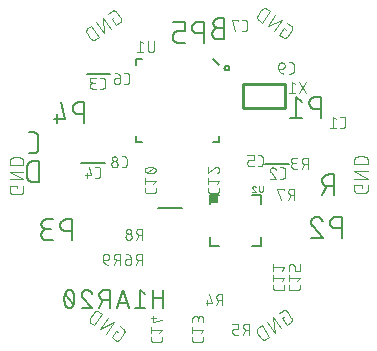
<source format=gbr>
G04 EAGLE Gerber RS-274X export*
G75*
%MOMM*%
%FSLAX34Y34*%
%LPD*%
%INSilkscreen Bottom*%
%IPPOS*%
%AMOC8*
5,1,8,0,0,1.08239X$1,22.5*%
G01*
%ADD10C,0.152400*%
%ADD11C,0.101600*%
%ADD12C,0.127000*%
%ADD13C,0.076200*%
%ADD14C,0.254000*%
%ADD15R,0.694750X0.707781*%


D10*
X375341Y470669D02*
X370402Y470669D01*
X370262Y470667D01*
X370123Y470661D01*
X369983Y470651D01*
X369844Y470637D01*
X369705Y470620D01*
X369567Y470598D01*
X369430Y470572D01*
X369293Y470543D01*
X369157Y470510D01*
X369023Y470473D01*
X368889Y470432D01*
X368757Y470387D01*
X368625Y470338D01*
X368496Y470286D01*
X368368Y470231D01*
X368241Y470171D01*
X368116Y470108D01*
X367993Y470042D01*
X367872Y469972D01*
X367753Y469899D01*
X367636Y469822D01*
X367522Y469742D01*
X367409Y469659D01*
X367299Y469573D01*
X367192Y469483D01*
X367087Y469391D01*
X366985Y469296D01*
X366885Y469198D01*
X366788Y469097D01*
X366694Y468993D01*
X366604Y468887D01*
X366516Y468778D01*
X366431Y468667D01*
X366350Y468553D01*
X366271Y468438D01*
X366196Y468320D01*
X366125Y468200D01*
X366057Y468077D01*
X365992Y467954D01*
X365931Y467828D01*
X365873Y467700D01*
X365819Y467572D01*
X365769Y467441D01*
X365722Y467309D01*
X365679Y467176D01*
X365640Y467042D01*
X365605Y466907D01*
X365574Y466771D01*
X365546Y466633D01*
X365523Y466496D01*
X365503Y466357D01*
X365487Y466218D01*
X365475Y466079D01*
X365467Y465940D01*
X365463Y465800D01*
X365463Y465660D01*
X365467Y465520D01*
X365475Y465381D01*
X365487Y465242D01*
X365503Y465103D01*
X365523Y464964D01*
X365546Y464827D01*
X365574Y464689D01*
X365605Y464553D01*
X365640Y464418D01*
X365679Y464284D01*
X365722Y464151D01*
X365769Y464019D01*
X365819Y463888D01*
X365873Y463760D01*
X365931Y463632D01*
X365992Y463506D01*
X366057Y463383D01*
X366125Y463261D01*
X366196Y463140D01*
X366271Y463022D01*
X366350Y462907D01*
X366431Y462793D01*
X366516Y462682D01*
X366604Y462573D01*
X366694Y462467D01*
X366788Y462363D01*
X366885Y462262D01*
X366985Y462164D01*
X367087Y462069D01*
X367192Y461977D01*
X367299Y461887D01*
X367409Y461801D01*
X367522Y461718D01*
X367636Y461638D01*
X367753Y461561D01*
X367872Y461488D01*
X367993Y461418D01*
X368116Y461352D01*
X368241Y461289D01*
X368368Y461229D01*
X368496Y461174D01*
X368625Y461122D01*
X368757Y461073D01*
X368889Y461028D01*
X369023Y460987D01*
X369157Y460950D01*
X369293Y460917D01*
X369430Y460888D01*
X369567Y460862D01*
X369705Y460840D01*
X369844Y460823D01*
X369983Y460809D01*
X370123Y460799D01*
X370262Y460793D01*
X370402Y460791D01*
X370402Y460792D02*
X375341Y460792D01*
X375341Y478572D01*
X370402Y478572D01*
X370402Y478571D02*
X370278Y478569D01*
X370154Y478563D01*
X370030Y478553D01*
X369907Y478540D01*
X369784Y478522D01*
X369662Y478501D01*
X369540Y478476D01*
X369419Y478447D01*
X369300Y478414D01*
X369181Y478378D01*
X369064Y478337D01*
X368948Y478294D01*
X368833Y478246D01*
X368720Y478195D01*
X368608Y478140D01*
X368499Y478082D01*
X368391Y478021D01*
X368285Y477956D01*
X368181Y477888D01*
X368080Y477816D01*
X367980Y477742D01*
X367884Y477664D01*
X367789Y477584D01*
X367697Y477500D01*
X367608Y477414D01*
X367522Y477325D01*
X367438Y477233D01*
X367358Y477138D01*
X367280Y477042D01*
X367206Y476942D01*
X367134Y476841D01*
X367066Y476737D01*
X367001Y476631D01*
X366940Y476523D01*
X366882Y476414D01*
X366827Y476302D01*
X366776Y476189D01*
X366728Y476074D01*
X366685Y475958D01*
X366644Y475841D01*
X366608Y475722D01*
X366575Y475603D01*
X366546Y475482D01*
X366521Y475360D01*
X366500Y475238D01*
X366482Y475115D01*
X366469Y474992D01*
X366459Y474868D01*
X366453Y474744D01*
X366451Y474620D01*
X366453Y474496D01*
X366459Y474372D01*
X366469Y474248D01*
X366482Y474125D01*
X366500Y474002D01*
X366521Y473880D01*
X366546Y473758D01*
X366575Y473637D01*
X366608Y473518D01*
X366644Y473399D01*
X366685Y473282D01*
X366728Y473166D01*
X366776Y473051D01*
X366827Y472938D01*
X366882Y472826D01*
X366940Y472717D01*
X367001Y472609D01*
X367066Y472503D01*
X367134Y472399D01*
X367206Y472298D01*
X367280Y472198D01*
X367358Y472102D01*
X367438Y472007D01*
X367522Y471915D01*
X367608Y471826D01*
X367697Y471740D01*
X367789Y471656D01*
X367884Y471576D01*
X367980Y471498D01*
X368080Y471424D01*
X368181Y471352D01*
X368285Y471284D01*
X368391Y471219D01*
X368499Y471158D01*
X368608Y471100D01*
X368720Y471045D01*
X368833Y470994D01*
X368948Y470946D01*
X369064Y470903D01*
X369181Y470862D01*
X369300Y470826D01*
X369419Y470793D01*
X369540Y470764D01*
X369662Y470739D01*
X369784Y470718D01*
X369907Y470700D01*
X370030Y470687D01*
X370154Y470677D01*
X370278Y470671D01*
X370402Y470669D01*
X468475Y346395D02*
X468475Y328615D01*
X468475Y346395D02*
X463536Y346395D01*
X463396Y346393D01*
X463257Y346387D01*
X463117Y346377D01*
X462978Y346363D01*
X462839Y346346D01*
X462701Y346324D01*
X462564Y346298D01*
X462427Y346269D01*
X462291Y346236D01*
X462157Y346199D01*
X462023Y346158D01*
X461891Y346113D01*
X461759Y346064D01*
X461630Y346012D01*
X461502Y345957D01*
X461375Y345897D01*
X461250Y345834D01*
X461127Y345768D01*
X461006Y345698D01*
X460887Y345625D01*
X460770Y345548D01*
X460656Y345468D01*
X460543Y345385D01*
X460433Y345299D01*
X460326Y345209D01*
X460221Y345117D01*
X460119Y345022D01*
X460019Y344924D01*
X459922Y344823D01*
X459828Y344719D01*
X459738Y344613D01*
X459650Y344504D01*
X459565Y344393D01*
X459484Y344279D01*
X459405Y344164D01*
X459330Y344046D01*
X459259Y343926D01*
X459191Y343803D01*
X459126Y343680D01*
X459065Y343554D01*
X459007Y343426D01*
X458953Y343298D01*
X458903Y343167D01*
X458856Y343035D01*
X458813Y342902D01*
X458774Y342768D01*
X458739Y342633D01*
X458708Y342497D01*
X458680Y342359D01*
X458657Y342222D01*
X458637Y342083D01*
X458621Y341944D01*
X458609Y341805D01*
X458601Y341666D01*
X458597Y341526D01*
X458597Y341386D01*
X458601Y341246D01*
X458609Y341107D01*
X458621Y340968D01*
X458637Y340829D01*
X458657Y340690D01*
X458680Y340553D01*
X458708Y340415D01*
X458739Y340279D01*
X458774Y340144D01*
X458813Y340010D01*
X458856Y339877D01*
X458903Y339745D01*
X458953Y339614D01*
X459007Y339486D01*
X459065Y339358D01*
X459126Y339232D01*
X459191Y339109D01*
X459259Y338987D01*
X459330Y338866D01*
X459405Y338748D01*
X459484Y338633D01*
X459565Y338519D01*
X459650Y338408D01*
X459738Y338299D01*
X459828Y338193D01*
X459922Y338089D01*
X460019Y337988D01*
X460119Y337890D01*
X460221Y337795D01*
X460326Y337703D01*
X460433Y337613D01*
X460543Y337527D01*
X460656Y337444D01*
X460770Y337364D01*
X460887Y337287D01*
X461006Y337214D01*
X461127Y337144D01*
X461250Y337078D01*
X461375Y337015D01*
X461502Y336955D01*
X461630Y336900D01*
X461759Y336848D01*
X461891Y336799D01*
X462023Y336754D01*
X462157Y336713D01*
X462291Y336676D01*
X462427Y336643D01*
X462564Y336614D01*
X462701Y336588D01*
X462839Y336566D01*
X462978Y336549D01*
X463117Y336535D01*
X463257Y336525D01*
X463396Y336519D01*
X463536Y336517D01*
X468475Y336517D01*
X462548Y336517D02*
X458597Y328615D01*
X218747Y339992D02*
X218747Y357772D01*
X213808Y357772D01*
X213669Y357770D01*
X213531Y357764D01*
X213393Y357755D01*
X213255Y357741D01*
X213118Y357724D01*
X212981Y357702D01*
X212844Y357677D01*
X212709Y357648D01*
X212574Y357615D01*
X212441Y357579D01*
X212308Y357539D01*
X212177Y357495D01*
X212047Y357447D01*
X211918Y357396D01*
X211791Y357341D01*
X211665Y357283D01*
X211541Y357221D01*
X211419Y357156D01*
X211299Y357087D01*
X211180Y357015D01*
X211064Y356940D01*
X210950Y356861D01*
X210838Y356779D01*
X210729Y356694D01*
X210621Y356607D01*
X210517Y356516D01*
X210415Y356422D01*
X210316Y356325D01*
X210219Y356226D01*
X210125Y356124D01*
X210034Y356020D01*
X209947Y355912D01*
X209862Y355803D01*
X209780Y355691D01*
X209701Y355577D01*
X209626Y355461D01*
X209554Y355342D01*
X209485Y355222D01*
X209420Y355100D01*
X209358Y354976D01*
X209300Y354850D01*
X209245Y354723D01*
X209194Y354594D01*
X209146Y354464D01*
X209102Y354333D01*
X209062Y354200D01*
X209026Y354067D01*
X208993Y353932D01*
X208964Y353797D01*
X208939Y353660D01*
X208917Y353523D01*
X208900Y353386D01*
X208886Y353248D01*
X208877Y353110D01*
X208871Y352972D01*
X208869Y352833D01*
X208870Y352833D02*
X208870Y344931D01*
X208869Y344931D02*
X208871Y344792D01*
X208877Y344654D01*
X208886Y344516D01*
X208900Y344378D01*
X208917Y344241D01*
X208939Y344104D01*
X208964Y343967D01*
X208993Y343832D01*
X209026Y343697D01*
X209062Y343564D01*
X209102Y343431D01*
X209146Y343300D01*
X209194Y343170D01*
X209245Y343041D01*
X209300Y342914D01*
X209358Y342788D01*
X209420Y342664D01*
X209485Y342542D01*
X209554Y342422D01*
X209626Y342303D01*
X209701Y342187D01*
X209780Y342073D01*
X209862Y341961D01*
X209947Y341852D01*
X210034Y341744D01*
X210125Y341640D01*
X210219Y341538D01*
X210316Y341439D01*
X210415Y341342D01*
X210517Y341248D01*
X210621Y341157D01*
X210729Y341070D01*
X210838Y340985D01*
X210950Y340903D01*
X211064Y340824D01*
X211180Y340749D01*
X211299Y340677D01*
X211419Y340608D01*
X211541Y340543D01*
X211665Y340481D01*
X211791Y340423D01*
X211918Y340368D01*
X212047Y340317D01*
X212177Y340269D01*
X212308Y340225D01*
X212441Y340185D01*
X212574Y340149D01*
X212709Y340116D01*
X212844Y340087D01*
X212981Y340062D01*
X213118Y340040D01*
X213255Y340023D01*
X213393Y340009D01*
X213531Y340000D01*
X213669Y339994D01*
X213808Y339992D01*
X218747Y339992D01*
X214202Y364472D02*
X210251Y364472D01*
X214202Y364472D02*
X214326Y364474D01*
X214450Y364480D01*
X214574Y364490D01*
X214697Y364503D01*
X214820Y364521D01*
X214942Y364542D01*
X215064Y364567D01*
X215185Y364596D01*
X215304Y364629D01*
X215423Y364665D01*
X215540Y364706D01*
X215656Y364749D01*
X215771Y364797D01*
X215884Y364848D01*
X215996Y364903D01*
X216105Y364961D01*
X216213Y365022D01*
X216319Y365087D01*
X216423Y365155D01*
X216524Y365227D01*
X216624Y365301D01*
X216720Y365379D01*
X216815Y365459D01*
X216907Y365543D01*
X216996Y365629D01*
X217082Y365718D01*
X217166Y365810D01*
X217246Y365905D01*
X217324Y366001D01*
X217398Y366101D01*
X217470Y366202D01*
X217538Y366306D01*
X217603Y366412D01*
X217664Y366520D01*
X217722Y366629D01*
X217777Y366741D01*
X217828Y366854D01*
X217876Y366969D01*
X217919Y367085D01*
X217960Y367202D01*
X217996Y367321D01*
X218029Y367440D01*
X218058Y367561D01*
X218083Y367683D01*
X218104Y367805D01*
X218122Y367928D01*
X218135Y368051D01*
X218145Y368175D01*
X218151Y368299D01*
X218153Y368423D01*
X218153Y378301D01*
X218151Y378425D01*
X218145Y378549D01*
X218135Y378673D01*
X218122Y378796D01*
X218104Y378919D01*
X218083Y379041D01*
X218058Y379163D01*
X218029Y379284D01*
X217996Y379403D01*
X217960Y379522D01*
X217919Y379639D01*
X217876Y379755D01*
X217828Y379870D01*
X217777Y379983D01*
X217722Y380095D01*
X217664Y380204D01*
X217603Y380312D01*
X217538Y380418D01*
X217470Y380522D01*
X217398Y380623D01*
X217324Y380723D01*
X217246Y380819D01*
X217166Y380914D01*
X217082Y381006D01*
X216996Y381095D01*
X216907Y381181D01*
X216815Y381265D01*
X216720Y381345D01*
X216624Y381423D01*
X216524Y381497D01*
X216423Y381569D01*
X216319Y381637D01*
X216213Y381702D01*
X216105Y381763D01*
X215996Y381821D01*
X215884Y381876D01*
X215771Y381927D01*
X215657Y381975D01*
X215540Y382018D01*
X215423Y382059D01*
X215304Y382095D01*
X215185Y382128D01*
X215064Y382157D01*
X214942Y382182D01*
X214820Y382203D01*
X214697Y382221D01*
X214574Y382234D01*
X214450Y382244D01*
X214326Y382250D01*
X214202Y382252D01*
X210251Y382252D01*
D11*
X425993Y470094D02*
X427588Y468977D01*
X425993Y470094D02*
X422270Y464777D01*
X425460Y462543D01*
X425543Y462488D01*
X425627Y462436D01*
X425714Y462387D01*
X425802Y462341D01*
X425892Y462299D01*
X425984Y462260D01*
X426077Y462225D01*
X426171Y462193D01*
X426266Y462165D01*
X426363Y462141D01*
X426460Y462120D01*
X426558Y462104D01*
X426657Y462090D01*
X426756Y462081D01*
X426855Y462076D01*
X426955Y462074D01*
X427054Y462076D01*
X427153Y462082D01*
X427252Y462092D01*
X427351Y462105D01*
X427449Y462123D01*
X427546Y462144D01*
X427642Y462168D01*
X427738Y462197D01*
X427832Y462229D01*
X427925Y462264D01*
X428016Y462303D01*
X428106Y462346D01*
X428194Y462392D01*
X428280Y462441D01*
X428365Y462494D01*
X428447Y462550D01*
X428527Y462609D01*
X428605Y462671D01*
X428680Y462736D01*
X428753Y462803D01*
X428823Y462874D01*
X428891Y462947D01*
X428955Y463023D01*
X429017Y463101D01*
X429076Y463181D01*
X432799Y468498D01*
X432854Y468581D01*
X432906Y468665D01*
X432955Y468752D01*
X433001Y468840D01*
X433043Y468930D01*
X433082Y469022D01*
X433117Y469115D01*
X433149Y469209D01*
X433177Y469304D01*
X433201Y469401D01*
X433222Y469498D01*
X433238Y469596D01*
X433252Y469695D01*
X433261Y469794D01*
X433266Y469893D01*
X433268Y469993D01*
X433266Y470092D01*
X433260Y470191D01*
X433250Y470290D01*
X433237Y470389D01*
X433219Y470487D01*
X433198Y470584D01*
X433174Y470680D01*
X433145Y470776D01*
X433113Y470870D01*
X433078Y470963D01*
X433039Y471054D01*
X432996Y471144D01*
X432950Y471232D01*
X432901Y471318D01*
X432848Y471403D01*
X432792Y471485D01*
X432733Y471565D01*
X432671Y471643D01*
X432606Y471718D01*
X432539Y471791D01*
X432468Y471861D01*
X432395Y471929D01*
X432319Y471993D01*
X432241Y472055D01*
X432161Y472114D01*
X432162Y472114D02*
X428971Y474348D01*
X424302Y477618D02*
X417600Y468047D01*
X412283Y471770D02*
X424302Y477618D01*
X418984Y481341D02*
X412283Y471770D01*
X407613Y475040D02*
X414314Y484611D01*
X411656Y486472D01*
X411656Y486473D02*
X411562Y486536D01*
X411466Y486596D01*
X411368Y486653D01*
X411268Y486706D01*
X411166Y486756D01*
X411062Y486802D01*
X410957Y486844D01*
X410851Y486883D01*
X410743Y486918D01*
X410634Y486949D01*
X410524Y486977D01*
X410413Y487000D01*
X410302Y487020D01*
X410190Y487036D01*
X410077Y487048D01*
X409964Y487056D01*
X409851Y487060D01*
X409737Y487060D01*
X409624Y487056D01*
X409511Y487048D01*
X409398Y487036D01*
X409286Y487020D01*
X409175Y487000D01*
X409064Y486977D01*
X408954Y486949D01*
X408845Y486918D01*
X408737Y486883D01*
X408631Y486844D01*
X408526Y486802D01*
X408422Y486756D01*
X408320Y486706D01*
X408220Y486653D01*
X408122Y486596D01*
X408026Y486536D01*
X407932Y486473D01*
X407841Y486406D01*
X407751Y486337D01*
X407664Y486264D01*
X407580Y486188D01*
X407499Y486109D01*
X407420Y486028D01*
X407344Y485944D01*
X407271Y485857D01*
X407202Y485768D01*
X407135Y485676D01*
X407136Y485675D02*
X404157Y481422D01*
X404094Y481328D01*
X404034Y481232D01*
X403977Y481134D01*
X403924Y481034D01*
X403874Y480932D01*
X403828Y480828D01*
X403786Y480723D01*
X403747Y480617D01*
X403712Y480509D01*
X403681Y480400D01*
X403653Y480290D01*
X403630Y480179D01*
X403610Y480068D01*
X403594Y479956D01*
X403582Y479843D01*
X403574Y479730D01*
X403570Y479617D01*
X403570Y479503D01*
X403574Y479390D01*
X403582Y479277D01*
X403594Y479164D01*
X403610Y479052D01*
X403630Y478941D01*
X403653Y478830D01*
X403681Y478720D01*
X403712Y478611D01*
X403747Y478503D01*
X403786Y478397D01*
X403828Y478292D01*
X403874Y478188D01*
X403924Y478086D01*
X403977Y477986D01*
X404034Y477888D01*
X404094Y477792D01*
X404157Y477698D01*
X404224Y477606D01*
X404293Y477517D01*
X404366Y477430D01*
X404442Y477346D01*
X404521Y477265D01*
X404602Y477186D01*
X404686Y477110D01*
X404773Y477037D01*
X404863Y476968D01*
X404954Y476901D01*
X407613Y475040D01*
X492049Y337254D02*
X492049Y335306D01*
X492049Y337254D02*
X485558Y337254D01*
X485558Y333359D01*
X485560Y333260D01*
X485566Y333160D01*
X485575Y333061D01*
X485588Y332963D01*
X485605Y332865D01*
X485626Y332767D01*
X485651Y332671D01*
X485679Y332576D01*
X485711Y332482D01*
X485746Y332389D01*
X485785Y332297D01*
X485828Y332207D01*
X485873Y332119D01*
X485923Y332032D01*
X485975Y331948D01*
X486031Y331865D01*
X486089Y331785D01*
X486151Y331707D01*
X486216Y331632D01*
X486284Y331559D01*
X486354Y331489D01*
X486427Y331421D01*
X486502Y331356D01*
X486580Y331294D01*
X486660Y331236D01*
X486743Y331180D01*
X486827Y331128D01*
X486914Y331078D01*
X487002Y331033D01*
X487092Y330990D01*
X487184Y330951D01*
X487277Y330916D01*
X487371Y330884D01*
X487466Y330856D01*
X487562Y330831D01*
X487660Y330810D01*
X487758Y330793D01*
X487856Y330780D01*
X487955Y330771D01*
X488055Y330765D01*
X488154Y330763D01*
X494646Y330763D01*
X494745Y330765D01*
X494845Y330771D01*
X494944Y330780D01*
X495042Y330793D01*
X495140Y330810D01*
X495238Y330831D01*
X495334Y330856D01*
X495429Y330884D01*
X495523Y330916D01*
X495616Y330951D01*
X495708Y330990D01*
X495798Y331033D01*
X495886Y331078D01*
X495973Y331128D01*
X496057Y331180D01*
X496140Y331236D01*
X496220Y331294D01*
X496298Y331356D01*
X496373Y331421D01*
X496446Y331489D01*
X496516Y331559D01*
X496584Y331632D01*
X496649Y331707D01*
X496711Y331785D01*
X496769Y331865D01*
X496825Y331948D01*
X496877Y332032D01*
X496927Y332119D01*
X496972Y332207D01*
X497015Y332297D01*
X497054Y332389D01*
X497089Y332481D01*
X497121Y332576D01*
X497149Y332671D01*
X497174Y332767D01*
X497195Y332865D01*
X497212Y332963D01*
X497225Y333061D01*
X497234Y333160D01*
X497240Y333260D01*
X497242Y333359D01*
X497242Y337254D01*
X497242Y342954D02*
X485558Y342954D01*
X485558Y349446D02*
X497242Y342954D01*
X497242Y349446D02*
X485558Y349446D01*
X485558Y355146D02*
X497242Y355146D01*
X497242Y358392D01*
X497240Y358505D01*
X497234Y358618D01*
X497224Y358731D01*
X497210Y358844D01*
X497193Y358956D01*
X497171Y359067D01*
X497146Y359177D01*
X497116Y359287D01*
X497083Y359395D01*
X497046Y359502D01*
X497006Y359608D01*
X496961Y359712D01*
X496913Y359815D01*
X496862Y359916D01*
X496807Y360015D01*
X496749Y360112D01*
X496687Y360207D01*
X496622Y360300D01*
X496554Y360390D01*
X496483Y360478D01*
X496408Y360564D01*
X496331Y360647D01*
X496251Y360727D01*
X496168Y360804D01*
X496082Y360879D01*
X495994Y360950D01*
X495904Y361018D01*
X495811Y361083D01*
X495716Y361145D01*
X495619Y361203D01*
X495520Y361258D01*
X495419Y361309D01*
X495316Y361357D01*
X495212Y361402D01*
X495106Y361442D01*
X494999Y361479D01*
X494891Y361512D01*
X494781Y361542D01*
X494671Y361567D01*
X494560Y361589D01*
X494448Y361606D01*
X494335Y361620D01*
X494222Y361630D01*
X494109Y361636D01*
X493996Y361638D01*
X488804Y361638D01*
X488691Y361636D01*
X488578Y361630D01*
X488465Y361620D01*
X488352Y361606D01*
X488240Y361589D01*
X488129Y361567D01*
X488019Y361542D01*
X487909Y361512D01*
X487801Y361479D01*
X487694Y361442D01*
X487588Y361402D01*
X487484Y361357D01*
X487381Y361309D01*
X487280Y361258D01*
X487181Y361203D01*
X487084Y361145D01*
X486989Y361083D01*
X486896Y361018D01*
X486806Y360950D01*
X486718Y360879D01*
X486632Y360804D01*
X486549Y360727D01*
X486469Y360647D01*
X486392Y360564D01*
X486317Y360478D01*
X486246Y360390D01*
X486178Y360300D01*
X486113Y360207D01*
X486051Y360112D01*
X485993Y360015D01*
X485938Y359916D01*
X485887Y359815D01*
X485839Y359712D01*
X485794Y359608D01*
X485754Y359502D01*
X485717Y359395D01*
X485684Y359287D01*
X485654Y359177D01*
X485629Y359067D01*
X485607Y358956D01*
X485590Y358844D01*
X485576Y358731D01*
X485566Y358618D01*
X485560Y358505D01*
X485558Y358392D01*
X485558Y355146D01*
X426462Y225756D02*
X424867Y224639D01*
X428590Y219322D01*
X431781Y221556D01*
X431780Y221556D02*
X431860Y221615D01*
X431938Y221677D01*
X432014Y221741D01*
X432087Y221809D01*
X432158Y221879D01*
X432225Y221952D01*
X432290Y222027D01*
X432352Y222105D01*
X432411Y222185D01*
X432467Y222267D01*
X432520Y222352D01*
X432569Y222438D01*
X432615Y222526D01*
X432658Y222616D01*
X432697Y222707D01*
X432732Y222800D01*
X432764Y222894D01*
X432793Y222990D01*
X432817Y223086D01*
X432838Y223183D01*
X432856Y223281D01*
X432869Y223380D01*
X432879Y223479D01*
X432885Y223578D01*
X432887Y223677D01*
X432885Y223777D01*
X432880Y223876D01*
X432870Y223975D01*
X432857Y224074D01*
X432841Y224172D01*
X432820Y224269D01*
X432796Y224366D01*
X432768Y224461D01*
X432736Y224555D01*
X432701Y224648D01*
X432662Y224740D01*
X432620Y224830D01*
X432574Y224918D01*
X432525Y225005D01*
X432473Y225089D01*
X432418Y225172D01*
X428695Y230489D01*
X428636Y230569D01*
X428574Y230647D01*
X428510Y230723D01*
X428442Y230796D01*
X428372Y230867D01*
X428299Y230934D01*
X428224Y230999D01*
X428146Y231061D01*
X428066Y231120D01*
X427984Y231176D01*
X427899Y231229D01*
X427813Y231278D01*
X427725Y231324D01*
X427635Y231367D01*
X427544Y231406D01*
X427451Y231441D01*
X427357Y231473D01*
X427261Y231502D01*
X427165Y231526D01*
X427068Y231547D01*
X426970Y231565D01*
X426871Y231578D01*
X426772Y231588D01*
X426673Y231594D01*
X426574Y231596D01*
X426474Y231594D01*
X426375Y231589D01*
X426276Y231580D01*
X426177Y231566D01*
X426079Y231550D01*
X425982Y231529D01*
X425885Y231505D01*
X425790Y231477D01*
X425696Y231445D01*
X425603Y231410D01*
X425511Y231371D01*
X425421Y231329D01*
X425333Y231283D01*
X425246Y231234D01*
X425162Y231182D01*
X425079Y231127D01*
X421889Y228893D01*
X417219Y225623D02*
X423920Y216052D01*
X418603Y212329D02*
X417219Y225623D01*
X411902Y221900D02*
X418603Y212329D01*
X413933Y209059D02*
X407232Y218630D01*
X404573Y216768D01*
X404573Y216769D02*
X404482Y216702D01*
X404392Y216633D01*
X404305Y216560D01*
X404221Y216484D01*
X404140Y216405D01*
X404061Y216324D01*
X403985Y216240D01*
X403912Y216153D01*
X403843Y216064D01*
X403776Y215972D01*
X403713Y215878D01*
X403653Y215782D01*
X403596Y215684D01*
X403543Y215584D01*
X403493Y215482D01*
X403447Y215378D01*
X403405Y215273D01*
X403366Y215167D01*
X403331Y215059D01*
X403300Y214950D01*
X403272Y214840D01*
X403249Y214729D01*
X403229Y214618D01*
X403213Y214506D01*
X403201Y214393D01*
X403193Y214280D01*
X403189Y214167D01*
X403189Y214053D01*
X403193Y213940D01*
X403201Y213827D01*
X403213Y213714D01*
X403229Y213602D01*
X403249Y213491D01*
X403272Y213380D01*
X403300Y213270D01*
X403331Y213161D01*
X403366Y213053D01*
X403405Y212947D01*
X403447Y212842D01*
X403493Y212738D01*
X403543Y212636D01*
X403596Y212536D01*
X403653Y212438D01*
X403713Y212342D01*
X403776Y212248D01*
X406755Y207994D01*
X406754Y207994D02*
X406821Y207903D01*
X406890Y207813D01*
X406963Y207726D01*
X407039Y207642D01*
X407118Y207561D01*
X407199Y207482D01*
X407283Y207406D01*
X407370Y207333D01*
X407460Y207264D01*
X407551Y207197D01*
X407645Y207134D01*
X407741Y207074D01*
X407839Y207017D01*
X407939Y206964D01*
X408041Y206914D01*
X408145Y206868D01*
X408250Y206826D01*
X408356Y206787D01*
X408464Y206752D01*
X408573Y206721D01*
X408683Y206693D01*
X408794Y206670D01*
X408905Y206650D01*
X409017Y206634D01*
X409130Y206622D01*
X409243Y206614D01*
X409356Y206610D01*
X409470Y206610D01*
X409583Y206614D01*
X409696Y206622D01*
X409809Y206634D01*
X409921Y206650D01*
X410032Y206670D01*
X410143Y206693D01*
X410253Y206721D01*
X410362Y206752D01*
X410470Y206787D01*
X410576Y206826D01*
X410681Y206868D01*
X410785Y206914D01*
X410887Y206964D01*
X410987Y207017D01*
X411085Y207074D01*
X411181Y207134D01*
X411275Y207197D01*
X413933Y209059D01*
X285563Y212624D02*
X283968Y213741D01*
X280245Y208424D01*
X283435Y206190D01*
X283518Y206135D01*
X283602Y206083D01*
X283689Y206034D01*
X283777Y205988D01*
X283867Y205946D01*
X283959Y205907D01*
X284052Y205872D01*
X284146Y205840D01*
X284241Y205812D01*
X284338Y205788D01*
X284435Y205767D01*
X284533Y205751D01*
X284632Y205737D01*
X284731Y205728D01*
X284830Y205723D01*
X284930Y205721D01*
X285029Y205723D01*
X285128Y205729D01*
X285227Y205739D01*
X285326Y205752D01*
X285424Y205770D01*
X285521Y205791D01*
X285617Y205815D01*
X285713Y205844D01*
X285807Y205876D01*
X285900Y205911D01*
X285991Y205950D01*
X286081Y205993D01*
X286169Y206039D01*
X286255Y206088D01*
X286340Y206141D01*
X286422Y206197D01*
X286502Y206256D01*
X286580Y206318D01*
X286655Y206383D01*
X286728Y206450D01*
X286798Y206521D01*
X286866Y206594D01*
X286930Y206670D01*
X286992Y206748D01*
X287051Y206828D01*
X290774Y212145D01*
X290829Y212228D01*
X290881Y212312D01*
X290930Y212399D01*
X290976Y212487D01*
X291018Y212577D01*
X291057Y212669D01*
X291092Y212762D01*
X291124Y212856D01*
X291152Y212951D01*
X291176Y213048D01*
X291197Y213145D01*
X291213Y213243D01*
X291227Y213342D01*
X291236Y213441D01*
X291241Y213540D01*
X291243Y213640D01*
X291241Y213739D01*
X291235Y213838D01*
X291225Y213937D01*
X291212Y214036D01*
X291194Y214134D01*
X291173Y214231D01*
X291149Y214327D01*
X291120Y214423D01*
X291088Y214517D01*
X291053Y214610D01*
X291014Y214701D01*
X290971Y214791D01*
X290925Y214879D01*
X290876Y214965D01*
X290823Y215050D01*
X290767Y215132D01*
X290708Y215212D01*
X290646Y215290D01*
X290581Y215365D01*
X290514Y215438D01*
X290443Y215508D01*
X290370Y215576D01*
X290294Y215640D01*
X290216Y215702D01*
X290136Y215761D01*
X290137Y215761D02*
X286946Y217995D01*
X282277Y221265D02*
X275575Y211694D01*
X270258Y215417D02*
X282277Y221265D01*
X276959Y224988D02*
X270258Y215417D01*
X265588Y218687D02*
X272289Y228258D01*
X269631Y230119D01*
X269631Y230120D02*
X269537Y230183D01*
X269441Y230243D01*
X269343Y230300D01*
X269243Y230353D01*
X269141Y230403D01*
X269037Y230449D01*
X268932Y230491D01*
X268826Y230530D01*
X268718Y230565D01*
X268609Y230596D01*
X268499Y230624D01*
X268388Y230647D01*
X268277Y230667D01*
X268165Y230683D01*
X268052Y230695D01*
X267939Y230703D01*
X267826Y230707D01*
X267712Y230707D01*
X267599Y230703D01*
X267486Y230695D01*
X267373Y230683D01*
X267261Y230667D01*
X267150Y230647D01*
X267039Y230624D01*
X266929Y230596D01*
X266820Y230565D01*
X266712Y230530D01*
X266606Y230491D01*
X266501Y230449D01*
X266397Y230403D01*
X266295Y230353D01*
X266195Y230300D01*
X266097Y230243D01*
X266001Y230183D01*
X265907Y230120D01*
X265816Y230053D01*
X265726Y229984D01*
X265639Y229911D01*
X265555Y229835D01*
X265474Y229756D01*
X265395Y229675D01*
X265319Y229591D01*
X265246Y229504D01*
X265177Y229415D01*
X265110Y229323D01*
X265111Y229322D02*
X262132Y225069D01*
X262069Y224975D01*
X262009Y224879D01*
X261952Y224781D01*
X261899Y224681D01*
X261849Y224579D01*
X261803Y224475D01*
X261761Y224370D01*
X261722Y224264D01*
X261687Y224156D01*
X261656Y224047D01*
X261628Y223937D01*
X261605Y223826D01*
X261585Y223715D01*
X261569Y223603D01*
X261557Y223490D01*
X261549Y223377D01*
X261545Y223264D01*
X261545Y223150D01*
X261549Y223037D01*
X261557Y222924D01*
X261569Y222811D01*
X261585Y222699D01*
X261605Y222588D01*
X261628Y222477D01*
X261656Y222367D01*
X261687Y222258D01*
X261722Y222150D01*
X261761Y222044D01*
X261803Y221939D01*
X261849Y221835D01*
X261899Y221733D01*
X261952Y221633D01*
X262009Y221535D01*
X262069Y221439D01*
X262132Y221345D01*
X262199Y221253D01*
X262268Y221164D01*
X262341Y221077D01*
X262417Y220993D01*
X262496Y220912D01*
X262577Y220833D01*
X262661Y220757D01*
X262748Y220684D01*
X262838Y220615D01*
X262929Y220548D01*
X265588Y218687D01*
X200379Y334544D02*
X200379Y336492D01*
X193888Y336492D01*
X193888Y332597D01*
X193890Y332498D01*
X193896Y332398D01*
X193905Y332299D01*
X193918Y332201D01*
X193935Y332103D01*
X193956Y332005D01*
X193981Y331909D01*
X194009Y331814D01*
X194041Y331720D01*
X194076Y331627D01*
X194115Y331535D01*
X194158Y331445D01*
X194203Y331357D01*
X194253Y331270D01*
X194305Y331186D01*
X194361Y331103D01*
X194419Y331023D01*
X194481Y330945D01*
X194546Y330870D01*
X194614Y330797D01*
X194684Y330727D01*
X194757Y330659D01*
X194832Y330594D01*
X194910Y330532D01*
X194990Y330474D01*
X195073Y330418D01*
X195157Y330366D01*
X195244Y330316D01*
X195332Y330271D01*
X195422Y330228D01*
X195514Y330189D01*
X195607Y330154D01*
X195701Y330122D01*
X195796Y330094D01*
X195892Y330069D01*
X195990Y330048D01*
X196088Y330031D01*
X196186Y330018D01*
X196285Y330009D01*
X196385Y330003D01*
X196484Y330001D01*
X202976Y330001D01*
X203075Y330003D01*
X203175Y330009D01*
X203274Y330018D01*
X203372Y330031D01*
X203470Y330048D01*
X203568Y330069D01*
X203664Y330094D01*
X203759Y330122D01*
X203853Y330154D01*
X203946Y330189D01*
X204038Y330228D01*
X204128Y330271D01*
X204216Y330316D01*
X204303Y330366D01*
X204387Y330418D01*
X204470Y330474D01*
X204550Y330532D01*
X204628Y330594D01*
X204703Y330659D01*
X204776Y330727D01*
X204846Y330797D01*
X204914Y330870D01*
X204979Y330945D01*
X205041Y331023D01*
X205099Y331103D01*
X205155Y331186D01*
X205207Y331270D01*
X205257Y331357D01*
X205302Y331445D01*
X205345Y331535D01*
X205384Y331627D01*
X205419Y331719D01*
X205451Y331814D01*
X205479Y331909D01*
X205504Y332005D01*
X205525Y332103D01*
X205542Y332201D01*
X205555Y332299D01*
X205564Y332398D01*
X205570Y332498D01*
X205572Y332597D01*
X205572Y336492D01*
X205572Y342192D02*
X193888Y342192D01*
X193888Y348684D02*
X205572Y342192D01*
X205572Y348684D02*
X193888Y348684D01*
X193888Y354384D02*
X205572Y354384D01*
X205572Y357630D01*
X205570Y357743D01*
X205564Y357856D01*
X205554Y357969D01*
X205540Y358082D01*
X205523Y358194D01*
X205501Y358305D01*
X205476Y358415D01*
X205446Y358525D01*
X205413Y358633D01*
X205376Y358740D01*
X205336Y358846D01*
X205291Y358950D01*
X205243Y359053D01*
X205192Y359154D01*
X205137Y359253D01*
X205079Y359350D01*
X205017Y359445D01*
X204952Y359538D01*
X204884Y359628D01*
X204813Y359716D01*
X204738Y359802D01*
X204661Y359885D01*
X204581Y359965D01*
X204498Y360042D01*
X204412Y360117D01*
X204324Y360188D01*
X204234Y360256D01*
X204141Y360321D01*
X204046Y360383D01*
X203949Y360441D01*
X203850Y360496D01*
X203749Y360547D01*
X203646Y360595D01*
X203542Y360640D01*
X203436Y360680D01*
X203329Y360717D01*
X203221Y360750D01*
X203111Y360780D01*
X203001Y360805D01*
X202890Y360827D01*
X202778Y360844D01*
X202665Y360858D01*
X202552Y360868D01*
X202439Y360874D01*
X202326Y360876D01*
X197134Y360876D01*
X197021Y360874D01*
X196908Y360868D01*
X196795Y360858D01*
X196682Y360844D01*
X196570Y360827D01*
X196459Y360805D01*
X196349Y360780D01*
X196239Y360750D01*
X196131Y360717D01*
X196024Y360680D01*
X195918Y360640D01*
X195814Y360595D01*
X195711Y360547D01*
X195610Y360496D01*
X195511Y360441D01*
X195414Y360383D01*
X195319Y360321D01*
X195226Y360256D01*
X195136Y360188D01*
X195048Y360117D01*
X194962Y360042D01*
X194879Y359965D01*
X194799Y359885D01*
X194722Y359802D01*
X194647Y359716D01*
X194576Y359628D01*
X194508Y359538D01*
X194443Y359445D01*
X194381Y359350D01*
X194323Y359253D01*
X194268Y359154D01*
X194217Y359053D01*
X194169Y358950D01*
X194124Y358846D01*
X194084Y358740D01*
X194047Y358633D01*
X194014Y358525D01*
X193984Y358415D01*
X193959Y358305D01*
X193937Y358194D01*
X193920Y358082D01*
X193906Y357969D01*
X193896Y357856D01*
X193890Y357743D01*
X193888Y357630D01*
X193888Y354384D01*
X280429Y478325D02*
X282024Y479442D01*
X280429Y478325D02*
X284152Y473008D01*
X287343Y475242D01*
X287342Y475242D02*
X287422Y475301D01*
X287500Y475363D01*
X287576Y475427D01*
X287649Y475495D01*
X287720Y475565D01*
X287787Y475638D01*
X287852Y475713D01*
X287914Y475791D01*
X287973Y475871D01*
X288029Y475953D01*
X288082Y476038D01*
X288131Y476124D01*
X288177Y476212D01*
X288220Y476302D01*
X288259Y476393D01*
X288294Y476486D01*
X288326Y476580D01*
X288355Y476676D01*
X288379Y476772D01*
X288400Y476869D01*
X288418Y476967D01*
X288431Y477066D01*
X288441Y477165D01*
X288447Y477264D01*
X288449Y477363D01*
X288447Y477463D01*
X288442Y477562D01*
X288432Y477661D01*
X288419Y477760D01*
X288403Y477858D01*
X288382Y477955D01*
X288358Y478052D01*
X288330Y478147D01*
X288298Y478241D01*
X288263Y478334D01*
X288224Y478426D01*
X288182Y478516D01*
X288136Y478604D01*
X288087Y478691D01*
X288035Y478775D01*
X287980Y478858D01*
X284257Y484175D01*
X284198Y484255D01*
X284136Y484333D01*
X284072Y484409D01*
X284004Y484482D01*
X283934Y484553D01*
X283861Y484620D01*
X283786Y484685D01*
X283708Y484747D01*
X283628Y484806D01*
X283546Y484862D01*
X283461Y484915D01*
X283375Y484964D01*
X283287Y485010D01*
X283197Y485053D01*
X283106Y485092D01*
X283013Y485127D01*
X282919Y485159D01*
X282823Y485188D01*
X282727Y485212D01*
X282630Y485233D01*
X282532Y485251D01*
X282433Y485264D01*
X282334Y485274D01*
X282235Y485280D01*
X282136Y485282D01*
X282036Y485280D01*
X281937Y485275D01*
X281838Y485266D01*
X281739Y485252D01*
X281641Y485236D01*
X281544Y485215D01*
X281447Y485191D01*
X281352Y485163D01*
X281258Y485131D01*
X281165Y485096D01*
X281073Y485057D01*
X280983Y485015D01*
X280895Y484969D01*
X280808Y484920D01*
X280724Y484868D01*
X280641Y484813D01*
X277451Y482579D01*
X272781Y479309D02*
X279482Y469738D01*
X274165Y466015D02*
X272781Y479309D01*
X267464Y475586D02*
X274165Y466015D01*
X269495Y462745D02*
X262794Y472316D01*
X260135Y470454D01*
X260135Y470455D02*
X260044Y470388D01*
X259954Y470319D01*
X259867Y470246D01*
X259783Y470170D01*
X259702Y470091D01*
X259623Y470010D01*
X259547Y469926D01*
X259474Y469839D01*
X259405Y469750D01*
X259338Y469658D01*
X259275Y469564D01*
X259215Y469468D01*
X259158Y469370D01*
X259105Y469270D01*
X259055Y469168D01*
X259009Y469064D01*
X258967Y468959D01*
X258928Y468853D01*
X258893Y468745D01*
X258862Y468636D01*
X258834Y468526D01*
X258811Y468415D01*
X258791Y468304D01*
X258775Y468192D01*
X258763Y468079D01*
X258755Y467966D01*
X258751Y467853D01*
X258751Y467739D01*
X258755Y467626D01*
X258763Y467513D01*
X258775Y467400D01*
X258791Y467288D01*
X258811Y467177D01*
X258834Y467066D01*
X258862Y466956D01*
X258893Y466847D01*
X258928Y466739D01*
X258967Y466633D01*
X259009Y466528D01*
X259055Y466424D01*
X259105Y466322D01*
X259158Y466222D01*
X259215Y466124D01*
X259275Y466028D01*
X259338Y465934D01*
X262317Y461680D01*
X262316Y461680D02*
X262383Y461589D01*
X262452Y461499D01*
X262525Y461412D01*
X262601Y461328D01*
X262680Y461247D01*
X262761Y461168D01*
X262845Y461092D01*
X262932Y461019D01*
X263022Y460950D01*
X263113Y460883D01*
X263207Y460820D01*
X263303Y460760D01*
X263401Y460703D01*
X263501Y460650D01*
X263603Y460600D01*
X263707Y460554D01*
X263812Y460512D01*
X263918Y460473D01*
X264026Y460438D01*
X264135Y460407D01*
X264245Y460379D01*
X264356Y460356D01*
X264467Y460336D01*
X264579Y460320D01*
X264692Y460308D01*
X264805Y460300D01*
X264918Y460296D01*
X265032Y460296D01*
X265145Y460300D01*
X265258Y460308D01*
X265371Y460320D01*
X265483Y460336D01*
X265594Y460356D01*
X265705Y460379D01*
X265815Y460407D01*
X265924Y460438D01*
X266032Y460473D01*
X266138Y460512D01*
X266243Y460554D01*
X266347Y460600D01*
X266449Y460650D01*
X266549Y460703D01*
X266647Y460760D01*
X266743Y460820D01*
X266837Y460883D01*
X269495Y462745D01*
D10*
X457536Y411890D02*
X457536Y394110D01*
X457536Y411890D02*
X452598Y411890D01*
X452458Y411888D01*
X452319Y411882D01*
X452179Y411872D01*
X452040Y411858D01*
X451901Y411841D01*
X451763Y411819D01*
X451626Y411793D01*
X451489Y411764D01*
X451353Y411731D01*
X451219Y411694D01*
X451085Y411653D01*
X450953Y411608D01*
X450821Y411559D01*
X450692Y411507D01*
X450564Y411452D01*
X450437Y411392D01*
X450312Y411329D01*
X450189Y411263D01*
X450068Y411193D01*
X449949Y411120D01*
X449832Y411043D01*
X449718Y410963D01*
X449605Y410880D01*
X449495Y410794D01*
X449388Y410704D01*
X449283Y410612D01*
X449181Y410517D01*
X449081Y410419D01*
X448984Y410318D01*
X448890Y410214D01*
X448800Y410108D01*
X448712Y409999D01*
X448627Y409888D01*
X448546Y409774D01*
X448467Y409659D01*
X448392Y409541D01*
X448321Y409421D01*
X448253Y409298D01*
X448188Y409175D01*
X448127Y409049D01*
X448069Y408921D01*
X448015Y408793D01*
X447965Y408662D01*
X447918Y408530D01*
X447875Y408397D01*
X447836Y408263D01*
X447801Y408128D01*
X447770Y407992D01*
X447742Y407854D01*
X447719Y407717D01*
X447699Y407578D01*
X447683Y407439D01*
X447671Y407300D01*
X447663Y407161D01*
X447659Y407021D01*
X447659Y406881D01*
X447663Y406741D01*
X447671Y406602D01*
X447683Y406463D01*
X447699Y406324D01*
X447719Y406185D01*
X447742Y406048D01*
X447770Y405910D01*
X447801Y405774D01*
X447836Y405639D01*
X447875Y405505D01*
X447918Y405372D01*
X447965Y405240D01*
X448015Y405109D01*
X448069Y404981D01*
X448127Y404853D01*
X448188Y404727D01*
X448253Y404604D01*
X448321Y404482D01*
X448392Y404361D01*
X448467Y404243D01*
X448546Y404128D01*
X448627Y404014D01*
X448712Y403903D01*
X448800Y403794D01*
X448890Y403688D01*
X448984Y403584D01*
X449081Y403483D01*
X449181Y403385D01*
X449283Y403290D01*
X449388Y403198D01*
X449495Y403108D01*
X449605Y403022D01*
X449718Y402939D01*
X449832Y402859D01*
X449949Y402782D01*
X450068Y402709D01*
X450189Y402639D01*
X450312Y402573D01*
X450437Y402510D01*
X450564Y402450D01*
X450692Y402395D01*
X450821Y402343D01*
X450953Y402294D01*
X451085Y402249D01*
X451219Y402208D01*
X451353Y402171D01*
X451489Y402138D01*
X451626Y402109D01*
X451763Y402083D01*
X451901Y402061D01*
X452040Y402044D01*
X452179Y402030D01*
X452319Y402020D01*
X452458Y402014D01*
X452598Y402012D01*
X457536Y402012D01*
X441541Y407939D02*
X436602Y411890D01*
X436602Y394110D01*
X431664Y394110D02*
X441541Y394110D01*
X475062Y310609D02*
X475062Y292829D01*
X475062Y310609D02*
X470124Y310609D01*
X469984Y310607D01*
X469845Y310601D01*
X469705Y310591D01*
X469566Y310577D01*
X469427Y310560D01*
X469289Y310538D01*
X469152Y310512D01*
X469015Y310483D01*
X468879Y310450D01*
X468745Y310413D01*
X468611Y310372D01*
X468479Y310327D01*
X468347Y310278D01*
X468218Y310226D01*
X468090Y310171D01*
X467963Y310111D01*
X467838Y310048D01*
X467715Y309982D01*
X467594Y309912D01*
X467475Y309839D01*
X467358Y309762D01*
X467244Y309682D01*
X467131Y309599D01*
X467021Y309513D01*
X466914Y309423D01*
X466809Y309331D01*
X466707Y309236D01*
X466607Y309138D01*
X466510Y309037D01*
X466416Y308933D01*
X466326Y308827D01*
X466238Y308718D01*
X466153Y308607D01*
X466072Y308493D01*
X465993Y308378D01*
X465918Y308260D01*
X465847Y308140D01*
X465779Y308017D01*
X465714Y307894D01*
X465653Y307768D01*
X465595Y307640D01*
X465541Y307512D01*
X465491Y307381D01*
X465444Y307249D01*
X465401Y307116D01*
X465362Y306982D01*
X465327Y306847D01*
X465296Y306711D01*
X465268Y306573D01*
X465245Y306436D01*
X465225Y306297D01*
X465209Y306158D01*
X465197Y306019D01*
X465189Y305880D01*
X465185Y305740D01*
X465185Y305600D01*
X465189Y305460D01*
X465197Y305321D01*
X465209Y305182D01*
X465225Y305043D01*
X465245Y304904D01*
X465268Y304767D01*
X465296Y304629D01*
X465327Y304493D01*
X465362Y304358D01*
X465401Y304224D01*
X465444Y304091D01*
X465491Y303959D01*
X465541Y303828D01*
X465595Y303700D01*
X465653Y303572D01*
X465714Y303446D01*
X465779Y303323D01*
X465847Y303201D01*
X465918Y303080D01*
X465993Y302962D01*
X466072Y302847D01*
X466153Y302733D01*
X466238Y302622D01*
X466326Y302513D01*
X466416Y302407D01*
X466510Y302303D01*
X466607Y302202D01*
X466707Y302104D01*
X466809Y302009D01*
X466914Y301917D01*
X467021Y301827D01*
X467131Y301741D01*
X467244Y301658D01*
X467358Y301578D01*
X467475Y301501D01*
X467594Y301428D01*
X467715Y301358D01*
X467838Y301292D01*
X467963Y301229D01*
X468090Y301169D01*
X468218Y301114D01*
X468347Y301062D01*
X468479Y301013D01*
X468611Y300968D01*
X468745Y300927D01*
X468879Y300890D01*
X469015Y300857D01*
X469152Y300828D01*
X469289Y300802D01*
X469427Y300780D01*
X469566Y300763D01*
X469705Y300749D01*
X469845Y300739D01*
X469984Y300733D01*
X470124Y300731D01*
X475062Y300731D01*
X453635Y310609D02*
X453503Y310607D01*
X453372Y310601D01*
X453240Y310591D01*
X453109Y310578D01*
X452979Y310560D01*
X452849Y310539D01*
X452719Y310514D01*
X452591Y310485D01*
X452463Y310452D01*
X452337Y310415D01*
X452211Y310375D01*
X452087Y310331D01*
X451964Y310283D01*
X451843Y310232D01*
X451723Y310177D01*
X451605Y310119D01*
X451489Y310057D01*
X451375Y309991D01*
X451262Y309923D01*
X451152Y309851D01*
X451044Y309776D01*
X450938Y309697D01*
X450834Y309616D01*
X450733Y309531D01*
X450635Y309444D01*
X450539Y309353D01*
X450446Y309260D01*
X450355Y309164D01*
X450268Y309066D01*
X450183Y308965D01*
X450102Y308861D01*
X450023Y308755D01*
X449948Y308647D01*
X449876Y308537D01*
X449808Y308424D01*
X449742Y308310D01*
X449680Y308194D01*
X449622Y308076D01*
X449567Y307956D01*
X449516Y307835D01*
X449468Y307712D01*
X449424Y307588D01*
X449384Y307462D01*
X449347Y307336D01*
X449314Y307208D01*
X449285Y307080D01*
X449260Y306950D01*
X449239Y306820D01*
X449221Y306690D01*
X449208Y306559D01*
X449198Y306427D01*
X449192Y306296D01*
X449190Y306164D01*
X453635Y310609D02*
X453785Y310607D01*
X453934Y310601D01*
X454083Y310591D01*
X454232Y310578D01*
X454381Y310560D01*
X454529Y310539D01*
X454677Y310513D01*
X454823Y310484D01*
X454969Y310451D01*
X455114Y310414D01*
X455258Y310373D01*
X455401Y310329D01*
X455543Y310281D01*
X455683Y310229D01*
X455822Y310174D01*
X455960Y310115D01*
X456095Y310052D01*
X456230Y309986D01*
X456362Y309916D01*
X456492Y309843D01*
X456621Y309766D01*
X456748Y309686D01*
X456872Y309603D01*
X456994Y309517D01*
X457114Y309427D01*
X457231Y309334D01*
X457346Y309239D01*
X457459Y309140D01*
X457569Y309038D01*
X457676Y308934D01*
X457780Y308827D01*
X457882Y308717D01*
X457980Y308604D01*
X458076Y308489D01*
X458168Y308371D01*
X458258Y308251D01*
X458344Y308129D01*
X458427Y308005D01*
X458507Y307878D01*
X458583Y307750D01*
X458656Y307619D01*
X458726Y307486D01*
X458792Y307352D01*
X458854Y307216D01*
X458913Y307079D01*
X458969Y306940D01*
X459020Y306799D01*
X459068Y306658D01*
X450672Y302707D02*
X450576Y302800D01*
X450484Y302896D01*
X450394Y302995D01*
X450307Y303096D01*
X450223Y303199D01*
X450141Y303304D01*
X450063Y303412D01*
X449988Y303522D01*
X449915Y303634D01*
X449846Y303748D01*
X449780Y303864D01*
X449718Y303982D01*
X449659Y304101D01*
X449603Y304222D01*
X449550Y304345D01*
X449501Y304469D01*
X449456Y304594D01*
X449413Y304721D01*
X449375Y304848D01*
X449340Y304977D01*
X449309Y305106D01*
X449281Y305237D01*
X449257Y305368D01*
X449236Y305500D01*
X449220Y305632D01*
X449207Y305765D01*
X449197Y305898D01*
X449192Y306031D01*
X449190Y306164D01*
X450671Y302707D02*
X459067Y292829D01*
X449190Y292829D01*
X246639Y290670D02*
X246639Y308450D01*
X241701Y308450D01*
X241561Y308448D01*
X241422Y308442D01*
X241282Y308432D01*
X241143Y308418D01*
X241004Y308401D01*
X240866Y308379D01*
X240729Y308353D01*
X240592Y308324D01*
X240456Y308291D01*
X240322Y308254D01*
X240188Y308213D01*
X240056Y308168D01*
X239924Y308119D01*
X239795Y308067D01*
X239667Y308012D01*
X239540Y307952D01*
X239415Y307889D01*
X239292Y307823D01*
X239171Y307753D01*
X239052Y307680D01*
X238935Y307603D01*
X238821Y307523D01*
X238708Y307440D01*
X238598Y307354D01*
X238491Y307264D01*
X238386Y307172D01*
X238284Y307077D01*
X238184Y306979D01*
X238087Y306878D01*
X237993Y306774D01*
X237903Y306668D01*
X237815Y306559D01*
X237730Y306448D01*
X237649Y306334D01*
X237570Y306219D01*
X237495Y306101D01*
X237424Y305981D01*
X237356Y305858D01*
X237291Y305735D01*
X237230Y305609D01*
X237172Y305481D01*
X237118Y305353D01*
X237068Y305222D01*
X237021Y305090D01*
X236978Y304957D01*
X236939Y304823D01*
X236904Y304688D01*
X236873Y304552D01*
X236845Y304414D01*
X236822Y304277D01*
X236802Y304138D01*
X236786Y303999D01*
X236774Y303860D01*
X236766Y303721D01*
X236762Y303581D01*
X236762Y303441D01*
X236766Y303301D01*
X236774Y303162D01*
X236786Y303023D01*
X236802Y302884D01*
X236822Y302745D01*
X236845Y302608D01*
X236873Y302470D01*
X236904Y302334D01*
X236939Y302199D01*
X236978Y302065D01*
X237021Y301932D01*
X237068Y301800D01*
X237118Y301669D01*
X237172Y301541D01*
X237230Y301413D01*
X237291Y301287D01*
X237356Y301164D01*
X237424Y301042D01*
X237495Y300921D01*
X237570Y300803D01*
X237649Y300688D01*
X237730Y300574D01*
X237815Y300463D01*
X237903Y300354D01*
X237993Y300248D01*
X238087Y300144D01*
X238184Y300043D01*
X238284Y299945D01*
X238386Y299850D01*
X238491Y299758D01*
X238598Y299668D01*
X238708Y299582D01*
X238821Y299499D01*
X238935Y299419D01*
X239052Y299342D01*
X239171Y299269D01*
X239292Y299199D01*
X239415Y299133D01*
X239540Y299070D01*
X239667Y299010D01*
X239795Y298955D01*
X239924Y298903D01*
X240056Y298854D01*
X240188Y298809D01*
X240322Y298768D01*
X240456Y298731D01*
X240592Y298698D01*
X240729Y298669D01*
X240866Y298643D01*
X241004Y298621D01*
X241143Y298604D01*
X241282Y298590D01*
X241422Y298580D01*
X241561Y298574D01*
X241701Y298572D01*
X246639Y298572D01*
X230644Y290670D02*
X225705Y290670D01*
X225565Y290672D01*
X225426Y290678D01*
X225286Y290688D01*
X225147Y290702D01*
X225008Y290719D01*
X224870Y290741D01*
X224733Y290767D01*
X224596Y290796D01*
X224460Y290829D01*
X224326Y290866D01*
X224192Y290907D01*
X224060Y290952D01*
X223928Y291001D01*
X223799Y291053D01*
X223671Y291108D01*
X223544Y291168D01*
X223419Y291231D01*
X223296Y291297D01*
X223175Y291367D01*
X223056Y291440D01*
X222939Y291517D01*
X222825Y291597D01*
X222712Y291680D01*
X222602Y291766D01*
X222495Y291856D01*
X222390Y291948D01*
X222288Y292043D01*
X222188Y292141D01*
X222091Y292242D01*
X221997Y292346D01*
X221907Y292452D01*
X221819Y292561D01*
X221734Y292672D01*
X221653Y292786D01*
X221574Y292901D01*
X221499Y293019D01*
X221428Y293140D01*
X221360Y293262D01*
X221295Y293385D01*
X221234Y293511D01*
X221176Y293639D01*
X221122Y293767D01*
X221072Y293898D01*
X221025Y294030D01*
X220982Y294163D01*
X220943Y294297D01*
X220908Y294432D01*
X220877Y294568D01*
X220849Y294706D01*
X220826Y294843D01*
X220806Y294982D01*
X220790Y295121D01*
X220778Y295260D01*
X220770Y295399D01*
X220766Y295539D01*
X220766Y295679D01*
X220770Y295819D01*
X220778Y295958D01*
X220790Y296097D01*
X220806Y296236D01*
X220826Y296375D01*
X220849Y296512D01*
X220877Y296650D01*
X220908Y296786D01*
X220943Y296921D01*
X220982Y297055D01*
X221025Y297188D01*
X221072Y297320D01*
X221122Y297451D01*
X221176Y297579D01*
X221234Y297707D01*
X221295Y297833D01*
X221360Y297956D01*
X221428Y298079D01*
X221499Y298199D01*
X221574Y298317D01*
X221653Y298432D01*
X221734Y298546D01*
X221819Y298657D01*
X221907Y298766D01*
X221997Y298872D01*
X222091Y298976D01*
X222188Y299077D01*
X222288Y299175D01*
X222390Y299270D01*
X222495Y299362D01*
X222602Y299452D01*
X222712Y299538D01*
X222825Y299621D01*
X222939Y299701D01*
X223056Y299778D01*
X223175Y299851D01*
X223296Y299921D01*
X223419Y299987D01*
X223544Y300050D01*
X223671Y300110D01*
X223799Y300165D01*
X223928Y300217D01*
X224060Y300266D01*
X224192Y300311D01*
X224326Y300352D01*
X224460Y300389D01*
X224596Y300422D01*
X224733Y300451D01*
X224870Y300477D01*
X225008Y300499D01*
X225147Y300516D01*
X225286Y300530D01*
X225426Y300540D01*
X225565Y300546D01*
X225705Y300548D01*
X224718Y308450D02*
X230644Y308450D01*
X224718Y308450D02*
X224594Y308448D01*
X224470Y308442D01*
X224346Y308432D01*
X224223Y308419D01*
X224100Y308401D01*
X223978Y308380D01*
X223856Y308355D01*
X223735Y308326D01*
X223616Y308293D01*
X223497Y308257D01*
X223380Y308216D01*
X223264Y308173D01*
X223149Y308125D01*
X223036Y308074D01*
X222924Y308019D01*
X222815Y307961D01*
X222707Y307900D01*
X222601Y307835D01*
X222497Y307767D01*
X222396Y307695D01*
X222296Y307621D01*
X222200Y307543D01*
X222105Y307463D01*
X222013Y307379D01*
X221924Y307293D01*
X221838Y307204D01*
X221754Y307112D01*
X221674Y307017D01*
X221596Y306921D01*
X221522Y306821D01*
X221450Y306720D01*
X221382Y306616D01*
X221317Y306510D01*
X221256Y306402D01*
X221198Y306293D01*
X221143Y306181D01*
X221092Y306068D01*
X221044Y305953D01*
X221001Y305837D01*
X220960Y305720D01*
X220924Y305601D01*
X220891Y305482D01*
X220862Y305361D01*
X220837Y305239D01*
X220816Y305117D01*
X220798Y304994D01*
X220785Y304871D01*
X220775Y304747D01*
X220769Y304623D01*
X220767Y304499D01*
X220769Y304375D01*
X220775Y304251D01*
X220785Y304127D01*
X220798Y304004D01*
X220816Y303881D01*
X220837Y303759D01*
X220862Y303637D01*
X220891Y303516D01*
X220924Y303397D01*
X220960Y303278D01*
X221001Y303161D01*
X221044Y303045D01*
X221092Y302930D01*
X221143Y302817D01*
X221198Y302705D01*
X221256Y302596D01*
X221317Y302488D01*
X221382Y302382D01*
X221450Y302278D01*
X221522Y302177D01*
X221596Y302077D01*
X221674Y301981D01*
X221754Y301886D01*
X221838Y301794D01*
X221924Y301705D01*
X222013Y301619D01*
X222105Y301535D01*
X222200Y301455D01*
X222296Y301377D01*
X222396Y301303D01*
X222497Y301231D01*
X222601Y301163D01*
X222707Y301098D01*
X222815Y301037D01*
X222924Y300979D01*
X223036Y300924D01*
X223149Y300873D01*
X223264Y300825D01*
X223380Y300782D01*
X223497Y300741D01*
X223616Y300705D01*
X223735Y300672D01*
X223856Y300643D01*
X223978Y300618D01*
X224100Y300597D01*
X224223Y300579D01*
X224346Y300566D01*
X224470Y300556D01*
X224594Y300550D01*
X224718Y300548D01*
X228669Y300548D01*
X257180Y389792D02*
X257180Y407572D01*
X252242Y407572D01*
X252102Y407570D01*
X251963Y407564D01*
X251823Y407554D01*
X251684Y407540D01*
X251545Y407523D01*
X251407Y407501D01*
X251270Y407475D01*
X251133Y407446D01*
X250997Y407413D01*
X250863Y407376D01*
X250729Y407335D01*
X250597Y407290D01*
X250465Y407241D01*
X250336Y407189D01*
X250208Y407134D01*
X250081Y407074D01*
X249956Y407011D01*
X249833Y406945D01*
X249712Y406875D01*
X249593Y406802D01*
X249476Y406725D01*
X249362Y406645D01*
X249249Y406562D01*
X249139Y406476D01*
X249032Y406386D01*
X248927Y406294D01*
X248825Y406199D01*
X248725Y406101D01*
X248628Y406000D01*
X248534Y405896D01*
X248444Y405790D01*
X248356Y405681D01*
X248271Y405570D01*
X248190Y405456D01*
X248111Y405341D01*
X248036Y405223D01*
X247965Y405103D01*
X247897Y404980D01*
X247832Y404857D01*
X247771Y404731D01*
X247713Y404603D01*
X247659Y404475D01*
X247609Y404344D01*
X247562Y404212D01*
X247519Y404079D01*
X247480Y403945D01*
X247445Y403810D01*
X247414Y403674D01*
X247386Y403536D01*
X247363Y403399D01*
X247343Y403260D01*
X247327Y403121D01*
X247315Y402982D01*
X247307Y402843D01*
X247303Y402703D01*
X247303Y402563D01*
X247307Y402423D01*
X247315Y402284D01*
X247327Y402145D01*
X247343Y402006D01*
X247363Y401867D01*
X247386Y401730D01*
X247414Y401592D01*
X247445Y401456D01*
X247480Y401321D01*
X247519Y401187D01*
X247562Y401054D01*
X247609Y400922D01*
X247659Y400791D01*
X247713Y400663D01*
X247771Y400535D01*
X247832Y400409D01*
X247897Y400286D01*
X247965Y400164D01*
X248036Y400043D01*
X248111Y399925D01*
X248190Y399810D01*
X248271Y399696D01*
X248356Y399585D01*
X248444Y399476D01*
X248534Y399370D01*
X248628Y399266D01*
X248725Y399165D01*
X248825Y399067D01*
X248927Y398972D01*
X249032Y398880D01*
X249139Y398790D01*
X249249Y398704D01*
X249362Y398621D01*
X249476Y398541D01*
X249593Y398464D01*
X249712Y398391D01*
X249833Y398321D01*
X249956Y398255D01*
X250081Y398192D01*
X250208Y398132D01*
X250336Y398077D01*
X250465Y398025D01*
X250597Y397976D01*
X250729Y397931D01*
X250863Y397890D01*
X250997Y397853D01*
X251133Y397820D01*
X251270Y397791D01*
X251407Y397765D01*
X251545Y397743D01*
X251684Y397726D01*
X251823Y397712D01*
X251963Y397702D01*
X252102Y397696D01*
X252242Y397694D01*
X257180Y397694D01*
X241185Y393743D02*
X237234Y407572D01*
X241185Y393743D02*
X231308Y393743D01*
X234271Y397694D02*
X234271Y389792D01*
X358247Y458021D02*
X358247Y475801D01*
X353309Y475801D01*
X353169Y475799D01*
X353030Y475793D01*
X352890Y475783D01*
X352751Y475769D01*
X352612Y475752D01*
X352474Y475730D01*
X352337Y475704D01*
X352200Y475675D01*
X352064Y475642D01*
X351930Y475605D01*
X351796Y475564D01*
X351664Y475519D01*
X351532Y475470D01*
X351403Y475418D01*
X351275Y475363D01*
X351148Y475303D01*
X351023Y475240D01*
X350900Y475174D01*
X350779Y475104D01*
X350660Y475031D01*
X350543Y474954D01*
X350429Y474874D01*
X350316Y474791D01*
X350206Y474705D01*
X350099Y474615D01*
X349994Y474523D01*
X349892Y474428D01*
X349792Y474330D01*
X349695Y474229D01*
X349601Y474125D01*
X349511Y474019D01*
X349423Y473910D01*
X349338Y473799D01*
X349257Y473685D01*
X349178Y473570D01*
X349103Y473452D01*
X349032Y473332D01*
X348964Y473209D01*
X348899Y473086D01*
X348838Y472960D01*
X348780Y472832D01*
X348726Y472704D01*
X348676Y472573D01*
X348629Y472441D01*
X348586Y472308D01*
X348547Y472174D01*
X348512Y472039D01*
X348481Y471903D01*
X348453Y471765D01*
X348430Y471628D01*
X348410Y471489D01*
X348394Y471350D01*
X348382Y471211D01*
X348374Y471072D01*
X348370Y470932D01*
X348370Y470792D01*
X348374Y470652D01*
X348382Y470513D01*
X348394Y470374D01*
X348410Y470235D01*
X348430Y470096D01*
X348453Y469959D01*
X348481Y469821D01*
X348512Y469685D01*
X348547Y469550D01*
X348586Y469416D01*
X348629Y469283D01*
X348676Y469151D01*
X348726Y469020D01*
X348780Y468892D01*
X348838Y468764D01*
X348899Y468638D01*
X348964Y468515D01*
X349032Y468393D01*
X349103Y468272D01*
X349178Y468154D01*
X349257Y468039D01*
X349338Y467925D01*
X349423Y467814D01*
X349511Y467705D01*
X349601Y467599D01*
X349695Y467495D01*
X349792Y467394D01*
X349892Y467296D01*
X349994Y467201D01*
X350099Y467109D01*
X350206Y467019D01*
X350316Y466933D01*
X350429Y466850D01*
X350543Y466770D01*
X350660Y466693D01*
X350779Y466620D01*
X350900Y466550D01*
X351023Y466484D01*
X351148Y466421D01*
X351275Y466361D01*
X351403Y466306D01*
X351532Y466254D01*
X351664Y466205D01*
X351796Y466160D01*
X351930Y466119D01*
X352064Y466082D01*
X352200Y466049D01*
X352337Y466020D01*
X352474Y465994D01*
X352612Y465972D01*
X352751Y465955D01*
X352890Y465941D01*
X353030Y465931D01*
X353169Y465925D01*
X353309Y465923D01*
X358247Y465923D01*
X342252Y458021D02*
X336326Y458021D01*
X336202Y458023D01*
X336078Y458029D01*
X335954Y458039D01*
X335831Y458052D01*
X335708Y458070D01*
X335586Y458091D01*
X335464Y458116D01*
X335343Y458145D01*
X335224Y458178D01*
X335105Y458214D01*
X334988Y458255D01*
X334872Y458298D01*
X334757Y458346D01*
X334644Y458397D01*
X334532Y458452D01*
X334423Y458510D01*
X334315Y458571D01*
X334209Y458636D01*
X334105Y458704D01*
X334004Y458776D01*
X333904Y458850D01*
X333808Y458928D01*
X333713Y459008D01*
X333621Y459092D01*
X333532Y459178D01*
X333446Y459267D01*
X333362Y459359D01*
X333282Y459454D01*
X333204Y459550D01*
X333130Y459650D01*
X333058Y459751D01*
X332990Y459855D01*
X332925Y459961D01*
X332864Y460069D01*
X332806Y460178D01*
X332751Y460290D01*
X332700Y460403D01*
X332652Y460518D01*
X332609Y460634D01*
X332568Y460751D01*
X332532Y460870D01*
X332499Y460989D01*
X332470Y461110D01*
X332445Y461232D01*
X332424Y461354D01*
X332406Y461477D01*
X332393Y461600D01*
X332383Y461724D01*
X332377Y461848D01*
X332375Y461972D01*
X332375Y463948D01*
X332377Y464072D01*
X332383Y464196D01*
X332393Y464320D01*
X332406Y464443D01*
X332424Y464566D01*
X332445Y464688D01*
X332470Y464810D01*
X332499Y464931D01*
X332532Y465050D01*
X332568Y465169D01*
X332609Y465286D01*
X332652Y465402D01*
X332700Y465517D01*
X332751Y465630D01*
X332806Y465742D01*
X332864Y465851D01*
X332925Y465959D01*
X332990Y466065D01*
X333058Y466169D01*
X333130Y466270D01*
X333204Y466370D01*
X333282Y466466D01*
X333362Y466561D01*
X333446Y466653D01*
X333532Y466742D01*
X333621Y466828D01*
X333713Y466912D01*
X333808Y466992D01*
X333904Y467070D01*
X334004Y467144D01*
X334105Y467216D01*
X334209Y467284D01*
X334315Y467349D01*
X334423Y467410D01*
X334532Y467468D01*
X334644Y467523D01*
X334757Y467574D01*
X334872Y467622D01*
X334988Y467665D01*
X335105Y467706D01*
X335224Y467742D01*
X335343Y467775D01*
X335464Y467804D01*
X335586Y467829D01*
X335708Y467850D01*
X335831Y467868D01*
X335954Y467881D01*
X336078Y467891D01*
X336202Y467897D01*
X336326Y467899D01*
X342252Y467899D01*
X342252Y475801D01*
X332375Y475801D01*
D12*
X324158Y248808D02*
X324158Y233314D01*
X324158Y241922D02*
X315550Y241922D01*
X315550Y248808D02*
X315550Y233314D01*
X308797Y245365D02*
X304493Y248808D01*
X304493Y233314D01*
X308797Y233314D02*
X300189Y233314D01*
X294792Y233314D02*
X289627Y248808D01*
X284462Y233314D01*
X285753Y237188D02*
X293500Y237188D01*
X278484Y233314D02*
X278484Y248808D01*
X274180Y248808D01*
X274050Y248806D01*
X273920Y248800D01*
X273790Y248790D01*
X273661Y248777D01*
X273532Y248759D01*
X273404Y248738D01*
X273277Y248712D01*
X273150Y248683D01*
X273024Y248650D01*
X272900Y248613D01*
X272776Y248573D01*
X272654Y248528D01*
X272533Y248480D01*
X272414Y248429D01*
X272296Y248374D01*
X272180Y248315D01*
X272066Y248253D01*
X271953Y248187D01*
X271843Y248118D01*
X271735Y248046D01*
X271629Y247971D01*
X271526Y247892D01*
X271425Y247810D01*
X271326Y247726D01*
X271230Y247638D01*
X271137Y247547D01*
X271046Y247454D01*
X270958Y247358D01*
X270874Y247259D01*
X270792Y247158D01*
X270713Y247055D01*
X270638Y246949D01*
X270566Y246841D01*
X270497Y246731D01*
X270431Y246618D01*
X270369Y246504D01*
X270310Y246388D01*
X270255Y246270D01*
X270204Y246151D01*
X270156Y246030D01*
X270111Y245908D01*
X270071Y245784D01*
X270034Y245660D01*
X270001Y245534D01*
X269972Y245407D01*
X269946Y245280D01*
X269925Y245152D01*
X269907Y245023D01*
X269894Y244894D01*
X269884Y244764D01*
X269878Y244634D01*
X269876Y244504D01*
X269878Y244374D01*
X269884Y244244D01*
X269894Y244114D01*
X269907Y243985D01*
X269925Y243856D01*
X269946Y243728D01*
X269972Y243601D01*
X270001Y243474D01*
X270034Y243348D01*
X270071Y243224D01*
X270111Y243100D01*
X270156Y242978D01*
X270204Y242857D01*
X270255Y242738D01*
X270310Y242620D01*
X270369Y242504D01*
X270431Y242390D01*
X270497Y242277D01*
X270566Y242167D01*
X270638Y242059D01*
X270713Y241953D01*
X270792Y241850D01*
X270874Y241749D01*
X270958Y241650D01*
X271046Y241554D01*
X271137Y241461D01*
X271230Y241370D01*
X271326Y241282D01*
X271425Y241198D01*
X271526Y241116D01*
X271629Y241037D01*
X271735Y240962D01*
X271843Y240890D01*
X271953Y240821D01*
X272066Y240755D01*
X272180Y240693D01*
X272296Y240634D01*
X272414Y240579D01*
X272533Y240528D01*
X272654Y240480D01*
X272776Y240435D01*
X272900Y240395D01*
X273024Y240358D01*
X273150Y240325D01*
X273277Y240296D01*
X273404Y240270D01*
X273532Y240249D01*
X273661Y240231D01*
X273790Y240218D01*
X273920Y240208D01*
X274050Y240202D01*
X274180Y240200D01*
X278484Y240200D01*
X273319Y240200D02*
X269876Y233314D01*
X255095Y244935D02*
X255097Y245057D01*
X255103Y245178D01*
X255112Y245300D01*
X255126Y245421D01*
X255143Y245541D01*
X255164Y245661D01*
X255188Y245780D01*
X255217Y245898D01*
X255249Y246016D01*
X255285Y246132D01*
X255324Y246247D01*
X255367Y246361D01*
X255414Y246474D01*
X255464Y246584D01*
X255517Y246694D01*
X255574Y246801D01*
X255634Y246907D01*
X255698Y247011D01*
X255765Y247113D01*
X255835Y247212D01*
X255908Y247309D01*
X255984Y247404D01*
X256063Y247497D01*
X256145Y247587D01*
X256230Y247674D01*
X256317Y247759D01*
X256407Y247841D01*
X256500Y247920D01*
X256595Y247996D01*
X256692Y248069D01*
X256791Y248139D01*
X256893Y248206D01*
X256997Y248270D01*
X257103Y248330D01*
X257210Y248387D01*
X257320Y248440D01*
X257430Y248490D01*
X257543Y248537D01*
X257657Y248580D01*
X257772Y248619D01*
X257888Y248655D01*
X258006Y248687D01*
X258124Y248716D01*
X258243Y248740D01*
X258363Y248761D01*
X258483Y248778D01*
X258604Y248792D01*
X258726Y248801D01*
X258847Y248807D01*
X258969Y248809D01*
X258969Y248808D02*
X259108Y248806D01*
X259247Y248800D01*
X259386Y248791D01*
X259524Y248777D01*
X259662Y248759D01*
X259799Y248738D01*
X259936Y248713D01*
X260072Y248684D01*
X260207Y248651D01*
X260342Y248615D01*
X260475Y248575D01*
X260607Y248531D01*
X260737Y248483D01*
X260867Y248432D01*
X260994Y248377D01*
X261121Y248319D01*
X261245Y248257D01*
X261368Y248192D01*
X261489Y248123D01*
X261608Y248051D01*
X261725Y247975D01*
X261839Y247897D01*
X261952Y247815D01*
X262062Y247730D01*
X262170Y247642D01*
X262275Y247551D01*
X262377Y247457D01*
X262477Y247361D01*
X262575Y247261D01*
X262669Y247159D01*
X262761Y247055D01*
X262849Y246947D01*
X262935Y246838D01*
X263017Y246726D01*
X263096Y246611D01*
X263172Y246495D01*
X263245Y246377D01*
X263315Y246256D01*
X263381Y246134D01*
X263443Y246009D01*
X263502Y245884D01*
X263558Y245756D01*
X263610Y245627D01*
X263658Y245497D01*
X263703Y245365D01*
X256386Y241922D02*
X256297Y242009D01*
X256211Y242099D01*
X256127Y242192D01*
X256046Y242287D01*
X255968Y242384D01*
X255893Y242484D01*
X255821Y242586D01*
X255752Y242690D01*
X255687Y242796D01*
X255624Y242904D01*
X255565Y243014D01*
X255509Y243126D01*
X255456Y243239D01*
X255407Y243353D01*
X255362Y243470D01*
X255319Y243587D01*
X255281Y243706D01*
X255246Y243825D01*
X255214Y243946D01*
X255186Y244068D01*
X255162Y244190D01*
X255142Y244313D01*
X255125Y244437D01*
X255112Y244561D01*
X255102Y244686D01*
X255097Y244810D01*
X255095Y244935D01*
X256387Y241922D02*
X263704Y233314D01*
X255096Y233314D01*
X248838Y241061D02*
X248834Y241366D01*
X248823Y241670D01*
X248805Y241975D01*
X248780Y242278D01*
X248747Y242581D01*
X248707Y242884D01*
X248660Y243185D01*
X248606Y243485D01*
X248544Y243783D01*
X248476Y244080D01*
X248400Y244376D01*
X248318Y244669D01*
X248228Y244960D01*
X248131Y245249D01*
X248028Y245536D01*
X247918Y245820D01*
X247801Y246102D01*
X247677Y246380D01*
X247547Y246656D01*
X247509Y246759D01*
X247469Y246861D01*
X247424Y246961D01*
X247376Y247060D01*
X247325Y247157D01*
X247271Y247252D01*
X247213Y247346D01*
X247152Y247437D01*
X247088Y247526D01*
X247021Y247613D01*
X246951Y247697D01*
X246878Y247779D01*
X246802Y247859D01*
X246724Y247936D01*
X246643Y248010D01*
X246559Y248081D01*
X246473Y248149D01*
X246385Y248215D01*
X246295Y248277D01*
X246202Y248336D01*
X246108Y248392D01*
X246012Y248445D01*
X245914Y248494D01*
X245814Y248540D01*
X245713Y248582D01*
X245610Y248621D01*
X245506Y248656D01*
X245401Y248688D01*
X245295Y248716D01*
X245188Y248740D01*
X245080Y248761D01*
X244972Y248778D01*
X244863Y248791D01*
X244753Y248800D01*
X244644Y248806D01*
X244534Y248808D01*
X244424Y248806D01*
X244315Y248800D01*
X244205Y248791D01*
X244096Y248778D01*
X243988Y248761D01*
X243880Y248740D01*
X243773Y248716D01*
X243667Y248688D01*
X243562Y248656D01*
X243458Y248621D01*
X243355Y248582D01*
X243254Y248540D01*
X243154Y248494D01*
X243056Y248445D01*
X242960Y248392D01*
X242866Y248336D01*
X242773Y248277D01*
X242683Y248215D01*
X242595Y248149D01*
X242509Y248081D01*
X242425Y248010D01*
X242344Y247936D01*
X242266Y247859D01*
X242190Y247780D01*
X242117Y247697D01*
X242047Y247613D01*
X241980Y247526D01*
X241916Y247437D01*
X241855Y247346D01*
X241797Y247252D01*
X241743Y247157D01*
X241692Y247060D01*
X241644Y246961D01*
X241599Y246861D01*
X241559Y246759D01*
X241521Y246656D01*
X241391Y246380D01*
X241267Y246102D01*
X241150Y245820D01*
X241040Y245536D01*
X240937Y245249D01*
X240840Y244960D01*
X240750Y244669D01*
X240668Y244376D01*
X240592Y244080D01*
X240524Y243783D01*
X240462Y243485D01*
X240408Y243185D01*
X240361Y242884D01*
X240321Y242581D01*
X240288Y242278D01*
X240263Y241975D01*
X240245Y241670D01*
X240234Y241366D01*
X240230Y241061D01*
X248838Y241061D02*
X248834Y240756D01*
X248823Y240452D01*
X248805Y240147D01*
X248780Y239844D01*
X248747Y239541D01*
X248707Y239238D01*
X248660Y238937D01*
X248606Y238637D01*
X248544Y238339D01*
X248476Y238042D01*
X248400Y237746D01*
X248318Y237453D01*
X248228Y237162D01*
X248131Y236873D01*
X248028Y236586D01*
X247918Y236302D01*
X247801Y236020D01*
X247677Y235742D01*
X247547Y235466D01*
X247509Y235363D01*
X247469Y235261D01*
X247424Y235161D01*
X247376Y235062D01*
X247325Y234965D01*
X247271Y234870D01*
X247213Y234776D01*
X247152Y234685D01*
X247088Y234596D01*
X247021Y234509D01*
X246951Y234425D01*
X246878Y234342D01*
X246802Y234263D01*
X246724Y234186D01*
X246643Y234112D01*
X246559Y234041D01*
X246473Y233973D01*
X246385Y233907D01*
X246295Y233845D01*
X246202Y233786D01*
X246108Y233730D01*
X246012Y233677D01*
X245914Y233628D01*
X245814Y233582D01*
X245713Y233540D01*
X245610Y233501D01*
X245506Y233466D01*
X245401Y233434D01*
X245295Y233406D01*
X245188Y233382D01*
X245080Y233361D01*
X244972Y233344D01*
X244863Y233331D01*
X244753Y233322D01*
X244644Y233316D01*
X244534Y233314D01*
X241521Y235466D02*
X241391Y235742D01*
X241267Y236020D01*
X241150Y236302D01*
X241040Y236586D01*
X240937Y236873D01*
X240840Y237162D01*
X240750Y237453D01*
X240668Y237746D01*
X240592Y238042D01*
X240524Y238339D01*
X240462Y238637D01*
X240408Y238937D01*
X240361Y239238D01*
X240321Y239541D01*
X240288Y239844D01*
X240263Y240147D01*
X240245Y240452D01*
X240234Y240756D01*
X240230Y241061D01*
X241521Y235466D02*
X241559Y235363D01*
X241599Y235261D01*
X241644Y235161D01*
X241692Y235062D01*
X241743Y234965D01*
X241797Y234870D01*
X241855Y234776D01*
X241916Y234685D01*
X241980Y234596D01*
X242047Y234509D01*
X242117Y234424D01*
X242190Y234342D01*
X242266Y234263D01*
X242344Y234186D01*
X242425Y234112D01*
X242509Y234041D01*
X242595Y233973D01*
X242683Y233907D01*
X242773Y233845D01*
X242866Y233786D01*
X242960Y233730D01*
X243056Y233677D01*
X243155Y233628D01*
X243254Y233582D01*
X243355Y233540D01*
X243458Y233501D01*
X243562Y233466D01*
X243667Y233434D01*
X243773Y233406D01*
X243880Y233382D01*
X243988Y233361D01*
X244096Y233344D01*
X244205Y233331D01*
X244315Y233322D01*
X244424Y233316D01*
X244534Y233314D01*
X247977Y236757D02*
X241091Y245365D01*
D13*
X473851Y385931D02*
X475940Y385931D01*
X476029Y385933D01*
X476117Y385939D01*
X476205Y385948D01*
X476293Y385961D01*
X476380Y385978D01*
X476466Y385998D01*
X476551Y386023D01*
X476636Y386050D01*
X476719Y386082D01*
X476800Y386116D01*
X476880Y386155D01*
X476958Y386196D01*
X477035Y386241D01*
X477109Y386289D01*
X477182Y386340D01*
X477252Y386394D01*
X477319Y386452D01*
X477385Y386512D01*
X477447Y386574D01*
X477507Y386640D01*
X477565Y386707D01*
X477619Y386777D01*
X477670Y386850D01*
X477718Y386924D01*
X477763Y387001D01*
X477804Y387079D01*
X477843Y387159D01*
X477877Y387240D01*
X477909Y387323D01*
X477936Y387408D01*
X477961Y387493D01*
X477981Y387579D01*
X477998Y387666D01*
X478011Y387754D01*
X478020Y387842D01*
X478026Y387930D01*
X478028Y388019D01*
X478028Y393240D01*
X478026Y393329D01*
X478020Y393417D01*
X478011Y393505D01*
X477998Y393593D01*
X477981Y393680D01*
X477961Y393766D01*
X477936Y393851D01*
X477909Y393936D01*
X477877Y394019D01*
X477843Y394100D01*
X477804Y394180D01*
X477763Y394258D01*
X477718Y394335D01*
X477670Y394409D01*
X477619Y394482D01*
X477565Y394552D01*
X477507Y394619D01*
X477447Y394685D01*
X477385Y394747D01*
X477319Y394807D01*
X477252Y394865D01*
X477182Y394919D01*
X477109Y394970D01*
X477035Y395018D01*
X476958Y395063D01*
X476880Y395104D01*
X476800Y395143D01*
X476719Y395177D01*
X476636Y395209D01*
X476551Y395236D01*
X476466Y395261D01*
X476380Y395281D01*
X476293Y395298D01*
X476205Y395311D01*
X476117Y395320D01*
X476029Y395326D01*
X475940Y395328D01*
X475940Y395329D02*
X473851Y395329D01*
X470382Y393240D02*
X467772Y395329D01*
X467772Y385931D01*
X470382Y385931D02*
X465161Y385931D01*
D10*
X430336Y355601D02*
X410207Y355601D01*
D13*
X422992Y342945D02*
X425080Y342945D01*
X425169Y342947D01*
X425257Y342953D01*
X425345Y342962D01*
X425433Y342975D01*
X425520Y342992D01*
X425606Y343012D01*
X425691Y343037D01*
X425776Y343064D01*
X425859Y343096D01*
X425940Y343130D01*
X426020Y343169D01*
X426098Y343210D01*
X426175Y343255D01*
X426249Y343303D01*
X426322Y343354D01*
X426392Y343408D01*
X426459Y343466D01*
X426525Y343526D01*
X426587Y343588D01*
X426647Y343654D01*
X426705Y343721D01*
X426759Y343791D01*
X426810Y343864D01*
X426858Y343938D01*
X426903Y344015D01*
X426944Y344093D01*
X426983Y344173D01*
X427017Y344254D01*
X427049Y344337D01*
X427076Y344422D01*
X427101Y344507D01*
X427121Y344593D01*
X427138Y344680D01*
X427151Y344768D01*
X427160Y344856D01*
X427166Y344944D01*
X427168Y345033D01*
X427169Y345033D02*
X427169Y350254D01*
X427168Y350254D02*
X427166Y350343D01*
X427160Y350431D01*
X427151Y350519D01*
X427138Y350607D01*
X427121Y350694D01*
X427101Y350780D01*
X427076Y350865D01*
X427049Y350950D01*
X427017Y351033D01*
X426983Y351114D01*
X426944Y351194D01*
X426903Y351272D01*
X426858Y351349D01*
X426810Y351423D01*
X426759Y351496D01*
X426705Y351566D01*
X426647Y351633D01*
X426587Y351699D01*
X426525Y351761D01*
X426459Y351821D01*
X426392Y351879D01*
X426322Y351933D01*
X426249Y351984D01*
X426175Y352032D01*
X426098Y352077D01*
X426020Y352118D01*
X425940Y352157D01*
X425859Y352191D01*
X425776Y352223D01*
X425691Y352250D01*
X425606Y352275D01*
X425520Y352295D01*
X425433Y352312D01*
X425345Y352325D01*
X425257Y352334D01*
X425169Y352340D01*
X425080Y352342D01*
X425080Y352343D02*
X422992Y352343D01*
X416651Y352343D02*
X416556Y352341D01*
X416462Y352335D01*
X416368Y352326D01*
X416274Y352313D01*
X416181Y352296D01*
X416089Y352275D01*
X415997Y352250D01*
X415907Y352222D01*
X415818Y352190D01*
X415730Y352155D01*
X415644Y352116D01*
X415559Y352074D01*
X415476Y352028D01*
X415395Y351979D01*
X415316Y351927D01*
X415239Y351872D01*
X415165Y351813D01*
X415093Y351752D01*
X415023Y351688D01*
X414956Y351621D01*
X414892Y351551D01*
X414831Y351479D01*
X414772Y351405D01*
X414717Y351328D01*
X414665Y351249D01*
X414616Y351168D01*
X414570Y351085D01*
X414528Y351000D01*
X414489Y350914D01*
X414454Y350826D01*
X414422Y350737D01*
X414394Y350647D01*
X414369Y350555D01*
X414348Y350463D01*
X414331Y350370D01*
X414318Y350276D01*
X414309Y350182D01*
X414303Y350088D01*
X414301Y349993D01*
X416651Y352343D02*
X416759Y352341D01*
X416868Y352335D01*
X416976Y352325D01*
X417083Y352312D01*
X417190Y352294D01*
X417297Y352273D01*
X417402Y352248D01*
X417507Y352219D01*
X417610Y352187D01*
X417712Y352150D01*
X417813Y352110D01*
X417912Y352067D01*
X418010Y352020D01*
X418106Y351969D01*
X418200Y351915D01*
X418292Y351858D01*
X418382Y351797D01*
X418470Y351733D01*
X418555Y351667D01*
X418638Y351597D01*
X418718Y351524D01*
X418796Y351448D01*
X418871Y351370D01*
X418943Y351289D01*
X419012Y351205D01*
X419078Y351119D01*
X419141Y351031D01*
X419200Y350940D01*
X419257Y350848D01*
X419310Y350753D01*
X419359Y350656D01*
X419405Y350558D01*
X419448Y350459D01*
X419487Y350357D01*
X419522Y350255D01*
X415084Y348165D02*
X415015Y348234D01*
X414949Y348305D01*
X414885Y348378D01*
X414824Y348454D01*
X414766Y348533D01*
X414712Y348613D01*
X414660Y348696D01*
X414612Y348780D01*
X414566Y348866D01*
X414525Y348954D01*
X414486Y349044D01*
X414451Y349135D01*
X414420Y349227D01*
X414392Y349320D01*
X414368Y349414D01*
X414348Y349509D01*
X414331Y349605D01*
X414318Y349702D01*
X414309Y349799D01*
X414303Y349896D01*
X414301Y349993D01*
X415085Y348166D02*
X419523Y342945D01*
X414302Y342945D01*
D12*
X371029Y438889D02*
X366029Y443889D01*
X301029Y373899D02*
X301029Y373889D01*
X375799Y436539D02*
X375801Y436628D01*
X375807Y436717D01*
X375817Y436806D01*
X375831Y436894D01*
X375848Y436981D01*
X375870Y437067D01*
X375896Y437153D01*
X375925Y437237D01*
X375958Y437320D01*
X375994Y437401D01*
X376035Y437481D01*
X376078Y437558D01*
X376125Y437634D01*
X376176Y437707D01*
X376229Y437778D01*
X376286Y437847D01*
X376346Y437913D01*
X376409Y437977D01*
X376474Y438037D01*
X376542Y438095D01*
X376613Y438149D01*
X376686Y438200D01*
X376761Y438248D01*
X376838Y438293D01*
X376917Y438334D01*
X376998Y438371D01*
X377080Y438405D01*
X377164Y438436D01*
X377249Y438462D01*
X377335Y438485D01*
X377422Y438503D01*
X377510Y438518D01*
X377599Y438529D01*
X377688Y438536D01*
X377777Y438539D01*
X377866Y438538D01*
X377955Y438533D01*
X378043Y438524D01*
X378132Y438511D01*
X378219Y438494D01*
X378306Y438474D01*
X378392Y438449D01*
X378476Y438421D01*
X378559Y438389D01*
X378641Y438353D01*
X378721Y438314D01*
X378799Y438271D01*
X378875Y438225D01*
X378949Y438175D01*
X379021Y438122D01*
X379090Y438066D01*
X379157Y438007D01*
X379221Y437945D01*
X379282Y437881D01*
X379341Y437813D01*
X379396Y437743D01*
X379448Y437671D01*
X379497Y437596D01*
X379542Y437520D01*
X379584Y437441D01*
X379622Y437361D01*
X379657Y437279D01*
X379688Y437195D01*
X379716Y437110D01*
X379739Y437024D01*
X379759Y436937D01*
X379775Y436850D01*
X379787Y436761D01*
X379795Y436673D01*
X379799Y436584D01*
X379799Y436494D01*
X379795Y436405D01*
X379787Y436317D01*
X379775Y436228D01*
X379759Y436141D01*
X379739Y436054D01*
X379716Y435968D01*
X379688Y435883D01*
X379657Y435799D01*
X379622Y435717D01*
X379584Y435637D01*
X379542Y435558D01*
X379497Y435482D01*
X379448Y435407D01*
X379396Y435335D01*
X379341Y435265D01*
X379282Y435197D01*
X379221Y435133D01*
X379157Y435071D01*
X379090Y435012D01*
X379021Y434956D01*
X378949Y434903D01*
X378875Y434853D01*
X378799Y434807D01*
X378721Y434764D01*
X378641Y434725D01*
X378559Y434689D01*
X378476Y434657D01*
X378392Y434629D01*
X378306Y434604D01*
X378219Y434584D01*
X378132Y434567D01*
X378043Y434554D01*
X377955Y434545D01*
X377866Y434540D01*
X377777Y434539D01*
X377688Y434542D01*
X377599Y434549D01*
X377510Y434560D01*
X377422Y434575D01*
X377335Y434593D01*
X377249Y434616D01*
X377164Y434642D01*
X377080Y434673D01*
X376998Y434707D01*
X376917Y434744D01*
X376838Y434785D01*
X376761Y434830D01*
X376686Y434878D01*
X376613Y434929D01*
X376542Y434983D01*
X376474Y435041D01*
X376409Y435101D01*
X376346Y435165D01*
X376286Y435231D01*
X376229Y435300D01*
X376176Y435371D01*
X376125Y435444D01*
X376078Y435520D01*
X376035Y435597D01*
X375994Y435677D01*
X375958Y435758D01*
X375925Y435841D01*
X375896Y435925D01*
X375870Y436011D01*
X375848Y436097D01*
X375831Y436184D01*
X375817Y436272D01*
X375807Y436361D01*
X375801Y436450D01*
X375799Y436539D01*
X301069Y443899D02*
X301069Y443909D01*
X305769Y443909D01*
X305729Y373899D02*
X301029Y373899D01*
X301069Y439209D02*
X301069Y443899D01*
X301019Y378589D02*
X301019Y373889D01*
X366349Y373889D02*
X371049Y373889D01*
X371049Y373879D02*
X371049Y378579D01*
D13*
X316294Y452711D02*
X316294Y459498D01*
X316295Y452711D02*
X316293Y452610D01*
X316287Y452509D01*
X316277Y452408D01*
X316264Y452308D01*
X316246Y452208D01*
X316225Y452109D01*
X316199Y452011D01*
X316170Y451914D01*
X316138Y451818D01*
X316101Y451724D01*
X316061Y451631D01*
X316017Y451539D01*
X315970Y451450D01*
X315919Y451362D01*
X315865Y451276D01*
X315808Y451193D01*
X315748Y451111D01*
X315684Y451033D01*
X315618Y450956D01*
X315548Y450883D01*
X315476Y450812D01*
X315401Y450744D01*
X315323Y450679D01*
X315243Y450617D01*
X315161Y450558D01*
X315076Y450502D01*
X314989Y450450D01*
X314901Y450401D01*
X314810Y450355D01*
X314718Y450314D01*
X314624Y450275D01*
X314529Y450241D01*
X314433Y450210D01*
X314335Y450183D01*
X314237Y450159D01*
X314137Y450140D01*
X314037Y450124D01*
X313937Y450112D01*
X313836Y450104D01*
X313735Y450100D01*
X313633Y450100D01*
X313532Y450104D01*
X313431Y450112D01*
X313331Y450124D01*
X313231Y450140D01*
X313131Y450159D01*
X313033Y450183D01*
X312935Y450210D01*
X312839Y450241D01*
X312744Y450275D01*
X312650Y450314D01*
X312558Y450355D01*
X312467Y450401D01*
X312379Y450450D01*
X312292Y450502D01*
X312207Y450558D01*
X312125Y450617D01*
X312045Y450679D01*
X311967Y450744D01*
X311892Y450812D01*
X311820Y450883D01*
X311750Y450956D01*
X311684Y451033D01*
X311620Y451111D01*
X311560Y451193D01*
X311503Y451276D01*
X311449Y451362D01*
X311398Y451450D01*
X311351Y451539D01*
X311307Y451631D01*
X311267Y451724D01*
X311230Y451818D01*
X311198Y451914D01*
X311169Y452011D01*
X311143Y452109D01*
X311122Y452208D01*
X311104Y452308D01*
X311091Y452408D01*
X311081Y452509D01*
X311075Y452610D01*
X311073Y452711D01*
X311073Y459498D01*
X306845Y457410D02*
X304235Y459498D01*
X304235Y450100D01*
X306845Y450100D02*
X301624Y450100D01*
D14*
X391813Y402938D02*
X427373Y402938D01*
X427373Y423258D01*
X391813Y423258D01*
X391813Y402938D01*
D13*
X438908Y424960D02*
X445173Y415562D01*
X438908Y415562D02*
X445173Y424960D01*
X435507Y422871D02*
X432896Y424960D01*
X432896Y415562D01*
X430286Y415562D02*
X435507Y415562D01*
D10*
X279258Y431086D02*
X259128Y431086D01*
D13*
X270442Y419029D02*
X272530Y419029D01*
X272619Y419031D01*
X272707Y419037D01*
X272795Y419046D01*
X272883Y419059D01*
X272970Y419076D01*
X273056Y419096D01*
X273141Y419121D01*
X273226Y419148D01*
X273309Y419180D01*
X273390Y419214D01*
X273470Y419253D01*
X273548Y419294D01*
X273625Y419339D01*
X273699Y419387D01*
X273772Y419438D01*
X273842Y419492D01*
X273909Y419550D01*
X273975Y419610D01*
X274037Y419672D01*
X274097Y419738D01*
X274155Y419805D01*
X274209Y419875D01*
X274260Y419948D01*
X274308Y420022D01*
X274353Y420099D01*
X274394Y420177D01*
X274433Y420257D01*
X274467Y420338D01*
X274499Y420421D01*
X274526Y420506D01*
X274551Y420591D01*
X274571Y420677D01*
X274588Y420764D01*
X274601Y420852D01*
X274610Y420940D01*
X274616Y421028D01*
X274618Y421117D01*
X274619Y421117D02*
X274619Y426338D01*
X274618Y426338D02*
X274616Y426427D01*
X274610Y426515D01*
X274601Y426603D01*
X274588Y426691D01*
X274571Y426778D01*
X274551Y426864D01*
X274526Y426949D01*
X274499Y427034D01*
X274467Y427117D01*
X274433Y427198D01*
X274394Y427278D01*
X274353Y427356D01*
X274308Y427433D01*
X274260Y427507D01*
X274209Y427580D01*
X274155Y427650D01*
X274097Y427717D01*
X274037Y427783D01*
X273975Y427845D01*
X273909Y427905D01*
X273842Y427963D01*
X273772Y428017D01*
X273699Y428068D01*
X273625Y428116D01*
X273548Y428161D01*
X273470Y428202D01*
X273390Y428241D01*
X273309Y428275D01*
X273226Y428307D01*
X273141Y428334D01*
X273056Y428359D01*
X272970Y428379D01*
X272883Y428396D01*
X272795Y428409D01*
X272707Y428418D01*
X272619Y428424D01*
X272530Y428426D01*
X272530Y428427D02*
X270442Y428427D01*
X266973Y419029D02*
X264362Y419029D01*
X264362Y419028D02*
X264261Y419030D01*
X264160Y419036D01*
X264059Y419046D01*
X263959Y419059D01*
X263859Y419077D01*
X263760Y419098D01*
X263662Y419124D01*
X263565Y419153D01*
X263469Y419185D01*
X263375Y419222D01*
X263282Y419262D01*
X263190Y419306D01*
X263101Y419353D01*
X263013Y419404D01*
X262927Y419458D01*
X262844Y419515D01*
X262762Y419575D01*
X262684Y419639D01*
X262607Y419705D01*
X262534Y419775D01*
X262463Y419847D01*
X262395Y419922D01*
X262330Y420000D01*
X262268Y420080D01*
X262209Y420162D01*
X262153Y420247D01*
X262101Y420334D01*
X262052Y420422D01*
X262006Y420513D01*
X261965Y420605D01*
X261926Y420699D01*
X261892Y420794D01*
X261861Y420890D01*
X261834Y420988D01*
X261810Y421086D01*
X261791Y421186D01*
X261775Y421286D01*
X261763Y421386D01*
X261755Y421487D01*
X261751Y421588D01*
X261751Y421690D01*
X261755Y421791D01*
X261763Y421892D01*
X261775Y421992D01*
X261791Y422092D01*
X261810Y422192D01*
X261834Y422290D01*
X261861Y422388D01*
X261892Y422484D01*
X261926Y422579D01*
X261965Y422673D01*
X262006Y422765D01*
X262052Y422856D01*
X262101Y422945D01*
X262153Y423031D01*
X262209Y423116D01*
X262268Y423198D01*
X262330Y423278D01*
X262395Y423356D01*
X262463Y423431D01*
X262534Y423503D01*
X262607Y423573D01*
X262684Y423639D01*
X262762Y423703D01*
X262844Y423763D01*
X262927Y423820D01*
X263013Y423874D01*
X263101Y423925D01*
X263190Y423972D01*
X263282Y424016D01*
X263375Y424056D01*
X263469Y424093D01*
X263565Y424125D01*
X263662Y424154D01*
X263760Y424180D01*
X263859Y424201D01*
X263959Y424219D01*
X264059Y424232D01*
X264160Y424242D01*
X264261Y424248D01*
X264362Y424250D01*
X263840Y428427D02*
X266973Y428427D01*
X263840Y428426D02*
X263750Y428424D01*
X263661Y428418D01*
X263571Y428409D01*
X263482Y428395D01*
X263394Y428378D01*
X263307Y428357D01*
X263220Y428332D01*
X263135Y428303D01*
X263051Y428271D01*
X262969Y428236D01*
X262888Y428196D01*
X262809Y428154D01*
X262732Y428108D01*
X262657Y428058D01*
X262584Y428006D01*
X262513Y427950D01*
X262445Y427892D01*
X262380Y427830D01*
X262317Y427766D01*
X262257Y427699D01*
X262200Y427630D01*
X262146Y427558D01*
X262095Y427484D01*
X262047Y427408D01*
X262003Y427330D01*
X261962Y427250D01*
X261924Y427168D01*
X261890Y427085D01*
X261860Y427000D01*
X261833Y426914D01*
X261810Y426828D01*
X261791Y426740D01*
X261776Y426651D01*
X261764Y426562D01*
X261756Y426473D01*
X261752Y426383D01*
X261752Y426293D01*
X261756Y426203D01*
X261764Y426114D01*
X261776Y426025D01*
X261791Y425936D01*
X261810Y425848D01*
X261833Y425762D01*
X261860Y425676D01*
X261890Y425591D01*
X261924Y425508D01*
X261962Y425426D01*
X262003Y425346D01*
X262047Y425268D01*
X262095Y425192D01*
X262146Y425118D01*
X262200Y425046D01*
X262257Y424977D01*
X262317Y424910D01*
X262380Y424846D01*
X262445Y424784D01*
X262513Y424726D01*
X262584Y424670D01*
X262657Y424618D01*
X262732Y424568D01*
X262809Y424522D01*
X262888Y424480D01*
X262969Y424440D01*
X263051Y424405D01*
X263135Y424373D01*
X263220Y424344D01*
X263307Y424319D01*
X263394Y424298D01*
X263482Y424281D01*
X263571Y424267D01*
X263661Y424258D01*
X263750Y424252D01*
X263840Y424250D01*
X265929Y424250D01*
D10*
X274686Y356390D02*
X254556Y356390D01*
D13*
X266500Y343472D02*
X268588Y343472D01*
X268677Y343474D01*
X268765Y343480D01*
X268853Y343489D01*
X268941Y343502D01*
X269028Y343519D01*
X269114Y343539D01*
X269199Y343564D01*
X269284Y343591D01*
X269367Y343623D01*
X269448Y343657D01*
X269528Y343696D01*
X269606Y343737D01*
X269683Y343782D01*
X269757Y343830D01*
X269830Y343881D01*
X269900Y343935D01*
X269967Y343993D01*
X270033Y344053D01*
X270095Y344115D01*
X270155Y344181D01*
X270213Y344248D01*
X270267Y344318D01*
X270318Y344391D01*
X270366Y344465D01*
X270411Y344542D01*
X270452Y344620D01*
X270491Y344700D01*
X270525Y344781D01*
X270557Y344864D01*
X270584Y344949D01*
X270609Y345034D01*
X270629Y345120D01*
X270646Y345207D01*
X270659Y345295D01*
X270668Y345383D01*
X270674Y345471D01*
X270676Y345560D01*
X270676Y350781D01*
X270674Y350870D01*
X270668Y350958D01*
X270659Y351046D01*
X270646Y351134D01*
X270629Y351221D01*
X270609Y351307D01*
X270584Y351392D01*
X270557Y351477D01*
X270525Y351560D01*
X270491Y351641D01*
X270452Y351721D01*
X270411Y351799D01*
X270366Y351876D01*
X270318Y351950D01*
X270267Y352023D01*
X270213Y352093D01*
X270155Y352160D01*
X270095Y352226D01*
X270033Y352288D01*
X269967Y352348D01*
X269900Y352406D01*
X269830Y352460D01*
X269757Y352511D01*
X269683Y352559D01*
X269606Y352604D01*
X269528Y352645D01*
X269448Y352684D01*
X269367Y352718D01*
X269284Y352750D01*
X269199Y352777D01*
X269114Y352802D01*
X269028Y352822D01*
X268941Y352839D01*
X268853Y352852D01*
X268765Y352861D01*
X268677Y352867D01*
X268588Y352869D01*
X268588Y352870D02*
X266500Y352870D01*
X260942Y352870D02*
X263031Y345560D01*
X257810Y345560D01*
X259376Y347648D02*
X259376Y343472D01*
X403908Y353403D02*
X405996Y353403D01*
X406085Y353405D01*
X406173Y353411D01*
X406261Y353420D01*
X406349Y353433D01*
X406436Y353450D01*
X406522Y353470D01*
X406607Y353495D01*
X406692Y353522D01*
X406775Y353554D01*
X406856Y353588D01*
X406936Y353627D01*
X407014Y353668D01*
X407091Y353713D01*
X407165Y353761D01*
X407238Y353812D01*
X407308Y353866D01*
X407375Y353924D01*
X407441Y353984D01*
X407503Y354046D01*
X407563Y354112D01*
X407621Y354179D01*
X407675Y354249D01*
X407726Y354322D01*
X407774Y354396D01*
X407819Y354473D01*
X407860Y354551D01*
X407899Y354631D01*
X407933Y354712D01*
X407965Y354795D01*
X407992Y354880D01*
X408017Y354965D01*
X408037Y355051D01*
X408054Y355138D01*
X408067Y355226D01*
X408076Y355314D01*
X408082Y355402D01*
X408084Y355491D01*
X408085Y355491D02*
X408085Y360712D01*
X408084Y360712D02*
X408082Y360801D01*
X408076Y360889D01*
X408067Y360977D01*
X408054Y361065D01*
X408037Y361152D01*
X408017Y361238D01*
X407992Y361323D01*
X407965Y361408D01*
X407933Y361491D01*
X407899Y361572D01*
X407860Y361652D01*
X407819Y361730D01*
X407774Y361807D01*
X407726Y361881D01*
X407675Y361954D01*
X407621Y362024D01*
X407563Y362091D01*
X407503Y362157D01*
X407441Y362219D01*
X407375Y362279D01*
X407308Y362337D01*
X407238Y362391D01*
X407165Y362442D01*
X407091Y362490D01*
X407014Y362535D01*
X406936Y362576D01*
X406856Y362615D01*
X406775Y362649D01*
X406692Y362681D01*
X406607Y362708D01*
X406522Y362733D01*
X406436Y362753D01*
X406349Y362770D01*
X406261Y362783D01*
X406173Y362792D01*
X406085Y362798D01*
X405996Y362800D01*
X405996Y362801D02*
X403908Y362801D01*
X400439Y353403D02*
X397306Y353403D01*
X397217Y353405D01*
X397129Y353411D01*
X397041Y353420D01*
X396953Y353433D01*
X396866Y353450D01*
X396780Y353470D01*
X396695Y353495D01*
X396610Y353522D01*
X396527Y353554D01*
X396446Y353588D01*
X396366Y353627D01*
X396288Y353668D01*
X396211Y353713D01*
X396137Y353761D01*
X396064Y353812D01*
X395994Y353866D01*
X395927Y353924D01*
X395861Y353984D01*
X395799Y354046D01*
X395739Y354112D01*
X395681Y354179D01*
X395627Y354249D01*
X395576Y354322D01*
X395528Y354396D01*
X395483Y354473D01*
X395442Y354551D01*
X395403Y354631D01*
X395369Y354712D01*
X395337Y354795D01*
X395310Y354880D01*
X395285Y354965D01*
X395265Y355051D01*
X395248Y355138D01*
X395235Y355226D01*
X395226Y355314D01*
X395220Y355402D01*
X395218Y355491D01*
X395218Y356536D01*
X395220Y356625D01*
X395226Y356713D01*
X395235Y356801D01*
X395248Y356889D01*
X395265Y356976D01*
X395285Y357062D01*
X395310Y357147D01*
X395337Y357232D01*
X395369Y357315D01*
X395403Y357396D01*
X395442Y357476D01*
X395483Y357554D01*
X395528Y357631D01*
X395576Y357705D01*
X395627Y357778D01*
X395681Y357848D01*
X395739Y357915D01*
X395799Y357981D01*
X395861Y358043D01*
X395927Y358103D01*
X395994Y358161D01*
X396064Y358215D01*
X396137Y358266D01*
X396211Y358314D01*
X396288Y358359D01*
X396366Y358400D01*
X396446Y358439D01*
X396527Y358473D01*
X396610Y358505D01*
X396695Y358532D01*
X396780Y358557D01*
X396866Y358577D01*
X396953Y358594D01*
X397041Y358607D01*
X397129Y358616D01*
X397217Y358622D01*
X397306Y358624D01*
X400439Y358624D01*
X400439Y362801D01*
X395218Y362801D01*
X293046Y422976D02*
X290958Y422976D01*
X293046Y422976D02*
X293135Y422978D01*
X293223Y422984D01*
X293311Y422993D01*
X293399Y423006D01*
X293486Y423023D01*
X293572Y423043D01*
X293657Y423068D01*
X293742Y423095D01*
X293825Y423127D01*
X293906Y423161D01*
X293986Y423200D01*
X294064Y423241D01*
X294141Y423286D01*
X294215Y423334D01*
X294288Y423385D01*
X294358Y423439D01*
X294425Y423497D01*
X294491Y423557D01*
X294553Y423619D01*
X294613Y423685D01*
X294671Y423752D01*
X294725Y423822D01*
X294776Y423895D01*
X294824Y423969D01*
X294869Y424046D01*
X294910Y424124D01*
X294949Y424204D01*
X294983Y424285D01*
X295015Y424368D01*
X295042Y424453D01*
X295067Y424538D01*
X295087Y424624D01*
X295104Y424711D01*
X295117Y424799D01*
X295126Y424887D01*
X295132Y424975D01*
X295134Y425064D01*
X295134Y430286D01*
X295132Y430375D01*
X295126Y430463D01*
X295117Y430551D01*
X295104Y430639D01*
X295087Y430726D01*
X295067Y430812D01*
X295042Y430897D01*
X295015Y430982D01*
X294983Y431065D01*
X294949Y431146D01*
X294910Y431226D01*
X294869Y431304D01*
X294824Y431381D01*
X294776Y431455D01*
X294725Y431528D01*
X294671Y431598D01*
X294613Y431665D01*
X294553Y431731D01*
X294491Y431793D01*
X294425Y431853D01*
X294358Y431911D01*
X294288Y431965D01*
X294215Y432016D01*
X294141Y432064D01*
X294064Y432109D01*
X293986Y432150D01*
X293906Y432189D01*
X293825Y432223D01*
X293742Y432255D01*
X293657Y432282D01*
X293572Y432307D01*
X293486Y432327D01*
X293399Y432344D01*
X293311Y432357D01*
X293223Y432366D01*
X293135Y432372D01*
X293046Y432374D01*
X290958Y432374D01*
X287489Y428197D02*
X284356Y428197D01*
X284267Y428195D01*
X284179Y428189D01*
X284091Y428180D01*
X284003Y428167D01*
X283916Y428150D01*
X283830Y428130D01*
X283745Y428105D01*
X283660Y428078D01*
X283577Y428046D01*
X283496Y428012D01*
X283416Y427973D01*
X283338Y427932D01*
X283261Y427887D01*
X283187Y427839D01*
X283114Y427788D01*
X283044Y427734D01*
X282977Y427676D01*
X282911Y427616D01*
X282849Y427554D01*
X282789Y427488D01*
X282731Y427421D01*
X282677Y427351D01*
X282626Y427278D01*
X282578Y427204D01*
X282533Y427127D01*
X282492Y427049D01*
X282453Y426969D01*
X282419Y426888D01*
X282387Y426805D01*
X282360Y426720D01*
X282335Y426635D01*
X282315Y426549D01*
X282298Y426462D01*
X282285Y426374D01*
X282276Y426286D01*
X282270Y426198D01*
X282268Y426109D01*
X282268Y425587D01*
X282267Y425587D02*
X282269Y425486D01*
X282275Y425385D01*
X282285Y425284D01*
X282298Y425184D01*
X282316Y425084D01*
X282337Y424985D01*
X282363Y424887D01*
X282392Y424790D01*
X282424Y424694D01*
X282461Y424600D01*
X282501Y424507D01*
X282545Y424415D01*
X282592Y424326D01*
X282643Y424238D01*
X282697Y424152D01*
X282754Y424069D01*
X282814Y423987D01*
X282878Y423909D01*
X282944Y423832D01*
X283014Y423759D01*
X283086Y423688D01*
X283161Y423620D01*
X283239Y423555D01*
X283319Y423493D01*
X283401Y423434D01*
X283486Y423378D01*
X283573Y423326D01*
X283661Y423277D01*
X283752Y423231D01*
X283844Y423190D01*
X283938Y423151D01*
X284033Y423117D01*
X284129Y423086D01*
X284227Y423059D01*
X284325Y423035D01*
X284425Y423016D01*
X284525Y423000D01*
X284625Y422988D01*
X284726Y422980D01*
X284827Y422976D01*
X284929Y422976D01*
X285030Y422980D01*
X285131Y422988D01*
X285231Y423000D01*
X285331Y423016D01*
X285431Y423035D01*
X285529Y423059D01*
X285627Y423086D01*
X285723Y423117D01*
X285818Y423151D01*
X285912Y423190D01*
X286004Y423231D01*
X286095Y423277D01*
X286183Y423326D01*
X286270Y423378D01*
X286355Y423434D01*
X286437Y423493D01*
X286517Y423555D01*
X286595Y423620D01*
X286670Y423688D01*
X286742Y423759D01*
X286812Y423832D01*
X286878Y423909D01*
X286942Y423987D01*
X287002Y424069D01*
X287059Y424152D01*
X287113Y424238D01*
X287164Y424326D01*
X287211Y424415D01*
X287255Y424507D01*
X287295Y424600D01*
X287332Y424694D01*
X287364Y424790D01*
X287393Y424887D01*
X287419Y424985D01*
X287440Y425084D01*
X287458Y425184D01*
X287471Y425284D01*
X287481Y425385D01*
X287487Y425486D01*
X287489Y425587D01*
X287489Y428197D01*
X287487Y428323D01*
X287481Y428449D01*
X287472Y428575D01*
X287459Y428700D01*
X287441Y428825D01*
X287421Y428950D01*
X287396Y429074D01*
X287368Y429197D01*
X287336Y429319D01*
X287300Y429440D01*
X287261Y429560D01*
X287218Y429678D01*
X287171Y429795D01*
X287121Y429911D01*
X287067Y430026D01*
X287011Y430138D01*
X286950Y430249D01*
X286887Y430358D01*
X286820Y430465D01*
X286750Y430570D01*
X286676Y430673D01*
X286600Y430773D01*
X286521Y430871D01*
X286439Y430967D01*
X286353Y431060D01*
X286266Y431151D01*
X286175Y431238D01*
X286082Y431324D01*
X285986Y431406D01*
X285888Y431485D01*
X285788Y431561D01*
X285685Y431635D01*
X285580Y431705D01*
X285473Y431772D01*
X285364Y431835D01*
X285253Y431896D01*
X285141Y431952D01*
X285026Y432006D01*
X284910Y432056D01*
X284793Y432103D01*
X284675Y432146D01*
X284555Y432185D01*
X284434Y432221D01*
X284312Y432253D01*
X284189Y432281D01*
X284065Y432306D01*
X283940Y432326D01*
X283815Y432344D01*
X283690Y432357D01*
X283564Y432366D01*
X283438Y432372D01*
X283312Y432374D01*
X390806Y467726D02*
X392894Y467726D01*
X392983Y467728D01*
X393071Y467734D01*
X393159Y467743D01*
X393247Y467756D01*
X393334Y467773D01*
X393420Y467793D01*
X393505Y467818D01*
X393590Y467845D01*
X393673Y467877D01*
X393754Y467911D01*
X393834Y467950D01*
X393912Y467991D01*
X393989Y468036D01*
X394063Y468084D01*
X394136Y468135D01*
X394206Y468189D01*
X394273Y468247D01*
X394339Y468307D01*
X394401Y468369D01*
X394461Y468435D01*
X394519Y468502D01*
X394573Y468572D01*
X394624Y468645D01*
X394672Y468719D01*
X394717Y468796D01*
X394758Y468874D01*
X394797Y468954D01*
X394831Y469035D01*
X394863Y469118D01*
X394890Y469203D01*
X394915Y469288D01*
X394935Y469374D01*
X394952Y469461D01*
X394965Y469549D01*
X394974Y469637D01*
X394980Y469725D01*
X394982Y469814D01*
X394983Y469814D02*
X394983Y475035D01*
X394982Y475035D02*
X394980Y475124D01*
X394974Y475212D01*
X394965Y475300D01*
X394952Y475388D01*
X394935Y475475D01*
X394915Y475561D01*
X394890Y475646D01*
X394863Y475731D01*
X394831Y475814D01*
X394797Y475895D01*
X394758Y475975D01*
X394717Y476053D01*
X394672Y476130D01*
X394624Y476204D01*
X394573Y476277D01*
X394519Y476347D01*
X394461Y476414D01*
X394401Y476480D01*
X394339Y476542D01*
X394273Y476602D01*
X394206Y476660D01*
X394136Y476714D01*
X394063Y476765D01*
X393989Y476813D01*
X393912Y476858D01*
X393834Y476899D01*
X393754Y476938D01*
X393673Y476972D01*
X393590Y477004D01*
X393505Y477031D01*
X393420Y477056D01*
X393334Y477076D01*
X393247Y477093D01*
X393159Y477106D01*
X393071Y477115D01*
X392983Y477121D01*
X392894Y477123D01*
X392894Y477124D02*
X390806Y477124D01*
X387337Y477124D02*
X387337Y476080D01*
X387337Y477124D02*
X382116Y477124D01*
X384726Y467726D01*
X290808Y352320D02*
X288719Y352320D01*
X290808Y352321D02*
X290897Y352323D01*
X290985Y352329D01*
X291073Y352338D01*
X291161Y352351D01*
X291248Y352368D01*
X291334Y352388D01*
X291419Y352413D01*
X291504Y352440D01*
X291587Y352472D01*
X291668Y352506D01*
X291748Y352545D01*
X291826Y352586D01*
X291903Y352631D01*
X291977Y352679D01*
X292050Y352730D01*
X292120Y352784D01*
X292187Y352842D01*
X292253Y352902D01*
X292315Y352964D01*
X292375Y353030D01*
X292433Y353097D01*
X292487Y353167D01*
X292538Y353240D01*
X292586Y353314D01*
X292631Y353391D01*
X292672Y353469D01*
X292711Y353549D01*
X292745Y353630D01*
X292777Y353713D01*
X292804Y353798D01*
X292829Y353883D01*
X292849Y353969D01*
X292866Y354056D01*
X292879Y354144D01*
X292888Y354232D01*
X292894Y354320D01*
X292896Y354409D01*
X292896Y359630D01*
X292894Y359719D01*
X292888Y359807D01*
X292879Y359895D01*
X292866Y359983D01*
X292849Y360070D01*
X292829Y360156D01*
X292804Y360241D01*
X292777Y360326D01*
X292745Y360409D01*
X292711Y360490D01*
X292672Y360570D01*
X292631Y360648D01*
X292586Y360725D01*
X292538Y360799D01*
X292487Y360872D01*
X292433Y360942D01*
X292375Y361009D01*
X292315Y361075D01*
X292253Y361137D01*
X292187Y361197D01*
X292120Y361255D01*
X292050Y361309D01*
X291977Y361360D01*
X291903Y361408D01*
X291826Y361453D01*
X291748Y361494D01*
X291668Y361533D01*
X291587Y361567D01*
X291504Y361599D01*
X291419Y361626D01*
X291334Y361651D01*
X291248Y361671D01*
X291161Y361688D01*
X291073Y361701D01*
X290985Y361710D01*
X290897Y361716D01*
X290808Y361718D01*
X288719Y361718D01*
X285251Y354931D02*
X285249Y355032D01*
X285243Y355133D01*
X285233Y355234D01*
X285220Y355334D01*
X285202Y355434D01*
X285181Y355533D01*
X285155Y355631D01*
X285126Y355728D01*
X285094Y355824D01*
X285057Y355918D01*
X285017Y356011D01*
X284973Y356103D01*
X284926Y356192D01*
X284875Y356280D01*
X284821Y356366D01*
X284764Y356449D01*
X284704Y356531D01*
X284640Y356609D01*
X284574Y356686D01*
X284504Y356759D01*
X284432Y356830D01*
X284357Y356898D01*
X284279Y356963D01*
X284199Y357025D01*
X284117Y357084D01*
X284032Y357140D01*
X283946Y357192D01*
X283857Y357241D01*
X283766Y357287D01*
X283674Y357328D01*
X283580Y357367D01*
X283485Y357401D01*
X283389Y357432D01*
X283291Y357459D01*
X283193Y357483D01*
X283093Y357502D01*
X282993Y357518D01*
X282893Y357530D01*
X282792Y357538D01*
X282691Y357542D01*
X282589Y357542D01*
X282488Y357538D01*
X282387Y357530D01*
X282287Y357518D01*
X282187Y357502D01*
X282087Y357483D01*
X281989Y357459D01*
X281891Y357432D01*
X281795Y357401D01*
X281700Y357367D01*
X281606Y357328D01*
X281514Y357287D01*
X281423Y357241D01*
X281335Y357192D01*
X281248Y357140D01*
X281163Y357084D01*
X281081Y357025D01*
X281001Y356963D01*
X280923Y356898D01*
X280848Y356830D01*
X280776Y356759D01*
X280706Y356686D01*
X280640Y356609D01*
X280576Y356531D01*
X280516Y356449D01*
X280459Y356366D01*
X280405Y356280D01*
X280354Y356192D01*
X280307Y356103D01*
X280263Y356011D01*
X280223Y355918D01*
X280186Y355824D01*
X280154Y355728D01*
X280125Y355631D01*
X280099Y355533D01*
X280078Y355434D01*
X280060Y355334D01*
X280047Y355234D01*
X280037Y355133D01*
X280031Y355032D01*
X280029Y354931D01*
X280031Y354830D01*
X280037Y354729D01*
X280047Y354628D01*
X280060Y354528D01*
X280078Y354428D01*
X280099Y354329D01*
X280125Y354231D01*
X280154Y354134D01*
X280186Y354038D01*
X280223Y353944D01*
X280263Y353851D01*
X280307Y353759D01*
X280354Y353670D01*
X280405Y353582D01*
X280459Y353496D01*
X280516Y353413D01*
X280576Y353331D01*
X280640Y353253D01*
X280706Y353176D01*
X280776Y353103D01*
X280848Y353032D01*
X280923Y352964D01*
X281001Y352899D01*
X281081Y352837D01*
X281163Y352778D01*
X281248Y352722D01*
X281335Y352670D01*
X281423Y352621D01*
X281514Y352575D01*
X281606Y352534D01*
X281700Y352495D01*
X281795Y352461D01*
X281891Y352430D01*
X281989Y352403D01*
X282087Y352379D01*
X282187Y352360D01*
X282287Y352344D01*
X282387Y352332D01*
X282488Y352324D01*
X282589Y352320D01*
X282691Y352320D01*
X282792Y352324D01*
X282893Y352332D01*
X282993Y352344D01*
X283093Y352360D01*
X283193Y352379D01*
X283291Y352403D01*
X283389Y352430D01*
X283485Y352461D01*
X283580Y352495D01*
X283674Y352534D01*
X283766Y352575D01*
X283857Y352621D01*
X283945Y352670D01*
X284032Y352722D01*
X284117Y352778D01*
X284199Y352837D01*
X284279Y352899D01*
X284357Y352964D01*
X284432Y353032D01*
X284504Y353103D01*
X284574Y353176D01*
X284640Y353253D01*
X284704Y353331D01*
X284764Y353413D01*
X284821Y353496D01*
X284875Y353582D01*
X284926Y353670D01*
X284973Y353759D01*
X285017Y353851D01*
X285057Y353944D01*
X285094Y354038D01*
X285126Y354134D01*
X285155Y354231D01*
X285181Y354329D01*
X285202Y354428D01*
X285220Y354528D01*
X285233Y354628D01*
X285243Y354729D01*
X285249Y354830D01*
X285251Y354931D01*
X284728Y359630D02*
X284726Y359720D01*
X284720Y359809D01*
X284711Y359899D01*
X284697Y359988D01*
X284680Y360076D01*
X284659Y360163D01*
X284634Y360250D01*
X284605Y360335D01*
X284573Y360419D01*
X284538Y360501D01*
X284498Y360582D01*
X284456Y360661D01*
X284410Y360738D01*
X284360Y360813D01*
X284308Y360886D01*
X284252Y360957D01*
X284194Y361025D01*
X284132Y361090D01*
X284068Y361153D01*
X284001Y361213D01*
X283932Y361270D01*
X283860Y361324D01*
X283786Y361375D01*
X283710Y361423D01*
X283632Y361467D01*
X283552Y361508D01*
X283470Y361546D01*
X283387Y361580D01*
X283302Y361610D01*
X283216Y361637D01*
X283130Y361660D01*
X283042Y361679D01*
X282953Y361694D01*
X282864Y361706D01*
X282775Y361714D01*
X282685Y361718D01*
X282595Y361718D01*
X282505Y361714D01*
X282416Y361706D01*
X282327Y361694D01*
X282238Y361679D01*
X282150Y361660D01*
X282064Y361637D01*
X281978Y361610D01*
X281893Y361580D01*
X281810Y361546D01*
X281728Y361508D01*
X281648Y361467D01*
X281570Y361423D01*
X281494Y361375D01*
X281420Y361324D01*
X281348Y361270D01*
X281279Y361213D01*
X281212Y361153D01*
X281148Y361090D01*
X281086Y361025D01*
X281028Y360957D01*
X280972Y360886D01*
X280920Y360813D01*
X280870Y360738D01*
X280824Y360661D01*
X280782Y360582D01*
X280742Y360501D01*
X280707Y360419D01*
X280675Y360335D01*
X280646Y360250D01*
X280621Y360163D01*
X280600Y360076D01*
X280583Y359988D01*
X280569Y359899D01*
X280560Y359809D01*
X280554Y359720D01*
X280552Y359630D01*
X280554Y359540D01*
X280560Y359451D01*
X280569Y359361D01*
X280583Y359272D01*
X280600Y359184D01*
X280621Y359097D01*
X280646Y359010D01*
X280675Y358925D01*
X280707Y358841D01*
X280742Y358759D01*
X280782Y358678D01*
X280824Y358599D01*
X280870Y358522D01*
X280920Y358447D01*
X280972Y358374D01*
X281028Y358303D01*
X281086Y358235D01*
X281148Y358170D01*
X281212Y358107D01*
X281279Y358047D01*
X281348Y357990D01*
X281420Y357936D01*
X281494Y357885D01*
X281570Y357837D01*
X281648Y357793D01*
X281728Y357752D01*
X281810Y357714D01*
X281893Y357680D01*
X281978Y357650D01*
X282064Y357623D01*
X282150Y357600D01*
X282238Y357581D01*
X282327Y357566D01*
X282416Y357554D01*
X282505Y357546D01*
X282595Y357542D01*
X282685Y357542D01*
X282775Y357546D01*
X282864Y357554D01*
X282953Y357566D01*
X283042Y357581D01*
X283130Y357600D01*
X283216Y357623D01*
X283302Y357650D01*
X283387Y357680D01*
X283470Y357714D01*
X283552Y357752D01*
X283632Y357793D01*
X283710Y357837D01*
X283786Y357885D01*
X283860Y357936D01*
X283932Y357990D01*
X284001Y358047D01*
X284068Y358107D01*
X284132Y358170D01*
X284194Y358235D01*
X284252Y358303D01*
X284308Y358374D01*
X284360Y358447D01*
X284410Y358522D01*
X284456Y358599D01*
X284498Y358678D01*
X284538Y358759D01*
X284573Y358841D01*
X284605Y358925D01*
X284634Y359010D01*
X284659Y359097D01*
X284680Y359184D01*
X284697Y359272D01*
X284711Y359361D01*
X284720Y359451D01*
X284726Y359540D01*
X284728Y359630D01*
X430250Y431902D02*
X432338Y431902D01*
X432427Y431904D01*
X432515Y431910D01*
X432603Y431919D01*
X432691Y431932D01*
X432778Y431949D01*
X432864Y431969D01*
X432949Y431994D01*
X433034Y432021D01*
X433117Y432053D01*
X433198Y432087D01*
X433278Y432126D01*
X433356Y432167D01*
X433433Y432212D01*
X433507Y432260D01*
X433580Y432311D01*
X433650Y432365D01*
X433717Y432423D01*
X433783Y432483D01*
X433845Y432545D01*
X433905Y432611D01*
X433963Y432678D01*
X434017Y432748D01*
X434068Y432821D01*
X434116Y432895D01*
X434161Y432972D01*
X434202Y433050D01*
X434241Y433130D01*
X434275Y433211D01*
X434307Y433294D01*
X434334Y433379D01*
X434359Y433464D01*
X434379Y433550D01*
X434396Y433637D01*
X434409Y433725D01*
X434418Y433813D01*
X434424Y433901D01*
X434426Y433990D01*
X434426Y439211D01*
X434424Y439300D01*
X434418Y439388D01*
X434409Y439476D01*
X434396Y439564D01*
X434379Y439651D01*
X434359Y439737D01*
X434334Y439822D01*
X434307Y439907D01*
X434275Y439990D01*
X434241Y440071D01*
X434202Y440151D01*
X434161Y440229D01*
X434116Y440306D01*
X434068Y440380D01*
X434017Y440453D01*
X433963Y440523D01*
X433905Y440590D01*
X433845Y440656D01*
X433783Y440718D01*
X433717Y440778D01*
X433650Y440836D01*
X433580Y440890D01*
X433507Y440941D01*
X433433Y440989D01*
X433356Y441034D01*
X433278Y441075D01*
X433198Y441114D01*
X433117Y441148D01*
X433034Y441180D01*
X432949Y441207D01*
X432864Y441232D01*
X432778Y441252D01*
X432691Y441269D01*
X432603Y441282D01*
X432515Y441291D01*
X432427Y441297D01*
X432338Y441299D01*
X432338Y441300D02*
X430250Y441300D01*
X424692Y436078D02*
X421560Y436078D01*
X424692Y436079D02*
X424781Y436081D01*
X424869Y436087D01*
X424957Y436096D01*
X425045Y436109D01*
X425132Y436126D01*
X425218Y436146D01*
X425303Y436171D01*
X425388Y436198D01*
X425471Y436230D01*
X425552Y436264D01*
X425632Y436303D01*
X425710Y436344D01*
X425787Y436389D01*
X425861Y436437D01*
X425934Y436488D01*
X426004Y436542D01*
X426071Y436600D01*
X426137Y436660D01*
X426199Y436722D01*
X426259Y436788D01*
X426317Y436855D01*
X426371Y436925D01*
X426422Y436998D01*
X426470Y437072D01*
X426515Y437149D01*
X426556Y437227D01*
X426595Y437307D01*
X426629Y437388D01*
X426661Y437471D01*
X426688Y437556D01*
X426713Y437641D01*
X426733Y437727D01*
X426750Y437814D01*
X426763Y437902D01*
X426772Y437990D01*
X426778Y438078D01*
X426780Y438167D01*
X426781Y438167D02*
X426781Y438689D01*
X426779Y438790D01*
X426773Y438891D01*
X426763Y438992D01*
X426750Y439092D01*
X426732Y439192D01*
X426711Y439291D01*
X426685Y439389D01*
X426656Y439486D01*
X426624Y439582D01*
X426587Y439676D01*
X426547Y439769D01*
X426503Y439861D01*
X426456Y439950D01*
X426405Y440038D01*
X426351Y440124D01*
X426294Y440207D01*
X426234Y440289D01*
X426170Y440367D01*
X426104Y440444D01*
X426034Y440517D01*
X425962Y440588D01*
X425887Y440656D01*
X425809Y440721D01*
X425729Y440783D01*
X425647Y440842D01*
X425562Y440898D01*
X425476Y440950D01*
X425387Y440999D01*
X425296Y441045D01*
X425204Y441086D01*
X425110Y441125D01*
X425015Y441159D01*
X424919Y441190D01*
X424821Y441217D01*
X424723Y441241D01*
X424623Y441260D01*
X424523Y441276D01*
X424423Y441288D01*
X424322Y441296D01*
X424221Y441300D01*
X424119Y441300D01*
X424018Y441296D01*
X423917Y441288D01*
X423817Y441276D01*
X423717Y441260D01*
X423617Y441241D01*
X423519Y441217D01*
X423421Y441190D01*
X423325Y441159D01*
X423230Y441125D01*
X423136Y441086D01*
X423044Y441045D01*
X422953Y440999D01*
X422865Y440950D01*
X422778Y440898D01*
X422693Y440842D01*
X422611Y440783D01*
X422531Y440721D01*
X422453Y440656D01*
X422378Y440588D01*
X422306Y440517D01*
X422236Y440444D01*
X422170Y440367D01*
X422106Y440289D01*
X422046Y440207D01*
X421989Y440124D01*
X421935Y440038D01*
X421884Y439950D01*
X421837Y439861D01*
X421793Y439769D01*
X421753Y439676D01*
X421716Y439582D01*
X421684Y439486D01*
X421655Y439389D01*
X421629Y439291D01*
X421608Y439192D01*
X421590Y439092D01*
X421577Y438992D01*
X421567Y438891D01*
X421561Y438790D01*
X421559Y438689D01*
X421560Y438689D02*
X421560Y436078D01*
X421559Y436078D02*
X421561Y435952D01*
X421567Y435826D01*
X421576Y435700D01*
X421589Y435575D01*
X421607Y435450D01*
X421627Y435325D01*
X421652Y435201D01*
X421680Y435078D01*
X421712Y434956D01*
X421748Y434835D01*
X421787Y434715D01*
X421830Y434597D01*
X421877Y434480D01*
X421927Y434364D01*
X421981Y434249D01*
X422037Y434137D01*
X422098Y434026D01*
X422161Y433917D01*
X422228Y433810D01*
X422298Y433705D01*
X422372Y433602D01*
X422448Y433502D01*
X422527Y433404D01*
X422609Y433308D01*
X422695Y433215D01*
X422782Y433124D01*
X422873Y433037D01*
X422966Y432951D01*
X423062Y432869D01*
X423160Y432790D01*
X423260Y432714D01*
X423363Y432640D01*
X423468Y432570D01*
X423575Y432503D01*
X423684Y432440D01*
X423795Y432379D01*
X423907Y432323D01*
X424022Y432269D01*
X424138Y432219D01*
X424255Y432172D01*
X424373Y432129D01*
X424493Y432090D01*
X424614Y432054D01*
X424736Y432022D01*
X424859Y431994D01*
X424983Y431969D01*
X425108Y431949D01*
X425233Y431931D01*
X425358Y431918D01*
X425484Y431909D01*
X425610Y431903D01*
X425736Y431901D01*
X446598Y360474D02*
X446598Y351076D01*
X446598Y360474D02*
X443988Y360474D01*
X443988Y360475D02*
X443887Y360473D01*
X443786Y360467D01*
X443685Y360457D01*
X443585Y360444D01*
X443485Y360426D01*
X443386Y360405D01*
X443288Y360379D01*
X443191Y360350D01*
X443095Y360318D01*
X443001Y360281D01*
X442908Y360241D01*
X442816Y360197D01*
X442727Y360150D01*
X442639Y360099D01*
X442553Y360045D01*
X442470Y359988D01*
X442388Y359928D01*
X442310Y359864D01*
X442233Y359798D01*
X442160Y359728D01*
X442089Y359656D01*
X442021Y359581D01*
X441956Y359503D01*
X441894Y359423D01*
X441835Y359341D01*
X441779Y359256D01*
X441727Y359170D01*
X441678Y359081D01*
X441632Y358990D01*
X441591Y358898D01*
X441552Y358804D01*
X441518Y358709D01*
X441487Y358613D01*
X441460Y358515D01*
X441436Y358417D01*
X441417Y358317D01*
X441401Y358217D01*
X441389Y358117D01*
X441381Y358016D01*
X441377Y357915D01*
X441377Y357813D01*
X441381Y357712D01*
X441389Y357611D01*
X441401Y357511D01*
X441417Y357411D01*
X441436Y357311D01*
X441460Y357213D01*
X441487Y357115D01*
X441518Y357019D01*
X441552Y356924D01*
X441591Y356830D01*
X441632Y356738D01*
X441678Y356647D01*
X441727Y356559D01*
X441779Y356472D01*
X441835Y356387D01*
X441894Y356305D01*
X441956Y356225D01*
X442021Y356147D01*
X442089Y356072D01*
X442160Y356000D01*
X442233Y355930D01*
X442310Y355864D01*
X442388Y355800D01*
X442470Y355740D01*
X442553Y355683D01*
X442639Y355629D01*
X442727Y355578D01*
X442816Y355531D01*
X442908Y355487D01*
X443001Y355447D01*
X443095Y355410D01*
X443191Y355378D01*
X443288Y355349D01*
X443386Y355323D01*
X443485Y355302D01*
X443585Y355284D01*
X443685Y355271D01*
X443786Y355261D01*
X443887Y355255D01*
X443988Y355253D01*
X446598Y355253D01*
X443466Y355253D02*
X441377Y351076D01*
X437511Y351076D02*
X434901Y351076D01*
X434800Y351078D01*
X434699Y351084D01*
X434598Y351094D01*
X434498Y351107D01*
X434398Y351125D01*
X434299Y351146D01*
X434201Y351172D01*
X434104Y351201D01*
X434008Y351233D01*
X433914Y351270D01*
X433821Y351310D01*
X433729Y351354D01*
X433640Y351401D01*
X433552Y351452D01*
X433466Y351506D01*
X433383Y351563D01*
X433301Y351623D01*
X433223Y351687D01*
X433146Y351753D01*
X433073Y351823D01*
X433002Y351895D01*
X432934Y351970D01*
X432869Y352048D01*
X432807Y352128D01*
X432748Y352210D01*
X432692Y352295D01*
X432640Y352382D01*
X432591Y352470D01*
X432545Y352561D01*
X432504Y352653D01*
X432465Y352747D01*
X432431Y352842D01*
X432400Y352938D01*
X432373Y353036D01*
X432349Y353134D01*
X432330Y353234D01*
X432314Y353334D01*
X432302Y353434D01*
X432294Y353535D01*
X432290Y353636D01*
X432290Y353738D01*
X432294Y353839D01*
X432302Y353940D01*
X432314Y354040D01*
X432330Y354140D01*
X432349Y354240D01*
X432373Y354338D01*
X432400Y354436D01*
X432431Y354532D01*
X432465Y354627D01*
X432504Y354721D01*
X432545Y354813D01*
X432591Y354904D01*
X432640Y354993D01*
X432692Y355079D01*
X432748Y355164D01*
X432807Y355246D01*
X432869Y355326D01*
X432934Y355404D01*
X433002Y355479D01*
X433073Y355551D01*
X433146Y355621D01*
X433223Y355687D01*
X433301Y355751D01*
X433383Y355811D01*
X433466Y355868D01*
X433552Y355922D01*
X433640Y355973D01*
X433729Y356020D01*
X433821Y356064D01*
X433914Y356104D01*
X434008Y356141D01*
X434104Y356173D01*
X434201Y356202D01*
X434299Y356228D01*
X434398Y356249D01*
X434498Y356267D01*
X434598Y356280D01*
X434699Y356290D01*
X434800Y356296D01*
X434901Y356298D01*
X434379Y360474D02*
X437511Y360474D01*
X434379Y360474D02*
X434289Y360472D01*
X434200Y360466D01*
X434110Y360457D01*
X434021Y360443D01*
X433933Y360426D01*
X433846Y360405D01*
X433759Y360380D01*
X433674Y360351D01*
X433590Y360319D01*
X433508Y360284D01*
X433427Y360244D01*
X433348Y360202D01*
X433271Y360156D01*
X433196Y360106D01*
X433123Y360054D01*
X433052Y359998D01*
X432984Y359940D01*
X432919Y359878D01*
X432856Y359814D01*
X432796Y359747D01*
X432739Y359678D01*
X432685Y359606D01*
X432634Y359532D01*
X432586Y359456D01*
X432542Y359378D01*
X432501Y359298D01*
X432463Y359216D01*
X432429Y359133D01*
X432399Y359048D01*
X432372Y358962D01*
X432349Y358876D01*
X432330Y358788D01*
X432315Y358699D01*
X432303Y358610D01*
X432295Y358521D01*
X432291Y358431D01*
X432291Y358341D01*
X432295Y358251D01*
X432303Y358162D01*
X432315Y358073D01*
X432330Y357984D01*
X432349Y357896D01*
X432372Y357810D01*
X432399Y357724D01*
X432429Y357639D01*
X432463Y357556D01*
X432501Y357474D01*
X432542Y357394D01*
X432586Y357316D01*
X432634Y357240D01*
X432685Y357166D01*
X432739Y357094D01*
X432796Y357025D01*
X432856Y356958D01*
X432919Y356894D01*
X432984Y356832D01*
X433052Y356774D01*
X433123Y356718D01*
X433196Y356666D01*
X433271Y356616D01*
X433348Y356570D01*
X433427Y356528D01*
X433508Y356488D01*
X433590Y356453D01*
X433674Y356421D01*
X433759Y356392D01*
X433846Y356367D01*
X433933Y356346D01*
X434021Y356329D01*
X434110Y356315D01*
X434200Y356306D01*
X434289Y356300D01*
X434379Y356298D01*
X434379Y356297D02*
X436467Y356297D01*
D10*
X371064Y328967D02*
X363564Y328967D01*
X363564Y321467D01*
D15*
X367038Y325506D03*
D10*
X363564Y293467D02*
X363564Y285967D01*
X406564Y285967D02*
X406564Y293467D01*
X406564Y321467D02*
X406564Y328967D01*
X399064Y328967D01*
X399064Y285967D02*
X406564Y285967D01*
X371064Y285967D02*
X363564Y285967D01*
D11*
X408034Y332948D02*
X408034Y336633D01*
X408034Y332948D02*
X408032Y332874D01*
X408026Y332800D01*
X408017Y332726D01*
X408003Y332653D01*
X407986Y332581D01*
X407965Y332510D01*
X407940Y332440D01*
X407911Y332372D01*
X407880Y332305D01*
X407844Y332240D01*
X407805Y332176D01*
X407763Y332115D01*
X407718Y332056D01*
X407670Y332000D01*
X407619Y331946D01*
X407565Y331895D01*
X407509Y331847D01*
X407450Y331802D01*
X407389Y331760D01*
X407326Y331721D01*
X407260Y331685D01*
X407193Y331654D01*
X407125Y331625D01*
X407055Y331600D01*
X406984Y331579D01*
X406912Y331562D01*
X406839Y331548D01*
X406765Y331539D01*
X406691Y331533D01*
X406617Y331531D01*
X406543Y331533D01*
X406469Y331539D01*
X406395Y331548D01*
X406322Y331562D01*
X406250Y331579D01*
X406179Y331600D01*
X406109Y331625D01*
X406041Y331654D01*
X405974Y331685D01*
X405909Y331721D01*
X405845Y331760D01*
X405784Y331802D01*
X405725Y331847D01*
X405669Y331895D01*
X405615Y331946D01*
X405564Y332000D01*
X405516Y332056D01*
X405471Y332115D01*
X405429Y332176D01*
X405390Y332240D01*
X405354Y332305D01*
X405323Y332372D01*
X405294Y332440D01*
X405269Y332510D01*
X405248Y332581D01*
X405231Y332653D01*
X405217Y332726D01*
X405208Y332800D01*
X405202Y332874D01*
X405200Y332948D01*
X405199Y332948D02*
X405199Y336633D01*
X400785Y336633D02*
X400716Y336631D01*
X400647Y336626D01*
X400579Y336616D01*
X400511Y336603D01*
X400444Y336586D01*
X400378Y336566D01*
X400313Y336542D01*
X400249Y336515D01*
X400187Y336484D01*
X400127Y336450D01*
X400069Y336413D01*
X400013Y336373D01*
X399959Y336330D01*
X399908Y336283D01*
X399859Y336235D01*
X399812Y336183D01*
X399769Y336129D01*
X399729Y336073D01*
X399692Y336015D01*
X399658Y335955D01*
X399627Y335893D01*
X399600Y335829D01*
X399576Y335764D01*
X399556Y335698D01*
X399539Y335631D01*
X399526Y335563D01*
X399516Y335495D01*
X399511Y335426D01*
X399509Y335357D01*
X400785Y336633D02*
X400864Y336631D01*
X400943Y336625D01*
X401022Y336616D01*
X401100Y336602D01*
X401178Y336585D01*
X401254Y336564D01*
X401329Y336540D01*
X401404Y336512D01*
X401476Y336480D01*
X401547Y336445D01*
X401616Y336406D01*
X401684Y336365D01*
X401749Y336320D01*
X401812Y336271D01*
X401873Y336220D01*
X401931Y336166D01*
X401986Y336109D01*
X402038Y336050D01*
X402088Y335988D01*
X402135Y335924D01*
X402178Y335858D01*
X402218Y335789D01*
X402255Y335719D01*
X402288Y335647D01*
X402318Y335574D01*
X402344Y335499D01*
X399934Y334365D02*
X399885Y334414D01*
X399839Y334466D01*
X399795Y334519D01*
X399754Y334575D01*
X399716Y334633D01*
X399681Y334693D01*
X399649Y334754D01*
X399620Y334817D01*
X399594Y334882D01*
X399572Y334947D01*
X399553Y335014D01*
X399537Y335082D01*
X399525Y335150D01*
X399516Y335219D01*
X399511Y335288D01*
X399509Y335357D01*
X399934Y334365D02*
X402344Y331530D01*
X399509Y331530D01*
D13*
X306319Y300477D02*
X306319Y291079D01*
X306319Y300477D02*
X303708Y300477D01*
X303607Y300475D01*
X303506Y300469D01*
X303405Y300459D01*
X303305Y300446D01*
X303205Y300428D01*
X303106Y300407D01*
X303008Y300381D01*
X302911Y300352D01*
X302815Y300320D01*
X302721Y300283D01*
X302628Y300243D01*
X302536Y300199D01*
X302447Y300152D01*
X302359Y300101D01*
X302273Y300047D01*
X302190Y299990D01*
X302108Y299930D01*
X302030Y299866D01*
X301953Y299800D01*
X301880Y299730D01*
X301809Y299658D01*
X301741Y299583D01*
X301676Y299505D01*
X301614Y299425D01*
X301555Y299343D01*
X301499Y299258D01*
X301447Y299172D01*
X301398Y299083D01*
X301352Y298992D01*
X301311Y298900D01*
X301272Y298806D01*
X301238Y298711D01*
X301207Y298615D01*
X301180Y298517D01*
X301156Y298419D01*
X301137Y298319D01*
X301121Y298219D01*
X301109Y298119D01*
X301101Y298018D01*
X301097Y297917D01*
X301097Y297815D01*
X301101Y297714D01*
X301109Y297613D01*
X301121Y297513D01*
X301137Y297413D01*
X301156Y297313D01*
X301180Y297215D01*
X301207Y297117D01*
X301238Y297021D01*
X301272Y296926D01*
X301311Y296832D01*
X301352Y296740D01*
X301398Y296649D01*
X301447Y296561D01*
X301499Y296474D01*
X301555Y296389D01*
X301614Y296307D01*
X301676Y296227D01*
X301741Y296149D01*
X301809Y296074D01*
X301880Y296002D01*
X301953Y295932D01*
X302030Y295866D01*
X302108Y295802D01*
X302190Y295742D01*
X302273Y295685D01*
X302359Y295631D01*
X302447Y295580D01*
X302536Y295533D01*
X302628Y295489D01*
X302721Y295449D01*
X302815Y295412D01*
X302911Y295380D01*
X303008Y295351D01*
X303106Y295325D01*
X303205Y295304D01*
X303305Y295286D01*
X303405Y295273D01*
X303506Y295263D01*
X303607Y295257D01*
X303708Y295255D01*
X303708Y295256D02*
X306319Y295256D01*
X303186Y295256D02*
X301098Y291079D01*
X297232Y293689D02*
X297230Y293790D01*
X297224Y293891D01*
X297214Y293992D01*
X297201Y294092D01*
X297183Y294192D01*
X297162Y294291D01*
X297136Y294389D01*
X297107Y294486D01*
X297075Y294582D01*
X297038Y294676D01*
X296998Y294769D01*
X296954Y294861D01*
X296907Y294950D01*
X296856Y295038D01*
X296802Y295124D01*
X296745Y295207D01*
X296685Y295289D01*
X296621Y295367D01*
X296555Y295444D01*
X296485Y295517D01*
X296413Y295588D01*
X296338Y295656D01*
X296260Y295721D01*
X296180Y295783D01*
X296098Y295842D01*
X296013Y295898D01*
X295927Y295950D01*
X295838Y295999D01*
X295747Y296045D01*
X295655Y296086D01*
X295561Y296125D01*
X295466Y296159D01*
X295370Y296190D01*
X295272Y296217D01*
X295174Y296241D01*
X295074Y296260D01*
X294974Y296276D01*
X294874Y296288D01*
X294773Y296296D01*
X294672Y296300D01*
X294570Y296300D01*
X294469Y296296D01*
X294368Y296288D01*
X294268Y296276D01*
X294168Y296260D01*
X294068Y296241D01*
X293970Y296217D01*
X293872Y296190D01*
X293776Y296159D01*
X293681Y296125D01*
X293587Y296086D01*
X293495Y296045D01*
X293404Y295999D01*
X293316Y295950D01*
X293229Y295898D01*
X293144Y295842D01*
X293062Y295783D01*
X292982Y295721D01*
X292904Y295656D01*
X292829Y295588D01*
X292757Y295517D01*
X292687Y295444D01*
X292621Y295367D01*
X292557Y295289D01*
X292497Y295207D01*
X292440Y295124D01*
X292386Y295038D01*
X292335Y294950D01*
X292288Y294861D01*
X292244Y294769D01*
X292204Y294676D01*
X292167Y294582D01*
X292135Y294486D01*
X292106Y294389D01*
X292080Y294291D01*
X292059Y294192D01*
X292041Y294092D01*
X292028Y293992D01*
X292018Y293891D01*
X292012Y293790D01*
X292010Y293689D01*
X292012Y293588D01*
X292018Y293487D01*
X292028Y293386D01*
X292041Y293286D01*
X292059Y293186D01*
X292080Y293087D01*
X292106Y292989D01*
X292135Y292892D01*
X292167Y292796D01*
X292204Y292702D01*
X292244Y292609D01*
X292288Y292517D01*
X292335Y292428D01*
X292386Y292340D01*
X292440Y292254D01*
X292497Y292171D01*
X292557Y292089D01*
X292621Y292011D01*
X292687Y291934D01*
X292757Y291861D01*
X292829Y291790D01*
X292904Y291722D01*
X292982Y291657D01*
X293062Y291595D01*
X293144Y291536D01*
X293229Y291480D01*
X293316Y291428D01*
X293404Y291379D01*
X293495Y291333D01*
X293587Y291292D01*
X293681Y291253D01*
X293776Y291219D01*
X293872Y291188D01*
X293970Y291161D01*
X294068Y291137D01*
X294168Y291118D01*
X294268Y291102D01*
X294368Y291090D01*
X294469Y291082D01*
X294570Y291078D01*
X294672Y291078D01*
X294773Y291082D01*
X294874Y291090D01*
X294974Y291102D01*
X295074Y291118D01*
X295174Y291137D01*
X295272Y291161D01*
X295370Y291188D01*
X295466Y291219D01*
X295561Y291253D01*
X295655Y291292D01*
X295747Y291333D01*
X295838Y291379D01*
X295926Y291428D01*
X296013Y291480D01*
X296098Y291536D01*
X296180Y291595D01*
X296260Y291657D01*
X296338Y291722D01*
X296413Y291790D01*
X296485Y291861D01*
X296555Y291934D01*
X296621Y292011D01*
X296685Y292089D01*
X296745Y292171D01*
X296802Y292254D01*
X296856Y292340D01*
X296907Y292428D01*
X296954Y292517D01*
X296998Y292609D01*
X297038Y292702D01*
X297075Y292796D01*
X297107Y292892D01*
X297136Y292989D01*
X297162Y293087D01*
X297183Y293186D01*
X297201Y293286D01*
X297214Y293386D01*
X297224Y293487D01*
X297230Y293588D01*
X297232Y293689D01*
X296709Y298388D02*
X296707Y298478D01*
X296701Y298567D01*
X296692Y298657D01*
X296678Y298746D01*
X296661Y298834D01*
X296640Y298921D01*
X296615Y299008D01*
X296586Y299093D01*
X296554Y299177D01*
X296519Y299259D01*
X296479Y299340D01*
X296437Y299419D01*
X296391Y299496D01*
X296341Y299571D01*
X296289Y299644D01*
X296233Y299715D01*
X296175Y299783D01*
X296113Y299848D01*
X296049Y299911D01*
X295982Y299971D01*
X295913Y300028D01*
X295841Y300082D01*
X295767Y300133D01*
X295691Y300181D01*
X295613Y300225D01*
X295533Y300266D01*
X295451Y300304D01*
X295368Y300338D01*
X295283Y300368D01*
X295197Y300395D01*
X295111Y300418D01*
X295023Y300437D01*
X294934Y300452D01*
X294845Y300464D01*
X294756Y300472D01*
X294666Y300476D01*
X294576Y300476D01*
X294486Y300472D01*
X294397Y300464D01*
X294308Y300452D01*
X294219Y300437D01*
X294131Y300418D01*
X294045Y300395D01*
X293959Y300368D01*
X293874Y300338D01*
X293791Y300304D01*
X293709Y300266D01*
X293629Y300225D01*
X293551Y300181D01*
X293475Y300133D01*
X293401Y300082D01*
X293329Y300028D01*
X293260Y299971D01*
X293193Y299911D01*
X293129Y299848D01*
X293067Y299783D01*
X293009Y299715D01*
X292953Y299644D01*
X292901Y299571D01*
X292851Y299496D01*
X292805Y299419D01*
X292763Y299340D01*
X292723Y299259D01*
X292688Y299177D01*
X292656Y299093D01*
X292627Y299008D01*
X292602Y298921D01*
X292581Y298834D01*
X292564Y298746D01*
X292550Y298657D01*
X292541Y298567D01*
X292535Y298478D01*
X292533Y298388D01*
X292535Y298298D01*
X292541Y298209D01*
X292550Y298119D01*
X292564Y298030D01*
X292581Y297942D01*
X292602Y297855D01*
X292627Y297768D01*
X292656Y297683D01*
X292688Y297599D01*
X292723Y297517D01*
X292763Y297436D01*
X292805Y297357D01*
X292851Y297280D01*
X292901Y297205D01*
X292953Y297132D01*
X293009Y297061D01*
X293067Y296993D01*
X293129Y296928D01*
X293193Y296865D01*
X293260Y296805D01*
X293329Y296748D01*
X293401Y296694D01*
X293475Y296643D01*
X293551Y296595D01*
X293629Y296551D01*
X293709Y296510D01*
X293791Y296472D01*
X293874Y296438D01*
X293959Y296408D01*
X294045Y296381D01*
X294131Y296358D01*
X294219Y296339D01*
X294308Y296324D01*
X294397Y296312D01*
X294486Y296304D01*
X294576Y296300D01*
X294666Y296300D01*
X294756Y296304D01*
X294845Y296312D01*
X294934Y296324D01*
X295023Y296339D01*
X295111Y296358D01*
X295197Y296381D01*
X295283Y296408D01*
X295368Y296438D01*
X295451Y296472D01*
X295533Y296510D01*
X295613Y296551D01*
X295691Y296595D01*
X295767Y296643D01*
X295841Y296694D01*
X295913Y296748D01*
X295982Y296805D01*
X296049Y296865D01*
X296113Y296928D01*
X296175Y296993D01*
X296233Y297061D01*
X296289Y297132D01*
X296341Y297205D01*
X296391Y297280D01*
X296437Y297357D01*
X296479Y297436D01*
X296519Y297517D01*
X296554Y297599D01*
X296586Y297683D01*
X296615Y297768D01*
X296640Y297855D01*
X296661Y297942D01*
X296678Y298030D01*
X296692Y298119D01*
X296701Y298209D01*
X296707Y298298D01*
X296709Y298388D01*
X287396Y279395D02*
X287396Y269997D01*
X287396Y279395D02*
X284785Y279395D01*
X284684Y279393D01*
X284583Y279387D01*
X284482Y279377D01*
X284382Y279364D01*
X284282Y279346D01*
X284183Y279325D01*
X284085Y279299D01*
X283988Y279270D01*
X283892Y279238D01*
X283798Y279201D01*
X283705Y279161D01*
X283613Y279117D01*
X283524Y279070D01*
X283436Y279019D01*
X283350Y278965D01*
X283267Y278908D01*
X283185Y278848D01*
X283107Y278784D01*
X283030Y278718D01*
X282957Y278648D01*
X282886Y278576D01*
X282818Y278501D01*
X282753Y278423D01*
X282691Y278343D01*
X282632Y278261D01*
X282576Y278176D01*
X282524Y278090D01*
X282475Y278001D01*
X282429Y277910D01*
X282388Y277818D01*
X282349Y277724D01*
X282315Y277629D01*
X282284Y277533D01*
X282257Y277435D01*
X282233Y277337D01*
X282214Y277237D01*
X282198Y277137D01*
X282186Y277037D01*
X282178Y276936D01*
X282174Y276835D01*
X282174Y276733D01*
X282178Y276632D01*
X282186Y276531D01*
X282198Y276431D01*
X282214Y276331D01*
X282233Y276231D01*
X282257Y276133D01*
X282284Y276035D01*
X282315Y275939D01*
X282349Y275844D01*
X282388Y275750D01*
X282429Y275658D01*
X282475Y275567D01*
X282524Y275479D01*
X282576Y275392D01*
X282632Y275307D01*
X282691Y275225D01*
X282753Y275145D01*
X282818Y275067D01*
X282886Y274992D01*
X282957Y274920D01*
X283030Y274850D01*
X283107Y274784D01*
X283185Y274720D01*
X283267Y274660D01*
X283350Y274603D01*
X283436Y274549D01*
X283524Y274498D01*
X283613Y274451D01*
X283705Y274407D01*
X283798Y274367D01*
X283892Y274330D01*
X283988Y274298D01*
X284085Y274269D01*
X284183Y274243D01*
X284282Y274222D01*
X284382Y274204D01*
X284482Y274191D01*
X284583Y274181D01*
X284684Y274175D01*
X284785Y274173D01*
X284785Y274174D02*
X287396Y274174D01*
X284263Y274174D02*
X282175Y269997D01*
X276221Y274174D02*
X273088Y274174D01*
X276221Y274174D02*
X276310Y274176D01*
X276398Y274182D01*
X276486Y274191D01*
X276574Y274204D01*
X276661Y274221D01*
X276747Y274241D01*
X276832Y274266D01*
X276917Y274293D01*
X277000Y274325D01*
X277081Y274359D01*
X277161Y274398D01*
X277239Y274439D01*
X277316Y274484D01*
X277390Y274532D01*
X277463Y274583D01*
X277533Y274637D01*
X277600Y274695D01*
X277666Y274755D01*
X277728Y274817D01*
X277788Y274883D01*
X277846Y274950D01*
X277900Y275020D01*
X277951Y275093D01*
X277999Y275167D01*
X278044Y275244D01*
X278085Y275322D01*
X278124Y275402D01*
X278158Y275483D01*
X278190Y275566D01*
X278217Y275651D01*
X278242Y275736D01*
X278262Y275822D01*
X278279Y275909D01*
X278292Y275997D01*
X278301Y276085D01*
X278307Y276173D01*
X278309Y276262D01*
X278309Y276784D01*
X278307Y276885D01*
X278301Y276986D01*
X278291Y277087D01*
X278278Y277187D01*
X278260Y277287D01*
X278239Y277386D01*
X278213Y277484D01*
X278184Y277581D01*
X278152Y277677D01*
X278115Y277771D01*
X278075Y277864D01*
X278031Y277956D01*
X277984Y278045D01*
X277933Y278133D01*
X277879Y278219D01*
X277822Y278302D01*
X277762Y278384D01*
X277698Y278462D01*
X277632Y278539D01*
X277562Y278612D01*
X277490Y278683D01*
X277415Y278751D01*
X277337Y278816D01*
X277257Y278878D01*
X277175Y278937D01*
X277090Y278993D01*
X277004Y279045D01*
X276915Y279094D01*
X276824Y279140D01*
X276732Y279181D01*
X276638Y279220D01*
X276543Y279254D01*
X276447Y279285D01*
X276349Y279312D01*
X276251Y279336D01*
X276151Y279355D01*
X276051Y279371D01*
X275951Y279383D01*
X275850Y279391D01*
X275749Y279395D01*
X275647Y279395D01*
X275546Y279391D01*
X275445Y279383D01*
X275345Y279371D01*
X275245Y279355D01*
X275145Y279336D01*
X275047Y279312D01*
X274949Y279285D01*
X274853Y279254D01*
X274758Y279220D01*
X274664Y279181D01*
X274572Y279140D01*
X274481Y279094D01*
X274393Y279045D01*
X274306Y278993D01*
X274221Y278937D01*
X274139Y278878D01*
X274059Y278816D01*
X273981Y278751D01*
X273906Y278683D01*
X273834Y278612D01*
X273764Y278539D01*
X273698Y278462D01*
X273634Y278384D01*
X273574Y278302D01*
X273517Y278219D01*
X273463Y278133D01*
X273412Y278045D01*
X273365Y277956D01*
X273321Y277864D01*
X273281Y277771D01*
X273244Y277677D01*
X273212Y277581D01*
X273183Y277484D01*
X273157Y277386D01*
X273136Y277287D01*
X273118Y277187D01*
X273105Y277087D01*
X273095Y276986D01*
X273089Y276885D01*
X273087Y276784D01*
X273088Y276784D02*
X273088Y274174D01*
X273090Y274048D01*
X273096Y273922D01*
X273105Y273796D01*
X273118Y273671D01*
X273136Y273546D01*
X273156Y273421D01*
X273181Y273297D01*
X273209Y273174D01*
X273241Y273052D01*
X273277Y272931D01*
X273316Y272811D01*
X273359Y272693D01*
X273406Y272576D01*
X273456Y272460D01*
X273510Y272345D01*
X273566Y272233D01*
X273627Y272122D01*
X273690Y272013D01*
X273757Y271906D01*
X273827Y271801D01*
X273901Y271698D01*
X273977Y271598D01*
X274056Y271500D01*
X274138Y271404D01*
X274224Y271311D01*
X274311Y271220D01*
X274402Y271133D01*
X274495Y271047D01*
X274591Y270965D01*
X274689Y270886D01*
X274789Y270810D01*
X274892Y270736D01*
X274997Y270666D01*
X275104Y270599D01*
X275213Y270536D01*
X275324Y270475D01*
X275436Y270419D01*
X275551Y270365D01*
X275667Y270315D01*
X275784Y270268D01*
X275902Y270225D01*
X276022Y270186D01*
X276143Y270150D01*
X276265Y270118D01*
X276388Y270090D01*
X276512Y270065D01*
X276637Y270045D01*
X276762Y270027D01*
X276887Y270014D01*
X277013Y270005D01*
X277139Y269999D01*
X277265Y269997D01*
X348488Y208734D02*
X348488Y206646D01*
X348490Y206557D01*
X348496Y206469D01*
X348505Y206381D01*
X348518Y206293D01*
X348535Y206206D01*
X348555Y206120D01*
X348580Y206035D01*
X348607Y205950D01*
X348639Y205867D01*
X348673Y205786D01*
X348712Y205706D01*
X348753Y205628D01*
X348798Y205551D01*
X348846Y205477D01*
X348897Y205404D01*
X348951Y205334D01*
X349009Y205267D01*
X349069Y205201D01*
X349131Y205139D01*
X349197Y205079D01*
X349264Y205021D01*
X349334Y204967D01*
X349407Y204916D01*
X349481Y204868D01*
X349558Y204823D01*
X349636Y204782D01*
X349716Y204743D01*
X349797Y204709D01*
X349880Y204677D01*
X349965Y204650D01*
X350050Y204625D01*
X350136Y204605D01*
X350223Y204588D01*
X350311Y204575D01*
X350399Y204566D01*
X350487Y204560D01*
X350576Y204558D01*
X350576Y204557D02*
X355798Y204557D01*
X355798Y204558D02*
X355889Y204560D01*
X355980Y204566D01*
X356071Y204576D01*
X356161Y204590D01*
X356250Y204607D01*
X356338Y204629D01*
X356426Y204655D01*
X356512Y204684D01*
X356597Y204717D01*
X356680Y204754D01*
X356762Y204794D01*
X356842Y204838D01*
X356920Y204885D01*
X356996Y204936D01*
X357069Y204989D01*
X357140Y205046D01*
X357209Y205107D01*
X357274Y205170D01*
X357337Y205235D01*
X357397Y205304D01*
X357455Y205375D01*
X357508Y205448D01*
X357559Y205524D01*
X357606Y205602D01*
X357650Y205682D01*
X357690Y205764D01*
X357727Y205847D01*
X357760Y205932D01*
X357789Y206018D01*
X357815Y206106D01*
X357837Y206194D01*
X357854Y206283D01*
X357868Y206373D01*
X357878Y206464D01*
X357884Y206555D01*
X357886Y206646D01*
X357886Y208734D01*
X355798Y212203D02*
X357886Y214813D01*
X348488Y214813D01*
X348488Y212203D02*
X348488Y217424D01*
X348488Y221347D02*
X348488Y223957D01*
X348490Y224058D01*
X348496Y224159D01*
X348506Y224260D01*
X348519Y224360D01*
X348537Y224460D01*
X348558Y224559D01*
X348584Y224657D01*
X348613Y224754D01*
X348645Y224850D01*
X348682Y224944D01*
X348722Y225037D01*
X348766Y225129D01*
X348813Y225218D01*
X348864Y225306D01*
X348918Y225392D01*
X348975Y225475D01*
X349035Y225557D01*
X349099Y225635D01*
X349165Y225712D01*
X349235Y225785D01*
X349307Y225856D01*
X349382Y225924D01*
X349460Y225989D01*
X349540Y226051D01*
X349622Y226110D01*
X349707Y226166D01*
X349794Y226218D01*
X349882Y226267D01*
X349973Y226313D01*
X350065Y226354D01*
X350159Y226393D01*
X350254Y226427D01*
X350350Y226458D01*
X350448Y226485D01*
X350546Y226509D01*
X350646Y226528D01*
X350746Y226544D01*
X350846Y226556D01*
X350947Y226564D01*
X351048Y226568D01*
X351150Y226568D01*
X351251Y226564D01*
X351352Y226556D01*
X351452Y226544D01*
X351552Y226528D01*
X351652Y226509D01*
X351750Y226485D01*
X351848Y226458D01*
X351944Y226427D01*
X352039Y226393D01*
X352133Y226354D01*
X352225Y226313D01*
X352316Y226267D01*
X352405Y226218D01*
X352491Y226166D01*
X352576Y226110D01*
X352658Y226051D01*
X352738Y225989D01*
X352816Y225924D01*
X352891Y225856D01*
X352963Y225785D01*
X353033Y225712D01*
X353099Y225635D01*
X353163Y225557D01*
X353223Y225475D01*
X353280Y225392D01*
X353334Y225306D01*
X353385Y225218D01*
X353432Y225129D01*
X353476Y225037D01*
X353516Y224944D01*
X353553Y224850D01*
X353585Y224754D01*
X353614Y224657D01*
X353640Y224559D01*
X353661Y224460D01*
X353679Y224360D01*
X353692Y224260D01*
X353702Y224159D01*
X353708Y224058D01*
X353710Y223957D01*
X357886Y224480D02*
X357886Y221347D01*
X357886Y224480D02*
X357884Y224570D01*
X357878Y224659D01*
X357869Y224749D01*
X357855Y224838D01*
X357838Y224926D01*
X357817Y225013D01*
X357792Y225100D01*
X357763Y225185D01*
X357731Y225269D01*
X357696Y225351D01*
X357656Y225432D01*
X357614Y225511D01*
X357568Y225588D01*
X357518Y225663D01*
X357466Y225736D01*
X357410Y225807D01*
X357352Y225875D01*
X357290Y225940D01*
X357226Y226003D01*
X357159Y226063D01*
X357090Y226120D01*
X357018Y226174D01*
X356944Y226225D01*
X356868Y226273D01*
X356790Y226317D01*
X356710Y226358D01*
X356628Y226396D01*
X356545Y226430D01*
X356460Y226460D01*
X356374Y226487D01*
X356288Y226510D01*
X356200Y226529D01*
X356111Y226544D01*
X356022Y226556D01*
X355933Y226564D01*
X355843Y226568D01*
X355753Y226568D01*
X355663Y226564D01*
X355574Y226556D01*
X355485Y226544D01*
X355396Y226529D01*
X355308Y226510D01*
X355222Y226487D01*
X355136Y226460D01*
X355051Y226430D01*
X354968Y226396D01*
X354886Y226358D01*
X354806Y226317D01*
X354728Y226273D01*
X354652Y226225D01*
X354578Y226174D01*
X354506Y226120D01*
X354437Y226063D01*
X354370Y226003D01*
X354306Y225940D01*
X354244Y225875D01*
X354186Y225807D01*
X354130Y225736D01*
X354078Y225663D01*
X354028Y225588D01*
X353982Y225511D01*
X353940Y225432D01*
X353900Y225351D01*
X353865Y225269D01*
X353833Y225185D01*
X353804Y225100D01*
X353779Y225013D01*
X353758Y224926D01*
X353741Y224838D01*
X353727Y224749D01*
X353718Y224659D01*
X353712Y224570D01*
X353710Y224480D01*
X353709Y224480D02*
X353709Y222391D01*
X313436Y208607D02*
X313436Y206519D01*
X313438Y206430D01*
X313444Y206342D01*
X313453Y206254D01*
X313466Y206166D01*
X313483Y206079D01*
X313503Y205993D01*
X313528Y205908D01*
X313555Y205823D01*
X313587Y205740D01*
X313621Y205659D01*
X313660Y205579D01*
X313701Y205501D01*
X313746Y205424D01*
X313794Y205350D01*
X313845Y205277D01*
X313899Y205207D01*
X313957Y205140D01*
X314017Y205074D01*
X314079Y205012D01*
X314145Y204952D01*
X314212Y204894D01*
X314282Y204840D01*
X314355Y204789D01*
X314429Y204741D01*
X314506Y204696D01*
X314584Y204655D01*
X314664Y204616D01*
X314745Y204582D01*
X314828Y204550D01*
X314913Y204523D01*
X314998Y204498D01*
X315084Y204478D01*
X315171Y204461D01*
X315259Y204448D01*
X315347Y204439D01*
X315435Y204433D01*
X315524Y204431D01*
X315524Y204430D02*
X320746Y204430D01*
X320746Y204431D02*
X320837Y204433D01*
X320928Y204439D01*
X321019Y204449D01*
X321109Y204463D01*
X321198Y204480D01*
X321286Y204502D01*
X321374Y204528D01*
X321460Y204557D01*
X321545Y204590D01*
X321628Y204627D01*
X321710Y204667D01*
X321790Y204711D01*
X321868Y204758D01*
X321944Y204809D01*
X322017Y204862D01*
X322088Y204919D01*
X322157Y204980D01*
X322222Y205043D01*
X322285Y205108D01*
X322345Y205177D01*
X322403Y205248D01*
X322456Y205321D01*
X322507Y205397D01*
X322554Y205475D01*
X322598Y205555D01*
X322638Y205637D01*
X322675Y205720D01*
X322708Y205805D01*
X322737Y205891D01*
X322763Y205979D01*
X322785Y206067D01*
X322802Y206156D01*
X322816Y206246D01*
X322826Y206337D01*
X322832Y206428D01*
X322834Y206519D01*
X322834Y208607D01*
X320746Y212076D02*
X322834Y214686D01*
X313436Y214686D01*
X313436Y212076D02*
X313436Y217297D01*
X315524Y221220D02*
X322834Y223308D01*
X315524Y221220D02*
X315524Y226441D01*
X317613Y224875D02*
X313436Y224875D01*
X374104Y235717D02*
X374104Y245115D01*
X371494Y245115D01*
X371494Y245116D02*
X371393Y245114D01*
X371292Y245108D01*
X371191Y245098D01*
X371091Y245085D01*
X370991Y245067D01*
X370892Y245046D01*
X370794Y245020D01*
X370697Y244991D01*
X370601Y244959D01*
X370507Y244922D01*
X370414Y244882D01*
X370322Y244838D01*
X370233Y244791D01*
X370145Y244740D01*
X370059Y244686D01*
X369976Y244629D01*
X369894Y244569D01*
X369816Y244505D01*
X369739Y244439D01*
X369666Y244369D01*
X369595Y244297D01*
X369527Y244222D01*
X369462Y244144D01*
X369400Y244064D01*
X369341Y243982D01*
X369285Y243897D01*
X369233Y243811D01*
X369184Y243722D01*
X369138Y243631D01*
X369097Y243539D01*
X369058Y243445D01*
X369024Y243350D01*
X368993Y243254D01*
X368966Y243156D01*
X368942Y243058D01*
X368923Y242958D01*
X368907Y242858D01*
X368895Y242758D01*
X368887Y242657D01*
X368883Y242556D01*
X368883Y242454D01*
X368887Y242353D01*
X368895Y242252D01*
X368907Y242152D01*
X368923Y242052D01*
X368942Y241952D01*
X368966Y241854D01*
X368993Y241756D01*
X369024Y241660D01*
X369058Y241565D01*
X369097Y241471D01*
X369138Y241379D01*
X369184Y241288D01*
X369233Y241200D01*
X369285Y241113D01*
X369341Y241028D01*
X369400Y240946D01*
X369462Y240866D01*
X369527Y240788D01*
X369595Y240713D01*
X369666Y240641D01*
X369739Y240571D01*
X369816Y240505D01*
X369894Y240441D01*
X369976Y240381D01*
X370059Y240324D01*
X370145Y240270D01*
X370233Y240219D01*
X370322Y240172D01*
X370414Y240128D01*
X370507Y240088D01*
X370601Y240051D01*
X370697Y240019D01*
X370794Y239990D01*
X370892Y239964D01*
X370991Y239943D01*
X371091Y239925D01*
X371191Y239912D01*
X371292Y239902D01*
X371393Y239896D01*
X371494Y239894D01*
X374104Y239894D01*
X370971Y239894D02*
X368883Y235717D01*
X365017Y237806D02*
X362929Y245115D01*
X365017Y237806D02*
X359796Y237806D01*
X361362Y239894D02*
X361362Y235717D01*
X396710Y220096D02*
X396710Y210698D01*
X396710Y220096D02*
X394100Y220096D01*
X394100Y220097D02*
X393999Y220095D01*
X393898Y220089D01*
X393797Y220079D01*
X393697Y220066D01*
X393597Y220048D01*
X393498Y220027D01*
X393400Y220001D01*
X393303Y219972D01*
X393207Y219940D01*
X393113Y219903D01*
X393020Y219863D01*
X392928Y219819D01*
X392839Y219772D01*
X392751Y219721D01*
X392665Y219667D01*
X392582Y219610D01*
X392500Y219550D01*
X392422Y219486D01*
X392345Y219420D01*
X392272Y219350D01*
X392201Y219278D01*
X392133Y219203D01*
X392068Y219125D01*
X392006Y219045D01*
X391947Y218963D01*
X391891Y218878D01*
X391839Y218792D01*
X391790Y218703D01*
X391744Y218612D01*
X391703Y218520D01*
X391664Y218426D01*
X391630Y218331D01*
X391599Y218235D01*
X391572Y218137D01*
X391548Y218039D01*
X391529Y217939D01*
X391513Y217839D01*
X391501Y217739D01*
X391493Y217638D01*
X391489Y217537D01*
X391489Y217435D01*
X391493Y217334D01*
X391501Y217233D01*
X391513Y217133D01*
X391529Y217033D01*
X391548Y216933D01*
X391572Y216835D01*
X391599Y216737D01*
X391630Y216641D01*
X391664Y216546D01*
X391703Y216452D01*
X391744Y216360D01*
X391790Y216269D01*
X391839Y216181D01*
X391891Y216094D01*
X391947Y216009D01*
X392006Y215927D01*
X392068Y215847D01*
X392133Y215769D01*
X392201Y215694D01*
X392272Y215622D01*
X392345Y215552D01*
X392422Y215486D01*
X392500Y215422D01*
X392582Y215362D01*
X392665Y215305D01*
X392751Y215251D01*
X392839Y215200D01*
X392928Y215153D01*
X393020Y215109D01*
X393113Y215069D01*
X393207Y215032D01*
X393303Y215000D01*
X393400Y214971D01*
X393498Y214945D01*
X393597Y214924D01*
X393697Y214906D01*
X393797Y214893D01*
X393898Y214883D01*
X393999Y214877D01*
X394100Y214875D01*
X396710Y214875D01*
X393577Y214875D02*
X391489Y210698D01*
X387623Y210698D02*
X384491Y210698D01*
X384491Y210699D02*
X384402Y210701D01*
X384314Y210707D01*
X384226Y210716D01*
X384138Y210729D01*
X384051Y210746D01*
X383965Y210766D01*
X383880Y210791D01*
X383795Y210818D01*
X383712Y210850D01*
X383631Y210884D01*
X383551Y210923D01*
X383473Y210964D01*
X383396Y211009D01*
X383322Y211057D01*
X383249Y211108D01*
X383179Y211162D01*
X383112Y211220D01*
X383046Y211280D01*
X382984Y211342D01*
X382924Y211408D01*
X382866Y211475D01*
X382812Y211545D01*
X382761Y211618D01*
X382713Y211692D01*
X382668Y211769D01*
X382627Y211847D01*
X382588Y211927D01*
X382554Y212008D01*
X382522Y212091D01*
X382495Y212176D01*
X382470Y212261D01*
X382450Y212347D01*
X382433Y212434D01*
X382420Y212522D01*
X382411Y212610D01*
X382405Y212698D01*
X382403Y212787D01*
X382402Y212787D02*
X382402Y213831D01*
X382403Y213831D02*
X382405Y213920D01*
X382411Y214008D01*
X382420Y214096D01*
X382433Y214184D01*
X382450Y214271D01*
X382470Y214357D01*
X382495Y214442D01*
X382522Y214527D01*
X382554Y214610D01*
X382588Y214691D01*
X382627Y214771D01*
X382668Y214849D01*
X382713Y214926D01*
X382761Y215000D01*
X382812Y215073D01*
X382866Y215143D01*
X382924Y215210D01*
X382984Y215276D01*
X383046Y215338D01*
X383112Y215398D01*
X383179Y215456D01*
X383249Y215510D01*
X383322Y215561D01*
X383396Y215609D01*
X383473Y215654D01*
X383551Y215695D01*
X383631Y215734D01*
X383712Y215768D01*
X383795Y215800D01*
X383880Y215827D01*
X383965Y215852D01*
X384051Y215872D01*
X384138Y215889D01*
X384226Y215902D01*
X384314Y215911D01*
X384402Y215917D01*
X384491Y215919D01*
X387623Y215919D01*
X387623Y220096D01*
X382402Y220096D01*
X430149Y250373D02*
X430149Y252462D01*
X430149Y250373D02*
X430151Y250284D01*
X430157Y250196D01*
X430166Y250108D01*
X430179Y250020D01*
X430196Y249933D01*
X430216Y249847D01*
X430241Y249762D01*
X430268Y249677D01*
X430300Y249594D01*
X430334Y249513D01*
X430373Y249433D01*
X430414Y249355D01*
X430459Y249278D01*
X430507Y249204D01*
X430558Y249131D01*
X430612Y249061D01*
X430670Y248994D01*
X430730Y248928D01*
X430792Y248866D01*
X430858Y248806D01*
X430925Y248748D01*
X430995Y248694D01*
X431068Y248643D01*
X431142Y248595D01*
X431219Y248550D01*
X431297Y248509D01*
X431377Y248470D01*
X431458Y248436D01*
X431541Y248404D01*
X431626Y248377D01*
X431711Y248352D01*
X431797Y248332D01*
X431884Y248315D01*
X431972Y248302D01*
X432060Y248293D01*
X432148Y248287D01*
X432237Y248285D01*
X437459Y248285D01*
X437550Y248287D01*
X437641Y248293D01*
X437732Y248303D01*
X437822Y248317D01*
X437911Y248334D01*
X437999Y248356D01*
X438087Y248382D01*
X438173Y248411D01*
X438258Y248444D01*
X438341Y248481D01*
X438423Y248521D01*
X438503Y248565D01*
X438581Y248612D01*
X438657Y248663D01*
X438730Y248716D01*
X438801Y248773D01*
X438870Y248834D01*
X438935Y248897D01*
X438998Y248962D01*
X439058Y249031D01*
X439116Y249102D01*
X439169Y249175D01*
X439220Y249251D01*
X439267Y249329D01*
X439311Y249409D01*
X439351Y249491D01*
X439388Y249574D01*
X439421Y249659D01*
X439450Y249745D01*
X439476Y249833D01*
X439498Y249921D01*
X439515Y250010D01*
X439529Y250100D01*
X439539Y250191D01*
X439545Y250282D01*
X439547Y250373D01*
X439547Y252462D01*
X437459Y255931D02*
X439547Y258541D01*
X430149Y258541D01*
X430149Y255931D02*
X430149Y261152D01*
X430149Y265075D02*
X430149Y268207D01*
X430151Y268296D01*
X430157Y268384D01*
X430166Y268472D01*
X430179Y268560D01*
X430196Y268647D01*
X430216Y268733D01*
X430241Y268818D01*
X430268Y268903D01*
X430300Y268986D01*
X430334Y269067D01*
X430373Y269147D01*
X430414Y269225D01*
X430459Y269302D01*
X430507Y269376D01*
X430558Y269449D01*
X430612Y269519D01*
X430670Y269586D01*
X430730Y269652D01*
X430792Y269714D01*
X430858Y269774D01*
X430925Y269832D01*
X430995Y269886D01*
X431068Y269937D01*
X431142Y269985D01*
X431219Y270030D01*
X431297Y270071D01*
X431377Y270110D01*
X431458Y270144D01*
X431541Y270176D01*
X431626Y270203D01*
X431711Y270228D01*
X431797Y270248D01*
X431884Y270265D01*
X431972Y270278D01*
X432060Y270287D01*
X432148Y270293D01*
X432237Y270295D01*
X432237Y270296D02*
X433282Y270296D01*
X433282Y270295D02*
X433371Y270293D01*
X433459Y270287D01*
X433547Y270278D01*
X433635Y270265D01*
X433722Y270248D01*
X433808Y270228D01*
X433893Y270203D01*
X433978Y270176D01*
X434061Y270144D01*
X434142Y270110D01*
X434222Y270071D01*
X434300Y270030D01*
X434377Y269985D01*
X434451Y269937D01*
X434524Y269886D01*
X434594Y269832D01*
X434661Y269774D01*
X434727Y269714D01*
X434789Y269652D01*
X434849Y269586D01*
X434907Y269519D01*
X434961Y269449D01*
X435012Y269376D01*
X435060Y269302D01*
X435105Y269225D01*
X435146Y269147D01*
X435185Y269067D01*
X435219Y268986D01*
X435251Y268903D01*
X435278Y268818D01*
X435303Y268733D01*
X435323Y268647D01*
X435340Y268560D01*
X435353Y268472D01*
X435362Y268384D01*
X435368Y268296D01*
X435370Y268207D01*
X435370Y265075D01*
X439547Y265075D01*
X439547Y270296D01*
X434970Y324861D02*
X434970Y334259D01*
X432359Y334259D01*
X432258Y334257D01*
X432157Y334251D01*
X432056Y334241D01*
X431956Y334228D01*
X431856Y334210D01*
X431757Y334189D01*
X431659Y334163D01*
X431562Y334134D01*
X431466Y334102D01*
X431372Y334065D01*
X431279Y334025D01*
X431187Y333981D01*
X431098Y333934D01*
X431010Y333883D01*
X430924Y333829D01*
X430841Y333772D01*
X430759Y333712D01*
X430681Y333648D01*
X430604Y333582D01*
X430531Y333512D01*
X430460Y333440D01*
X430392Y333365D01*
X430327Y333287D01*
X430265Y333207D01*
X430206Y333125D01*
X430150Y333040D01*
X430098Y332954D01*
X430049Y332865D01*
X430003Y332774D01*
X429962Y332682D01*
X429923Y332588D01*
X429889Y332493D01*
X429858Y332397D01*
X429831Y332299D01*
X429807Y332201D01*
X429788Y332101D01*
X429772Y332001D01*
X429760Y331901D01*
X429752Y331800D01*
X429748Y331699D01*
X429748Y331597D01*
X429752Y331496D01*
X429760Y331395D01*
X429772Y331295D01*
X429788Y331195D01*
X429807Y331095D01*
X429831Y330997D01*
X429858Y330899D01*
X429889Y330803D01*
X429923Y330708D01*
X429962Y330614D01*
X430003Y330522D01*
X430049Y330431D01*
X430098Y330343D01*
X430150Y330256D01*
X430206Y330171D01*
X430265Y330089D01*
X430327Y330009D01*
X430392Y329931D01*
X430460Y329856D01*
X430531Y329784D01*
X430604Y329714D01*
X430681Y329648D01*
X430759Y329584D01*
X430841Y329524D01*
X430924Y329467D01*
X431010Y329413D01*
X431098Y329362D01*
X431187Y329315D01*
X431279Y329271D01*
X431372Y329231D01*
X431466Y329194D01*
X431562Y329162D01*
X431659Y329133D01*
X431757Y329107D01*
X431856Y329086D01*
X431956Y329068D01*
X432056Y329055D01*
X432157Y329045D01*
X432258Y329039D01*
X432359Y329037D01*
X432359Y329038D02*
X434970Y329038D01*
X431837Y329038D02*
X429749Y324861D01*
X425883Y333215D02*
X425883Y334259D01*
X420662Y334259D01*
X423273Y324861D01*
X305811Y279141D02*
X305811Y269743D01*
X305811Y279141D02*
X303200Y279141D01*
X303099Y279139D01*
X302998Y279133D01*
X302897Y279123D01*
X302797Y279110D01*
X302697Y279092D01*
X302598Y279071D01*
X302500Y279045D01*
X302403Y279016D01*
X302307Y278984D01*
X302213Y278947D01*
X302120Y278907D01*
X302028Y278863D01*
X301939Y278816D01*
X301851Y278765D01*
X301765Y278711D01*
X301682Y278654D01*
X301600Y278594D01*
X301522Y278530D01*
X301445Y278464D01*
X301372Y278394D01*
X301301Y278322D01*
X301233Y278247D01*
X301168Y278169D01*
X301106Y278089D01*
X301047Y278007D01*
X300991Y277922D01*
X300939Y277836D01*
X300890Y277747D01*
X300844Y277656D01*
X300803Y277564D01*
X300764Y277470D01*
X300730Y277375D01*
X300699Y277279D01*
X300672Y277181D01*
X300648Y277083D01*
X300629Y276983D01*
X300613Y276883D01*
X300601Y276783D01*
X300593Y276682D01*
X300589Y276581D01*
X300589Y276479D01*
X300593Y276378D01*
X300601Y276277D01*
X300613Y276177D01*
X300629Y276077D01*
X300648Y275977D01*
X300672Y275879D01*
X300699Y275781D01*
X300730Y275685D01*
X300764Y275590D01*
X300803Y275496D01*
X300844Y275404D01*
X300890Y275313D01*
X300939Y275225D01*
X300991Y275138D01*
X301047Y275053D01*
X301106Y274971D01*
X301168Y274891D01*
X301233Y274813D01*
X301301Y274738D01*
X301372Y274666D01*
X301445Y274596D01*
X301522Y274530D01*
X301600Y274466D01*
X301682Y274406D01*
X301765Y274349D01*
X301851Y274295D01*
X301939Y274244D01*
X302028Y274197D01*
X302120Y274153D01*
X302213Y274113D01*
X302307Y274076D01*
X302403Y274044D01*
X302500Y274015D01*
X302598Y273989D01*
X302697Y273968D01*
X302797Y273950D01*
X302897Y273937D01*
X302998Y273927D01*
X303099Y273921D01*
X303200Y273919D01*
X303200Y273920D02*
X305811Y273920D01*
X302678Y273920D02*
X300590Y269743D01*
X296724Y274964D02*
X293591Y274964D01*
X293502Y274962D01*
X293414Y274956D01*
X293326Y274947D01*
X293238Y274934D01*
X293151Y274917D01*
X293065Y274897D01*
X292980Y274872D01*
X292895Y274845D01*
X292812Y274813D01*
X292731Y274779D01*
X292651Y274740D01*
X292573Y274699D01*
X292496Y274654D01*
X292422Y274606D01*
X292349Y274555D01*
X292279Y274501D01*
X292212Y274443D01*
X292146Y274383D01*
X292084Y274321D01*
X292024Y274255D01*
X291966Y274188D01*
X291912Y274118D01*
X291861Y274045D01*
X291813Y273971D01*
X291768Y273894D01*
X291727Y273816D01*
X291688Y273736D01*
X291654Y273655D01*
X291622Y273572D01*
X291595Y273487D01*
X291570Y273402D01*
X291550Y273316D01*
X291533Y273229D01*
X291520Y273141D01*
X291511Y273053D01*
X291505Y272965D01*
X291503Y272876D01*
X291503Y272353D01*
X291502Y272353D02*
X291504Y272252D01*
X291510Y272151D01*
X291520Y272050D01*
X291533Y271950D01*
X291551Y271850D01*
X291572Y271751D01*
X291598Y271653D01*
X291627Y271556D01*
X291659Y271460D01*
X291696Y271366D01*
X291736Y271273D01*
X291780Y271181D01*
X291827Y271092D01*
X291878Y271004D01*
X291932Y270918D01*
X291989Y270835D01*
X292049Y270753D01*
X292113Y270675D01*
X292179Y270598D01*
X292249Y270525D01*
X292321Y270454D01*
X292396Y270386D01*
X292474Y270321D01*
X292554Y270259D01*
X292636Y270200D01*
X292721Y270144D01*
X292808Y270092D01*
X292896Y270043D01*
X292987Y269997D01*
X293079Y269956D01*
X293173Y269917D01*
X293268Y269883D01*
X293364Y269852D01*
X293462Y269825D01*
X293560Y269801D01*
X293660Y269782D01*
X293760Y269766D01*
X293860Y269754D01*
X293961Y269746D01*
X294062Y269742D01*
X294164Y269742D01*
X294265Y269746D01*
X294366Y269754D01*
X294466Y269766D01*
X294566Y269782D01*
X294666Y269801D01*
X294764Y269825D01*
X294862Y269852D01*
X294958Y269883D01*
X295053Y269917D01*
X295147Y269956D01*
X295239Y269997D01*
X295330Y270043D01*
X295418Y270092D01*
X295505Y270144D01*
X295590Y270200D01*
X295672Y270259D01*
X295752Y270321D01*
X295830Y270386D01*
X295905Y270454D01*
X295977Y270525D01*
X296047Y270598D01*
X296113Y270675D01*
X296177Y270753D01*
X296237Y270835D01*
X296294Y270918D01*
X296348Y271004D01*
X296399Y271092D01*
X296446Y271181D01*
X296490Y271273D01*
X296530Y271366D01*
X296567Y271460D01*
X296599Y271556D01*
X296628Y271653D01*
X296654Y271751D01*
X296675Y271850D01*
X296693Y271950D01*
X296706Y272050D01*
X296716Y272151D01*
X296722Y272252D01*
X296724Y272353D01*
X296724Y274964D01*
X296722Y275090D01*
X296716Y275216D01*
X296707Y275342D01*
X296694Y275467D01*
X296676Y275592D01*
X296656Y275717D01*
X296631Y275841D01*
X296603Y275964D01*
X296571Y276086D01*
X296535Y276207D01*
X296496Y276327D01*
X296453Y276445D01*
X296406Y276562D01*
X296356Y276678D01*
X296302Y276793D01*
X296246Y276905D01*
X296185Y277016D01*
X296122Y277125D01*
X296055Y277232D01*
X295985Y277337D01*
X295911Y277440D01*
X295835Y277540D01*
X295756Y277638D01*
X295674Y277734D01*
X295588Y277827D01*
X295501Y277918D01*
X295410Y278005D01*
X295317Y278091D01*
X295221Y278173D01*
X295123Y278252D01*
X295023Y278328D01*
X294920Y278402D01*
X294815Y278472D01*
X294708Y278539D01*
X294599Y278602D01*
X294488Y278663D01*
X294376Y278719D01*
X294261Y278773D01*
X294145Y278823D01*
X294028Y278870D01*
X293910Y278913D01*
X293790Y278952D01*
X293669Y278988D01*
X293547Y279020D01*
X293424Y279048D01*
X293300Y279073D01*
X293175Y279093D01*
X293050Y279111D01*
X292925Y279124D01*
X292799Y279133D01*
X292673Y279139D01*
X292547Y279141D01*
X417195Y252462D02*
X417195Y250373D01*
X417197Y250284D01*
X417203Y250196D01*
X417212Y250108D01*
X417225Y250020D01*
X417242Y249933D01*
X417262Y249847D01*
X417287Y249762D01*
X417314Y249677D01*
X417346Y249594D01*
X417380Y249513D01*
X417419Y249433D01*
X417460Y249355D01*
X417505Y249278D01*
X417553Y249204D01*
X417604Y249131D01*
X417658Y249061D01*
X417716Y248994D01*
X417776Y248928D01*
X417838Y248866D01*
X417904Y248806D01*
X417971Y248748D01*
X418041Y248694D01*
X418114Y248643D01*
X418188Y248595D01*
X418265Y248550D01*
X418343Y248509D01*
X418423Y248470D01*
X418504Y248436D01*
X418587Y248404D01*
X418672Y248377D01*
X418757Y248352D01*
X418843Y248332D01*
X418930Y248315D01*
X419018Y248302D01*
X419106Y248293D01*
X419194Y248287D01*
X419283Y248285D01*
X424505Y248285D01*
X424596Y248287D01*
X424687Y248293D01*
X424778Y248303D01*
X424868Y248317D01*
X424957Y248334D01*
X425045Y248356D01*
X425133Y248382D01*
X425219Y248411D01*
X425304Y248444D01*
X425387Y248481D01*
X425469Y248521D01*
X425549Y248565D01*
X425627Y248612D01*
X425703Y248663D01*
X425776Y248716D01*
X425847Y248773D01*
X425916Y248834D01*
X425981Y248897D01*
X426044Y248962D01*
X426104Y249031D01*
X426162Y249102D01*
X426215Y249175D01*
X426266Y249251D01*
X426313Y249329D01*
X426357Y249409D01*
X426397Y249491D01*
X426434Y249574D01*
X426467Y249659D01*
X426496Y249745D01*
X426522Y249833D01*
X426544Y249921D01*
X426561Y250010D01*
X426575Y250100D01*
X426585Y250191D01*
X426591Y250282D01*
X426593Y250373D01*
X426593Y252462D01*
X424505Y255931D02*
X426593Y258541D01*
X417195Y258541D01*
X417195Y255931D02*
X417195Y261152D01*
X424505Y265075D02*
X426593Y267685D01*
X417195Y267685D01*
X417195Y265075D02*
X417195Y270296D01*
X361950Y332669D02*
X361950Y334758D01*
X361950Y332669D02*
X361952Y332580D01*
X361958Y332492D01*
X361967Y332404D01*
X361980Y332316D01*
X361997Y332229D01*
X362017Y332143D01*
X362042Y332058D01*
X362069Y331973D01*
X362101Y331890D01*
X362135Y331809D01*
X362174Y331729D01*
X362215Y331651D01*
X362260Y331574D01*
X362308Y331500D01*
X362359Y331427D01*
X362413Y331357D01*
X362471Y331290D01*
X362531Y331224D01*
X362593Y331162D01*
X362659Y331102D01*
X362726Y331044D01*
X362796Y330990D01*
X362869Y330939D01*
X362943Y330891D01*
X363020Y330846D01*
X363098Y330805D01*
X363178Y330766D01*
X363259Y330732D01*
X363342Y330700D01*
X363427Y330673D01*
X363512Y330648D01*
X363598Y330628D01*
X363685Y330611D01*
X363773Y330598D01*
X363861Y330589D01*
X363949Y330583D01*
X364038Y330581D01*
X369260Y330581D01*
X369351Y330583D01*
X369442Y330589D01*
X369533Y330599D01*
X369623Y330613D01*
X369712Y330630D01*
X369800Y330652D01*
X369888Y330678D01*
X369974Y330707D01*
X370059Y330740D01*
X370142Y330777D01*
X370224Y330817D01*
X370304Y330861D01*
X370382Y330908D01*
X370458Y330959D01*
X370531Y331012D01*
X370602Y331069D01*
X370671Y331130D01*
X370736Y331193D01*
X370799Y331258D01*
X370859Y331327D01*
X370917Y331398D01*
X370970Y331471D01*
X371021Y331547D01*
X371068Y331625D01*
X371112Y331705D01*
X371152Y331787D01*
X371189Y331870D01*
X371222Y331955D01*
X371251Y332041D01*
X371277Y332129D01*
X371299Y332217D01*
X371316Y332306D01*
X371330Y332396D01*
X371340Y332487D01*
X371346Y332578D01*
X371348Y332669D01*
X371348Y334758D01*
X369260Y338227D02*
X371348Y340837D01*
X361950Y340837D01*
X361950Y338227D02*
X361950Y343448D01*
X368999Y352592D02*
X369094Y352590D01*
X369188Y352584D01*
X369282Y352575D01*
X369376Y352562D01*
X369469Y352545D01*
X369561Y352524D01*
X369653Y352499D01*
X369743Y352471D01*
X369832Y352439D01*
X369920Y352404D01*
X370006Y352365D01*
X370091Y352323D01*
X370174Y352277D01*
X370255Y352228D01*
X370334Y352176D01*
X370411Y352121D01*
X370485Y352062D01*
X370557Y352001D01*
X370627Y351937D01*
X370694Y351870D01*
X370758Y351800D01*
X370819Y351728D01*
X370878Y351654D01*
X370933Y351577D01*
X370985Y351498D01*
X371034Y351417D01*
X371080Y351334D01*
X371122Y351249D01*
X371161Y351163D01*
X371196Y351075D01*
X371228Y350986D01*
X371256Y350896D01*
X371281Y350804D01*
X371302Y350712D01*
X371319Y350619D01*
X371332Y350525D01*
X371341Y350431D01*
X371347Y350337D01*
X371349Y350242D01*
X371348Y350242D02*
X371346Y350134D01*
X371340Y350025D01*
X371330Y349917D01*
X371317Y349810D01*
X371299Y349703D01*
X371278Y349596D01*
X371253Y349491D01*
X371224Y349386D01*
X371192Y349283D01*
X371155Y349181D01*
X371115Y349080D01*
X371072Y348981D01*
X371025Y348883D01*
X370974Y348787D01*
X370920Y348693D01*
X370863Y348601D01*
X370802Y348511D01*
X370738Y348423D01*
X370672Y348338D01*
X370602Y348255D01*
X370529Y348175D01*
X370453Y348097D01*
X370375Y348022D01*
X370294Y347950D01*
X370210Y347881D01*
X370124Y347815D01*
X370036Y347752D01*
X369945Y347693D01*
X369853Y347636D01*
X369758Y347583D01*
X369662Y347534D01*
X369563Y347488D01*
X369464Y347445D01*
X369362Y347406D01*
X369260Y347371D01*
X367171Y351809D02*
X367240Y351878D01*
X367311Y351944D01*
X367384Y352008D01*
X367460Y352069D01*
X367539Y352127D01*
X367619Y352181D01*
X367702Y352233D01*
X367786Y352281D01*
X367872Y352327D01*
X367960Y352368D01*
X368050Y352407D01*
X368141Y352442D01*
X368233Y352473D01*
X368326Y352501D01*
X368420Y352525D01*
X368515Y352545D01*
X368611Y352562D01*
X368708Y352575D01*
X368805Y352584D01*
X368902Y352590D01*
X368999Y352592D01*
X367171Y351809D02*
X361950Y347371D01*
X361950Y352592D01*
D10*
X339903Y318173D02*
X319773Y318173D01*
D13*
X308229Y332757D02*
X308229Y334845D01*
X308229Y332757D02*
X308231Y332668D01*
X308237Y332580D01*
X308246Y332492D01*
X308259Y332404D01*
X308276Y332317D01*
X308296Y332231D01*
X308321Y332146D01*
X308348Y332061D01*
X308380Y331978D01*
X308414Y331897D01*
X308453Y331817D01*
X308494Y331739D01*
X308539Y331662D01*
X308587Y331588D01*
X308638Y331515D01*
X308692Y331445D01*
X308750Y331378D01*
X308810Y331312D01*
X308872Y331250D01*
X308938Y331190D01*
X309005Y331132D01*
X309075Y331078D01*
X309148Y331027D01*
X309222Y330979D01*
X309299Y330934D01*
X309377Y330893D01*
X309457Y330854D01*
X309538Y330820D01*
X309621Y330788D01*
X309706Y330761D01*
X309791Y330736D01*
X309877Y330716D01*
X309964Y330699D01*
X310052Y330686D01*
X310140Y330677D01*
X310228Y330671D01*
X310317Y330669D01*
X310317Y330668D02*
X315539Y330668D01*
X315539Y330669D02*
X315630Y330671D01*
X315721Y330677D01*
X315812Y330687D01*
X315902Y330701D01*
X315991Y330718D01*
X316079Y330740D01*
X316167Y330766D01*
X316253Y330795D01*
X316338Y330828D01*
X316421Y330865D01*
X316503Y330905D01*
X316583Y330949D01*
X316661Y330996D01*
X316737Y331047D01*
X316810Y331100D01*
X316881Y331157D01*
X316950Y331218D01*
X317015Y331281D01*
X317078Y331346D01*
X317138Y331415D01*
X317196Y331486D01*
X317249Y331559D01*
X317300Y331635D01*
X317347Y331713D01*
X317391Y331793D01*
X317431Y331875D01*
X317468Y331958D01*
X317501Y332043D01*
X317530Y332129D01*
X317556Y332217D01*
X317578Y332305D01*
X317595Y332394D01*
X317609Y332484D01*
X317619Y332575D01*
X317625Y332666D01*
X317627Y332757D01*
X317627Y334845D01*
X315539Y338314D02*
X317627Y340924D01*
X308229Y340924D01*
X308229Y338314D02*
X308229Y343535D01*
X312928Y347458D02*
X313113Y347460D01*
X313298Y347467D01*
X313482Y347478D01*
X313666Y347493D01*
X313850Y347513D01*
X314034Y347537D01*
X314216Y347566D01*
X314398Y347599D01*
X314579Y347636D01*
X314759Y347678D01*
X314939Y347724D01*
X315117Y347774D01*
X315293Y347828D01*
X315469Y347887D01*
X315643Y347949D01*
X315815Y348016D01*
X315986Y348087D01*
X316155Y348162D01*
X316322Y348241D01*
X316322Y348240D02*
X316402Y348270D01*
X316481Y348303D01*
X316558Y348340D01*
X316634Y348380D01*
X316708Y348423D01*
X316780Y348469D01*
X316849Y348519D01*
X316917Y348571D01*
X316982Y348627D01*
X317045Y348685D01*
X317104Y348747D01*
X317162Y348810D01*
X317216Y348877D01*
X317267Y348945D01*
X317315Y349016D01*
X317360Y349089D01*
X317402Y349163D01*
X317440Y349240D01*
X317475Y349318D01*
X317507Y349397D01*
X317535Y349478D01*
X317559Y349560D01*
X317580Y349644D01*
X317597Y349727D01*
X317610Y349812D01*
X317619Y349897D01*
X317625Y349982D01*
X317627Y350068D01*
X317625Y350154D01*
X317619Y350239D01*
X317610Y350324D01*
X317597Y350409D01*
X317580Y350492D01*
X317559Y350576D01*
X317535Y350658D01*
X317507Y350739D01*
X317475Y350818D01*
X317440Y350896D01*
X317402Y350973D01*
X317360Y351047D01*
X317315Y351120D01*
X317267Y351191D01*
X317216Y351259D01*
X317162Y351326D01*
X317104Y351389D01*
X317045Y351451D01*
X316982Y351509D01*
X316917Y351565D01*
X316849Y351617D01*
X316780Y351667D01*
X316708Y351713D01*
X316634Y351756D01*
X316558Y351796D01*
X316481Y351833D01*
X316402Y351866D01*
X316322Y351896D01*
X316155Y351975D01*
X315986Y352050D01*
X315815Y352121D01*
X315643Y352188D01*
X315469Y352250D01*
X315293Y352309D01*
X315117Y352363D01*
X314939Y352413D01*
X314759Y352459D01*
X314579Y352501D01*
X314398Y352538D01*
X314216Y352571D01*
X314034Y352600D01*
X313850Y352624D01*
X313666Y352644D01*
X313482Y352659D01*
X313298Y352670D01*
X313113Y352677D01*
X312928Y352679D01*
X312928Y347458D02*
X312743Y347460D01*
X312558Y347467D01*
X312374Y347478D01*
X312190Y347493D01*
X312006Y347513D01*
X311822Y347537D01*
X311640Y347566D01*
X311458Y347599D01*
X311277Y347636D01*
X311097Y347678D01*
X310917Y347724D01*
X310739Y347774D01*
X310563Y347828D01*
X310387Y347887D01*
X310213Y347949D01*
X310041Y348016D01*
X309870Y348087D01*
X309701Y348162D01*
X309534Y348241D01*
X309534Y348240D02*
X309454Y348270D01*
X309375Y348303D01*
X309298Y348340D01*
X309222Y348380D01*
X309148Y348423D01*
X309076Y348469D01*
X309007Y348519D01*
X308939Y348572D01*
X308874Y348627D01*
X308811Y348686D01*
X308752Y348747D01*
X308694Y348810D01*
X308640Y348877D01*
X308589Y348945D01*
X308541Y349016D01*
X308496Y349089D01*
X308454Y349163D01*
X308416Y349240D01*
X308381Y349318D01*
X308349Y349397D01*
X308321Y349478D01*
X308297Y349560D01*
X308276Y349644D01*
X308259Y349727D01*
X308246Y349812D01*
X308237Y349897D01*
X308231Y349982D01*
X308229Y350068D01*
X309534Y351896D02*
X309701Y351975D01*
X309870Y352050D01*
X310041Y352121D01*
X310213Y352188D01*
X310387Y352250D01*
X310563Y352309D01*
X310739Y352363D01*
X310917Y352413D01*
X311097Y352459D01*
X311277Y352501D01*
X311458Y352538D01*
X311640Y352571D01*
X311822Y352600D01*
X312006Y352624D01*
X312190Y352644D01*
X312374Y352659D01*
X312558Y352670D01*
X312743Y352677D01*
X312928Y352679D01*
X309534Y351896D02*
X309454Y351866D01*
X309375Y351833D01*
X309298Y351796D01*
X309222Y351756D01*
X309148Y351713D01*
X309076Y351667D01*
X309007Y351617D01*
X308939Y351565D01*
X308874Y351509D01*
X308811Y351451D01*
X308752Y351389D01*
X308694Y351326D01*
X308640Y351259D01*
X308589Y351191D01*
X308541Y351120D01*
X308496Y351047D01*
X308454Y350973D01*
X308416Y350896D01*
X308381Y350818D01*
X308349Y350739D01*
X308321Y350658D01*
X308297Y350576D01*
X308276Y350492D01*
X308259Y350409D01*
X308246Y350324D01*
X308237Y350239D01*
X308231Y350154D01*
X308229Y350068D01*
X310317Y347980D02*
X315539Y352157D01*
M02*

</source>
